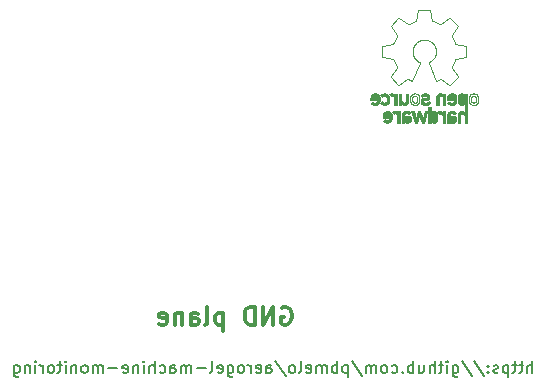
<source format=gbr>
%TF.GenerationSoftware,KiCad,Pcbnew,6.0.1*%
%TF.CreationDate,2022-02-15T15:15:00-07:00*%
%TF.ProjectId,aerogel_shield,6165726f-6765-46c5-9f73-6869656c642e,rev?*%
%TF.SameCoordinates,Original*%
%TF.FileFunction,Legend,Bot*%
%TF.FilePolarity,Positive*%
%FSLAX46Y46*%
G04 Gerber Fmt 4.6, Leading zero omitted, Abs format (unit mm)*
G04 Created by KiCad (PCBNEW 6.0.1) date 2022-02-15 15:15:00*
%MOMM*%
%LPD*%
G01*
G04 APERTURE LIST*
%ADD10C,0.150000*%
%ADD11C,0.300000*%
%ADD12C,0.052916*%
G04 APERTURE END LIST*
D10*
X162160380Y-114879380D02*
X162160380Y-113879380D01*
X161731809Y-114879380D02*
X161731809Y-114355571D01*
X161779428Y-114260333D01*
X161874666Y-114212714D01*
X162017523Y-114212714D01*
X162112761Y-114260333D01*
X162160380Y-114307952D01*
X161398476Y-114212714D02*
X161017523Y-114212714D01*
X161255619Y-113879380D02*
X161255619Y-114736523D01*
X161208000Y-114831761D01*
X161112761Y-114879380D01*
X161017523Y-114879380D01*
X160827047Y-114212714D02*
X160446095Y-114212714D01*
X160684190Y-113879380D02*
X160684190Y-114736523D01*
X160636571Y-114831761D01*
X160541333Y-114879380D01*
X160446095Y-114879380D01*
X160112761Y-114212714D02*
X160112761Y-115212714D01*
X160112761Y-114260333D02*
X160017523Y-114212714D01*
X159827047Y-114212714D01*
X159731809Y-114260333D01*
X159684190Y-114307952D01*
X159636571Y-114403190D01*
X159636571Y-114688904D01*
X159684190Y-114784142D01*
X159731809Y-114831761D01*
X159827047Y-114879380D01*
X160017523Y-114879380D01*
X160112761Y-114831761D01*
X159255619Y-114831761D02*
X159160380Y-114879380D01*
X158969904Y-114879380D01*
X158874666Y-114831761D01*
X158827047Y-114736523D01*
X158827047Y-114688904D01*
X158874666Y-114593666D01*
X158969904Y-114546047D01*
X159112761Y-114546047D01*
X159208000Y-114498428D01*
X159255619Y-114403190D01*
X159255619Y-114355571D01*
X159208000Y-114260333D01*
X159112761Y-114212714D01*
X158969904Y-114212714D01*
X158874666Y-114260333D01*
X158398476Y-114784142D02*
X158350857Y-114831761D01*
X158398476Y-114879380D01*
X158446095Y-114831761D01*
X158398476Y-114784142D01*
X158398476Y-114879380D01*
X158398476Y-114260333D02*
X158350857Y-114307952D01*
X158398476Y-114355571D01*
X158446095Y-114307952D01*
X158398476Y-114260333D01*
X158398476Y-114355571D01*
X157208000Y-113831761D02*
X158065142Y-115117476D01*
X156160380Y-113831761D02*
X157017523Y-115117476D01*
X155398476Y-114212714D02*
X155398476Y-115022238D01*
X155446095Y-115117476D01*
X155493714Y-115165095D01*
X155588952Y-115212714D01*
X155731809Y-115212714D01*
X155827047Y-115165095D01*
X155398476Y-114831761D02*
X155493714Y-114879380D01*
X155684190Y-114879380D01*
X155779428Y-114831761D01*
X155827047Y-114784142D01*
X155874666Y-114688904D01*
X155874666Y-114403190D01*
X155827047Y-114307952D01*
X155779428Y-114260333D01*
X155684190Y-114212714D01*
X155493714Y-114212714D01*
X155398476Y-114260333D01*
X154922285Y-114879380D02*
X154922285Y-114212714D01*
X154922285Y-113879380D02*
X154969904Y-113927000D01*
X154922285Y-113974619D01*
X154874666Y-113927000D01*
X154922285Y-113879380D01*
X154922285Y-113974619D01*
X154588952Y-114212714D02*
X154208000Y-114212714D01*
X154446095Y-113879380D02*
X154446095Y-114736523D01*
X154398476Y-114831761D01*
X154303238Y-114879380D01*
X154208000Y-114879380D01*
X153874666Y-114879380D02*
X153874666Y-113879380D01*
X153446095Y-114879380D02*
X153446095Y-114355571D01*
X153493714Y-114260333D01*
X153588952Y-114212714D01*
X153731809Y-114212714D01*
X153827047Y-114260333D01*
X153874666Y-114307952D01*
X152541333Y-114212714D02*
X152541333Y-114879380D01*
X152969904Y-114212714D02*
X152969904Y-114736523D01*
X152922285Y-114831761D01*
X152827047Y-114879380D01*
X152684190Y-114879380D01*
X152588952Y-114831761D01*
X152541333Y-114784142D01*
X152065142Y-114879380D02*
X152065142Y-113879380D01*
X152065142Y-114260333D02*
X151969904Y-114212714D01*
X151779428Y-114212714D01*
X151684190Y-114260333D01*
X151636571Y-114307952D01*
X151588952Y-114403190D01*
X151588952Y-114688904D01*
X151636571Y-114784142D01*
X151684190Y-114831761D01*
X151779428Y-114879380D01*
X151969904Y-114879380D01*
X152065142Y-114831761D01*
X151160380Y-114784142D02*
X151112761Y-114831761D01*
X151160380Y-114879380D01*
X151208000Y-114831761D01*
X151160380Y-114784142D01*
X151160380Y-114879380D01*
X150255619Y-114831761D02*
X150350857Y-114879380D01*
X150541333Y-114879380D01*
X150636571Y-114831761D01*
X150684190Y-114784142D01*
X150731809Y-114688904D01*
X150731809Y-114403190D01*
X150684190Y-114307952D01*
X150636571Y-114260333D01*
X150541333Y-114212714D01*
X150350857Y-114212714D01*
X150255619Y-114260333D01*
X149684190Y-114879380D02*
X149779428Y-114831761D01*
X149827047Y-114784142D01*
X149874666Y-114688904D01*
X149874666Y-114403190D01*
X149827047Y-114307952D01*
X149779428Y-114260333D01*
X149684190Y-114212714D01*
X149541333Y-114212714D01*
X149446095Y-114260333D01*
X149398476Y-114307952D01*
X149350857Y-114403190D01*
X149350857Y-114688904D01*
X149398476Y-114784142D01*
X149446095Y-114831761D01*
X149541333Y-114879380D01*
X149684190Y-114879380D01*
X148922285Y-114879380D02*
X148922285Y-114212714D01*
X148922285Y-114307952D02*
X148874666Y-114260333D01*
X148779428Y-114212714D01*
X148636571Y-114212714D01*
X148541333Y-114260333D01*
X148493714Y-114355571D01*
X148493714Y-114879380D01*
X148493714Y-114355571D02*
X148446095Y-114260333D01*
X148350857Y-114212714D01*
X148208000Y-114212714D01*
X148112761Y-114260333D01*
X148065142Y-114355571D01*
X148065142Y-114879380D01*
X146874666Y-113831761D02*
X147731809Y-115117476D01*
X146541333Y-114212714D02*
X146541333Y-115212714D01*
X146541333Y-114260333D02*
X146446095Y-114212714D01*
X146255619Y-114212714D01*
X146160380Y-114260333D01*
X146112761Y-114307952D01*
X146065142Y-114403190D01*
X146065142Y-114688904D01*
X146112761Y-114784142D01*
X146160380Y-114831761D01*
X146255619Y-114879380D01*
X146446095Y-114879380D01*
X146541333Y-114831761D01*
X145636571Y-114879380D02*
X145636571Y-113879380D01*
X145636571Y-114260333D02*
X145541333Y-114212714D01*
X145350857Y-114212714D01*
X145255619Y-114260333D01*
X145208000Y-114307952D01*
X145160380Y-114403190D01*
X145160380Y-114688904D01*
X145208000Y-114784142D01*
X145255619Y-114831761D01*
X145350857Y-114879380D01*
X145541333Y-114879380D01*
X145636571Y-114831761D01*
X144731809Y-114879380D02*
X144731809Y-114212714D01*
X144731809Y-114307952D02*
X144684190Y-114260333D01*
X144588952Y-114212714D01*
X144446095Y-114212714D01*
X144350857Y-114260333D01*
X144303238Y-114355571D01*
X144303238Y-114879380D01*
X144303238Y-114355571D02*
X144255619Y-114260333D01*
X144160380Y-114212714D01*
X144017523Y-114212714D01*
X143922285Y-114260333D01*
X143874666Y-114355571D01*
X143874666Y-114879380D01*
X143017523Y-114831761D02*
X143112761Y-114879380D01*
X143303238Y-114879380D01*
X143398476Y-114831761D01*
X143446095Y-114736523D01*
X143446095Y-114355571D01*
X143398476Y-114260333D01*
X143303238Y-114212714D01*
X143112761Y-114212714D01*
X143017523Y-114260333D01*
X142969904Y-114355571D01*
X142969904Y-114450809D01*
X143446095Y-114546047D01*
X142398476Y-114879380D02*
X142493714Y-114831761D01*
X142541333Y-114736523D01*
X142541333Y-113879380D01*
X141874666Y-114879380D02*
X141969904Y-114831761D01*
X142017523Y-114784142D01*
X142065142Y-114688904D01*
X142065142Y-114403190D01*
X142017523Y-114307952D01*
X141969904Y-114260333D01*
X141874666Y-114212714D01*
X141731809Y-114212714D01*
X141636571Y-114260333D01*
X141588952Y-114307952D01*
X141541333Y-114403190D01*
X141541333Y-114688904D01*
X141588952Y-114784142D01*
X141636571Y-114831761D01*
X141731809Y-114879380D01*
X141874666Y-114879380D01*
X140398476Y-113831761D02*
X141255619Y-115117476D01*
X139636571Y-114879380D02*
X139636571Y-114355571D01*
X139684190Y-114260333D01*
X139779428Y-114212714D01*
X139969904Y-114212714D01*
X140065142Y-114260333D01*
X139636571Y-114831761D02*
X139731809Y-114879380D01*
X139969904Y-114879380D01*
X140065142Y-114831761D01*
X140112761Y-114736523D01*
X140112761Y-114641285D01*
X140065142Y-114546047D01*
X139969904Y-114498428D01*
X139731809Y-114498428D01*
X139636571Y-114450809D01*
X138779428Y-114831761D02*
X138874666Y-114879380D01*
X139065142Y-114879380D01*
X139160380Y-114831761D01*
X139208000Y-114736523D01*
X139208000Y-114355571D01*
X139160380Y-114260333D01*
X139065142Y-114212714D01*
X138874666Y-114212714D01*
X138779428Y-114260333D01*
X138731809Y-114355571D01*
X138731809Y-114450809D01*
X139208000Y-114546047D01*
X138303238Y-114879380D02*
X138303238Y-114212714D01*
X138303238Y-114403190D02*
X138255619Y-114307952D01*
X138208000Y-114260333D01*
X138112761Y-114212714D01*
X138017523Y-114212714D01*
X137541333Y-114879380D02*
X137636571Y-114831761D01*
X137684190Y-114784142D01*
X137731809Y-114688904D01*
X137731809Y-114403190D01*
X137684190Y-114307952D01*
X137636571Y-114260333D01*
X137541333Y-114212714D01*
X137398476Y-114212714D01*
X137303238Y-114260333D01*
X137255619Y-114307952D01*
X137208000Y-114403190D01*
X137208000Y-114688904D01*
X137255619Y-114784142D01*
X137303238Y-114831761D01*
X137398476Y-114879380D01*
X137541333Y-114879380D01*
X136350857Y-114212714D02*
X136350857Y-115022238D01*
X136398476Y-115117476D01*
X136446095Y-115165095D01*
X136541333Y-115212714D01*
X136684190Y-115212714D01*
X136779428Y-115165095D01*
X136350857Y-114831761D02*
X136446095Y-114879380D01*
X136636571Y-114879380D01*
X136731809Y-114831761D01*
X136779428Y-114784142D01*
X136827047Y-114688904D01*
X136827047Y-114403190D01*
X136779428Y-114307952D01*
X136731809Y-114260333D01*
X136636571Y-114212714D01*
X136446095Y-114212714D01*
X136350857Y-114260333D01*
X135493714Y-114831761D02*
X135588952Y-114879380D01*
X135779428Y-114879380D01*
X135874666Y-114831761D01*
X135922285Y-114736523D01*
X135922285Y-114355571D01*
X135874666Y-114260333D01*
X135779428Y-114212714D01*
X135588952Y-114212714D01*
X135493714Y-114260333D01*
X135446095Y-114355571D01*
X135446095Y-114450809D01*
X135922285Y-114546047D01*
X134874666Y-114879380D02*
X134969904Y-114831761D01*
X135017523Y-114736523D01*
X135017523Y-113879380D01*
X134493714Y-114498428D02*
X133731809Y-114498428D01*
X133255619Y-114879380D02*
X133255619Y-114212714D01*
X133255619Y-114307952D02*
X133208000Y-114260333D01*
X133112761Y-114212714D01*
X132969904Y-114212714D01*
X132874666Y-114260333D01*
X132827047Y-114355571D01*
X132827047Y-114879380D01*
X132827047Y-114355571D02*
X132779428Y-114260333D01*
X132684190Y-114212714D01*
X132541333Y-114212714D01*
X132446095Y-114260333D01*
X132398476Y-114355571D01*
X132398476Y-114879380D01*
X131493714Y-114879380D02*
X131493714Y-114355571D01*
X131541333Y-114260333D01*
X131636571Y-114212714D01*
X131827047Y-114212714D01*
X131922285Y-114260333D01*
X131493714Y-114831761D02*
X131588952Y-114879380D01*
X131827047Y-114879380D01*
X131922285Y-114831761D01*
X131969904Y-114736523D01*
X131969904Y-114641285D01*
X131922285Y-114546047D01*
X131827047Y-114498428D01*
X131588952Y-114498428D01*
X131493714Y-114450809D01*
X130588952Y-114831761D02*
X130684190Y-114879380D01*
X130874666Y-114879380D01*
X130969904Y-114831761D01*
X131017523Y-114784142D01*
X131065142Y-114688904D01*
X131065142Y-114403190D01*
X131017523Y-114307952D01*
X130969904Y-114260333D01*
X130874666Y-114212714D01*
X130684190Y-114212714D01*
X130588952Y-114260333D01*
X130160380Y-114879380D02*
X130160380Y-113879380D01*
X129731809Y-114879380D02*
X129731809Y-114355571D01*
X129779428Y-114260333D01*
X129874666Y-114212714D01*
X130017523Y-114212714D01*
X130112761Y-114260333D01*
X130160380Y-114307952D01*
X129255619Y-114879380D02*
X129255619Y-114212714D01*
X129255619Y-113879380D02*
X129303238Y-113927000D01*
X129255619Y-113974619D01*
X129208000Y-113927000D01*
X129255619Y-113879380D01*
X129255619Y-113974619D01*
X128779428Y-114212714D02*
X128779428Y-114879380D01*
X128779428Y-114307952D02*
X128731809Y-114260333D01*
X128636571Y-114212714D01*
X128493714Y-114212714D01*
X128398476Y-114260333D01*
X128350857Y-114355571D01*
X128350857Y-114879380D01*
X127493714Y-114831761D02*
X127588952Y-114879380D01*
X127779428Y-114879380D01*
X127874666Y-114831761D01*
X127922285Y-114736523D01*
X127922285Y-114355571D01*
X127874666Y-114260333D01*
X127779428Y-114212714D01*
X127588952Y-114212714D01*
X127493714Y-114260333D01*
X127446095Y-114355571D01*
X127446095Y-114450809D01*
X127922285Y-114546047D01*
X127017523Y-114498428D02*
X126255619Y-114498428D01*
X125779428Y-114879380D02*
X125779428Y-114212714D01*
X125779428Y-114307952D02*
X125731809Y-114260333D01*
X125636571Y-114212714D01*
X125493714Y-114212714D01*
X125398476Y-114260333D01*
X125350857Y-114355571D01*
X125350857Y-114879380D01*
X125350857Y-114355571D02*
X125303238Y-114260333D01*
X125208000Y-114212714D01*
X125065142Y-114212714D01*
X124969904Y-114260333D01*
X124922285Y-114355571D01*
X124922285Y-114879380D01*
X124303238Y-114879380D02*
X124398476Y-114831761D01*
X124446095Y-114784142D01*
X124493714Y-114688904D01*
X124493714Y-114403190D01*
X124446095Y-114307952D01*
X124398476Y-114260333D01*
X124303238Y-114212714D01*
X124160380Y-114212714D01*
X124065142Y-114260333D01*
X124017523Y-114307952D01*
X123969904Y-114403190D01*
X123969904Y-114688904D01*
X124017523Y-114784142D01*
X124065142Y-114831761D01*
X124160380Y-114879380D01*
X124303238Y-114879380D01*
X123541333Y-114212714D02*
X123541333Y-114879380D01*
X123541333Y-114307952D02*
X123493714Y-114260333D01*
X123398476Y-114212714D01*
X123255619Y-114212714D01*
X123160380Y-114260333D01*
X123112761Y-114355571D01*
X123112761Y-114879380D01*
X122636571Y-114879380D02*
X122636571Y-114212714D01*
X122636571Y-113879380D02*
X122684190Y-113927000D01*
X122636571Y-113974619D01*
X122588952Y-113927000D01*
X122636571Y-113879380D01*
X122636571Y-113974619D01*
X122303238Y-114212714D02*
X121922285Y-114212714D01*
X122160380Y-113879380D02*
X122160380Y-114736523D01*
X122112761Y-114831761D01*
X122017523Y-114879380D01*
X121922285Y-114879380D01*
X121446095Y-114879380D02*
X121541333Y-114831761D01*
X121588952Y-114784142D01*
X121636571Y-114688904D01*
X121636571Y-114403190D01*
X121588952Y-114307952D01*
X121541333Y-114260333D01*
X121446095Y-114212714D01*
X121303238Y-114212714D01*
X121208000Y-114260333D01*
X121160380Y-114307952D01*
X121112761Y-114403190D01*
X121112761Y-114688904D01*
X121160380Y-114784142D01*
X121208000Y-114831761D01*
X121303238Y-114879380D01*
X121446095Y-114879380D01*
X120684190Y-114879380D02*
X120684190Y-114212714D01*
X120684190Y-114403190D02*
X120636571Y-114307952D01*
X120588952Y-114260333D01*
X120493714Y-114212714D01*
X120398476Y-114212714D01*
X120065142Y-114879380D02*
X120065142Y-114212714D01*
X120065142Y-113879380D02*
X120112761Y-113927000D01*
X120065142Y-113974619D01*
X120017523Y-113927000D01*
X120065142Y-113879380D01*
X120065142Y-113974619D01*
X119588952Y-114212714D02*
X119588952Y-114879380D01*
X119588952Y-114307952D02*
X119541333Y-114260333D01*
X119446095Y-114212714D01*
X119303238Y-114212714D01*
X119208000Y-114260333D01*
X119160380Y-114355571D01*
X119160380Y-114879380D01*
X118255619Y-114212714D02*
X118255619Y-115022238D01*
X118303238Y-115117476D01*
X118350857Y-115165095D01*
X118446095Y-115212714D01*
X118588952Y-115212714D01*
X118684190Y-115165095D01*
X118255619Y-114831761D02*
X118350857Y-114879380D01*
X118541333Y-114879380D01*
X118636571Y-114831761D01*
X118684190Y-114784142D01*
X118731809Y-114688904D01*
X118731809Y-114403190D01*
X118684190Y-114307952D01*
X118636571Y-114260333D01*
X118541333Y-114212714D01*
X118350857Y-114212714D01*
X118255619Y-114260333D01*
D11*
X140929714Y-109359000D02*
X141072571Y-109287571D01*
X141286857Y-109287571D01*
X141501142Y-109359000D01*
X141644000Y-109501857D01*
X141715428Y-109644714D01*
X141786857Y-109930428D01*
X141786857Y-110144714D01*
X141715428Y-110430428D01*
X141644000Y-110573285D01*
X141501142Y-110716142D01*
X141286857Y-110787571D01*
X141144000Y-110787571D01*
X140929714Y-110716142D01*
X140858285Y-110644714D01*
X140858285Y-110144714D01*
X141144000Y-110144714D01*
X140215428Y-110787571D02*
X140215428Y-109287571D01*
X139358285Y-110787571D01*
X139358285Y-109287571D01*
X138644000Y-110787571D02*
X138644000Y-109287571D01*
X138286857Y-109287571D01*
X138072571Y-109359000D01*
X137929714Y-109501857D01*
X137858285Y-109644714D01*
X137786857Y-109930428D01*
X137786857Y-110144714D01*
X137858285Y-110430428D01*
X137929714Y-110573285D01*
X138072571Y-110716142D01*
X138286857Y-110787571D01*
X138644000Y-110787571D01*
X136001142Y-109787571D02*
X136001142Y-111287571D01*
X136001142Y-109859000D02*
X135858285Y-109787571D01*
X135572571Y-109787571D01*
X135429714Y-109859000D01*
X135358285Y-109930428D01*
X135286857Y-110073285D01*
X135286857Y-110501857D01*
X135358285Y-110644714D01*
X135429714Y-110716142D01*
X135572571Y-110787571D01*
X135858285Y-110787571D01*
X136001142Y-110716142D01*
X134429714Y-110787571D02*
X134572571Y-110716142D01*
X134644000Y-110573285D01*
X134644000Y-109287571D01*
X133215428Y-110787571D02*
X133215428Y-110001857D01*
X133286857Y-109859000D01*
X133429714Y-109787571D01*
X133715428Y-109787571D01*
X133858285Y-109859000D01*
X133215428Y-110716142D02*
X133358285Y-110787571D01*
X133715428Y-110787571D01*
X133858285Y-110716142D01*
X133929714Y-110573285D01*
X133929714Y-110430428D01*
X133858285Y-110287571D01*
X133715428Y-110216142D01*
X133358285Y-110216142D01*
X133215428Y-110144714D01*
X132501142Y-109787571D02*
X132501142Y-110787571D01*
X132501142Y-109930428D02*
X132429714Y-109859000D01*
X132286857Y-109787571D01*
X132072571Y-109787571D01*
X131929714Y-109859000D01*
X131858285Y-110001857D01*
X131858285Y-110787571D01*
X130572571Y-110716142D02*
X130715428Y-110787571D01*
X131001142Y-110787571D01*
X131144000Y-110716142D01*
X131215428Y-110573285D01*
X131215428Y-110001857D01*
X131144000Y-109859000D01*
X131001142Y-109787571D01*
X130715428Y-109787571D01*
X130572571Y-109859000D01*
X130501142Y-110001857D01*
X130501142Y-110144714D01*
X131215428Y-110287571D01*
D12*
%TO.C,REF\u002A\u002A*%
X151865356Y-92017577D02*
X151855073Y-92001447D01*
X151855073Y-91396616D02*
X151865356Y-91380510D01*
X156076944Y-91486188D02*
X156082425Y-91476461D01*
X156814189Y-91431125D02*
X156822629Y-91413426D01*
X156983389Y-91530614D02*
X156980019Y-91541647D01*
X152150568Y-91214294D02*
X152163588Y-91213401D01*
X150657084Y-89076847D02*
X150659250Y-89073372D01*
X157232632Y-92180933D02*
X157220287Y-92182482D01*
X152517000Y-88526938D02*
X152593147Y-88573557D01*
X156776193Y-91735304D02*
X156775838Y-91698128D01*
X156954279Y-91270444D02*
X156970300Y-91260840D01*
X157434785Y-92085484D02*
X157422743Y-92096383D01*
X152370917Y-91877781D02*
X152374751Y-91867447D01*
X157007462Y-91482582D02*
X157001620Y-91491795D01*
X153909236Y-93198950D02*
X153908482Y-93144308D01*
X156991515Y-91510477D02*
X156987215Y-91520280D01*
X154378607Y-85339767D02*
X155130235Y-84823935D01*
X155835122Y-85483586D02*
X155835981Y-85487592D01*
X155137313Y-84820037D02*
X155139188Y-84819276D01*
X152109127Y-88083970D02*
X152137455Y-88138490D01*
X152580916Y-91769701D02*
X152579095Y-91801483D01*
X150860954Y-84818005D02*
X150862890Y-84818598D01*
X151962379Y-91280526D02*
X151977350Y-91270444D01*
X153766100Y-87026220D02*
X153734979Y-86990294D01*
X153053034Y-86667200D02*
X153002086Y-86665912D01*
X157355056Y-91541492D02*
X157351682Y-91530517D01*
X150825160Y-84821314D02*
X150827000Y-84820453D01*
X150168628Y-89793962D02*
X150169137Y-89791994D01*
X152036992Y-91924876D02*
X152036992Y-91924876D01*
X151865356Y-91380510D02*
X151876593Y-91364919D01*
X156789185Y-91883059D02*
X156785027Y-91857961D01*
X156044847Y-91699979D02*
X156045601Y-91644730D01*
X155342114Y-89009220D02*
X155342114Y-89009220D01*
X154358980Y-85348231D02*
X154363293Y-85347024D01*
X156409207Y-91853224D02*
X156402840Y-91876499D01*
X153534560Y-93277771D02*
X153536768Y-93303715D01*
X153991679Y-87688759D02*
X153992210Y-87656035D01*
X156305850Y-91983398D02*
X156293307Y-91987217D01*
X154374215Y-90002096D02*
X154069944Y-90164550D01*
X153894566Y-87226771D02*
X153872699Y-87184079D01*
X151799327Y-91735304D02*
X151798972Y-91698128D01*
X156969335Y-91613146D02*
X156968296Y-91631883D01*
X155584631Y-86950709D02*
X155585342Y-86952622D01*
X152611562Y-88630231D02*
X152611562Y-88630231D01*
X155831216Y-89782596D02*
X155832144Y-89784387D01*
X157347695Y-91251815D02*
X157364802Y-91260840D01*
X150821609Y-84823268D02*
X150823362Y-84822253D01*
X154046041Y-90167995D02*
X154044272Y-90167591D01*
X151596567Y-89994634D02*
X151592083Y-89994918D01*
X152432798Y-92107108D02*
X152418842Y-92117557D01*
X152558188Y-91469957D02*
X152564006Y-91491442D01*
X150873831Y-90477975D02*
X150872137Y-90479068D01*
X150180623Y-89839377D02*
X150180623Y-89839377D01*
X155165382Y-90484847D02*
X155161317Y-90485384D01*
X150689142Y-86276717D02*
X150687704Y-86272566D01*
X154412072Y-89994888D02*
X154407585Y-89994602D01*
X157540914Y-91906330D02*
X157535106Y-91927918D01*
X156394619Y-91898430D02*
X156389741Y-91908811D01*
X155317931Y-86328621D02*
X155317931Y-86328621D01*
X157445921Y-91323593D02*
X157456187Y-91334537D01*
X157481596Y-91364934D02*
X157492832Y-91380529D01*
X154021648Y-90149738D02*
X154020753Y-90147971D01*
X157097515Y-91415413D02*
X157086889Y-91419341D01*
X157368081Y-91698128D02*
X157367527Y-91651248D01*
X157155306Y-91404204D02*
X157143255Y-91405222D01*
X149483357Y-88139185D02*
X149481651Y-88138078D01*
X152048971Y-91458932D02*
X152042627Y-91465956D01*
X153479493Y-84119886D02*
X153482539Y-84122629D01*
X150405638Y-86972653D02*
X150408644Y-86969233D01*
X153504593Y-88515072D02*
X153510860Y-88510361D01*
X153871658Y-92977066D02*
X153865591Y-92967853D01*
X152614636Y-88610517D02*
X152614732Y-88612530D01*
X153707941Y-85097779D02*
X154311032Y-85344635D01*
X152109985Y-91978749D02*
X152120613Y-91982680D01*
X153249520Y-86697083D02*
X153201619Y-86686027D01*
X152190662Y-92185331D02*
X152190662Y-92185331D01*
X157090430Y-91218938D02*
X157102443Y-91217076D01*
X151628883Y-85341941D02*
X151632622Y-85343876D01*
X153463579Y-84110905D02*
X153465486Y-84111599D01*
X153390650Y-88602535D02*
X153391744Y-88598640D01*
X151966705Y-90165124D02*
X151965060Y-90165879D01*
X156842270Y-91380510D02*
X156853509Y-91364919D01*
X155607015Y-88347497D02*
X155342114Y-89009220D01*
X157492832Y-92017581D02*
X157481596Y-92033183D01*
X153901573Y-93065864D02*
X153896785Y-93041533D01*
X157321197Y-91473232D02*
X157321197Y-91473232D01*
X157220287Y-91215524D02*
X157244648Y-91218938D01*
X151968312Y-90164285D02*
X151966705Y-90165124D01*
X150659250Y-89073372D02*
X150661181Y-89069635D01*
X152071868Y-91439672D02*
X152063630Y-91445760D01*
X150375996Y-86992795D02*
X150379999Y-86991189D01*
X152445778Y-92096383D02*
X152432798Y-92107108D01*
X150872137Y-90479068D02*
X150870393Y-90480076D01*
X150692353Y-86294496D02*
X150691936Y-86289943D01*
X149476807Y-88134332D02*
X149475293Y-88132952D01*
X154060745Y-90167859D02*
X154058884Y-90168215D01*
X157191817Y-91992886D02*
X157203666Y-91991226D01*
X152524526Y-84119886D02*
X152526129Y-84118606D01*
X153792413Y-93484690D02*
X153804231Y-93480331D01*
X152614240Y-88620552D02*
X152613891Y-88622530D01*
X155133735Y-90480024D02*
X155131986Y-90479016D01*
X156234130Y-91403858D02*
X156234130Y-91403858D01*
X152378129Y-91541492D02*
X152374751Y-91530517D01*
X152661672Y-86725991D02*
X152616712Y-86743719D01*
X153498477Y-88519463D02*
X153504593Y-88515072D01*
X152238104Y-87026220D02*
X152208712Y-87063624D01*
X155829752Y-89831372D02*
X155828663Y-89833077D01*
X153487120Y-88526938D02*
X153487120Y-88526938D01*
X150350833Y-88303852D02*
X150348831Y-88303350D01*
X150686136Y-86328621D02*
X150686136Y-86328621D01*
X152101827Y-91221097D02*
X152113521Y-91218938D01*
X153582398Y-92961636D02*
X153575780Y-92970623D01*
X156420810Y-91751912D02*
X156419523Y-91777951D01*
X152564006Y-91491442D02*
X152568987Y-91514564D01*
X153496063Y-84147131D02*
X153663491Y-85046873D01*
X154037484Y-90165089D02*
X154035875Y-90164248D01*
X152468951Y-91323593D02*
X152479216Y-91334537D01*
X153692899Y-85089952D02*
X153696559Y-85092384D01*
X154035875Y-90164248D02*
X154034309Y-90163324D01*
X152593147Y-88573557D02*
X152593147Y-88573557D01*
X153966988Y-87878932D02*
X153973581Y-87848052D01*
X155826257Y-89836323D02*
X155824941Y-89837856D01*
X150177906Y-89836376D02*
X150176661Y-89834782D01*
X157321197Y-91924876D02*
X157327592Y-91915508D01*
X153489092Y-84130444D02*
X153490196Y-84132152D01*
X157244648Y-92179073D02*
X157232632Y-92180933D01*
X150168921Y-89818307D02*
X150168064Y-89814297D01*
X156533228Y-87173409D02*
X156534506Y-87175012D01*
X150175067Y-89779210D02*
X150657084Y-89076847D01*
X154053315Y-90168692D02*
X154051473Y-90168659D01*
X156987405Y-92146239D02*
X156970300Y-92137224D01*
X153792413Y-92914851D02*
X153779742Y-92911225D01*
X152558188Y-91927918D02*
X152551513Y-91948036D01*
X153569771Y-92980109D02*
X153564342Y-92990061D01*
X156138856Y-91974558D02*
X156128652Y-91968823D01*
X151823083Y-91927899D02*
X151817274Y-91906309D01*
X152387461Y-91801976D02*
X152388845Y-91784948D01*
X156045601Y-91754586D02*
X156044996Y-91727369D01*
X155313755Y-86281019D02*
X155312831Y-86285439D01*
X155130288Y-90477923D02*
X155130288Y-90477923D01*
X153559464Y-93000447D02*
X153555107Y-93011233D01*
X150172015Y-89784439D02*
X150172947Y-89782648D01*
X149492262Y-87158328D02*
X149494182Y-87157714D01*
X152403873Y-91270445D02*
X152418841Y-91280526D01*
X152607194Y-88587678D02*
X152608231Y-88589408D01*
X155137366Y-90481786D02*
X155135529Y-90480947D01*
X157048767Y-91958411D02*
X157057563Y-91964127D01*
X153589655Y-92953180D02*
X153582398Y-92961636D01*
X152603664Y-88582784D02*
X152604909Y-88584362D01*
X153493045Y-84137519D02*
X153493830Y-84139381D01*
X157015172Y-91239586D02*
X157025008Y-91235910D01*
X157347695Y-92146239D02*
X157338724Y-92150498D01*
X152554358Y-84108555D02*
X152554358Y-84108555D01*
X151663217Y-85350559D02*
X151667800Y-85350504D01*
X153663491Y-85046873D02*
X153663491Y-85046873D01*
X156534506Y-87175012D02*
X156535720Y-87176663D01*
X152754657Y-86697083D02*
X152707675Y-86710425D01*
X155314932Y-86276717D02*
X155313755Y-86281019D01*
X156413944Y-91569841D02*
X156417307Y-91595199D01*
X156067622Y-91506997D02*
X156072020Y-91496376D01*
X156347884Y-91960851D02*
X156338537Y-91967513D01*
X152297936Y-85097097D02*
X152299848Y-85096324D01*
X155157222Y-90485600D02*
X155153127Y-90485494D01*
X157226584Y-91412018D02*
X157215268Y-91409161D01*
X153815227Y-93475268D02*
X153825431Y-93469527D01*
X155830103Y-85520954D02*
X155829000Y-85522647D01*
X153597579Y-93454245D02*
X153606200Y-93461547D01*
X155147052Y-90484723D02*
X155145061Y-90484302D01*
X156402823Y-91521938D02*
X156406225Y-91533482D01*
X156543266Y-88108539D02*
X156542744Y-88110498D01*
X153389439Y-88610517D02*
X153389878Y-88606504D01*
X152332502Y-85066719D02*
X152334706Y-85062827D01*
X156217757Y-91404287D02*
X156234130Y-91403858D01*
X156082425Y-91921766D02*
X156076944Y-91912072D01*
X149490580Y-88142818D02*
X149488720Y-88142034D01*
X156509840Y-88144064D02*
X156507888Y-88144573D01*
X156878919Y-92063571D02*
X156865719Y-92048449D01*
X153585674Y-88455552D02*
X153633775Y-88418089D01*
X150175495Y-85468778D02*
X150176662Y-85467127D01*
X152056528Y-87361599D02*
X152043186Y-87408584D01*
X155184174Y-90477462D02*
X155182474Y-90478548D01*
X152390609Y-91745614D02*
X152391028Y-91722974D01*
X152616712Y-86743719D02*
X152572856Y-86763547D01*
X150846852Y-84816179D02*
X150850940Y-84816289D01*
X155588007Y-86958314D02*
X155590193Y-86962041D01*
X152499555Y-88515073D02*
X152505667Y-88519463D01*
X150681902Y-86261364D02*
X150681902Y-86261364D01*
X151658618Y-85350357D02*
X151663217Y-85350559D01*
X156776193Y-91661260D02*
X156777270Y-91627150D01*
X152169002Y-88190964D02*
X152203637Y-88241263D01*
X152014628Y-91510477D02*
X152010326Y-91520280D01*
X152190662Y-91212670D02*
X152217716Y-91213401D01*
X156775838Y-91698128D02*
X156776193Y-91661260D01*
X155190402Y-90472366D02*
X155188939Y-90473753D01*
X152614190Y-88606504D02*
X152614455Y-88608507D01*
X150172947Y-89782648D02*
X150173964Y-89780904D01*
X153707941Y-85097779D02*
X153707941Y-85097779D01*
X150842829Y-90485436D02*
X150838764Y-90484900D01*
X151963379Y-90166547D02*
X151961665Y-90167129D01*
X150419488Y-86950709D02*
X150686136Y-86328621D01*
X157268219Y-91428665D02*
X157258431Y-91423781D01*
X153907998Y-88055985D02*
X153920061Y-88027536D01*
X153941558Y-87969318D02*
X153950960Y-87939581D01*
X153676609Y-85074203D02*
X153679525Y-85077744D01*
X156987215Y-91877837D02*
X156991515Y-91887615D01*
X152486991Y-88505418D02*
X152493293Y-88510362D01*
X157422743Y-92096383D02*
X157409759Y-92107108D01*
X155832559Y-89825972D02*
X155830764Y-89829616D01*
X154027216Y-90157488D02*
X154025967Y-90156086D01*
X157167527Y-91212670D02*
X157194592Y-91213401D01*
X152340468Y-85046873D02*
X152340468Y-85046873D01*
X154340835Y-85350559D02*
X154345435Y-85350357D01*
X156543699Y-88106561D02*
X156543266Y-88108539D01*
X156970714Y-91802578D02*
X156972453Y-91817922D01*
X157380824Y-92127630D02*
X157364802Y-92137224D01*
X155634119Y-86994582D02*
X155636119Y-86995000D01*
X156102502Y-91450318D02*
X156110505Y-91442706D01*
X157167527Y-91403858D02*
X157155306Y-91404204D01*
X152055985Y-91945898D02*
X152063630Y-91952325D01*
X155830204Y-89780851D02*
X155831216Y-89782596D01*
X150691260Y-86285439D02*
X150690328Y-86281019D01*
X156519139Y-88140162D02*
X156517350Y-88141113D01*
X152479216Y-92063571D02*
X152479216Y-92063571D01*
X157362637Y-91580158D02*
X157360514Y-91566149D01*
X150396501Y-88345622D02*
X150395754Y-88343699D01*
X154044272Y-90167591D02*
X154042528Y-90167097D01*
X152418543Y-88455552D02*
X152468951Y-88490055D01*
X152296018Y-85097779D02*
X152297936Y-85097097D01*
X153485354Y-84125600D02*
X153487914Y-84128781D01*
X156865719Y-92048449D02*
X156853509Y-92033181D01*
X153536768Y-93303715D02*
X153540129Y-93329064D01*
X152508879Y-84143201D02*
X152509486Y-84141276D01*
X155314770Y-86320949D02*
X155316213Y-86324896D01*
X156974571Y-91831925D02*
X156977086Y-91844753D01*
X155836069Y-89814244D02*
X155835214Y-89818255D01*
X157456187Y-92063571D02*
X157445921Y-92074513D01*
X150167859Y-89797963D02*
X150168202Y-89795953D01*
X155311590Y-86299065D02*
X155311696Y-86303615D01*
X153679525Y-85077744D02*
X153682634Y-85081115D01*
X151567280Y-90002265D02*
X151563812Y-90004424D01*
X156524260Y-88136846D02*
X156522597Y-88138026D01*
X155185768Y-84825530D02*
X155187358Y-84826775D01*
X152063630Y-91952325D02*
X152071868Y-91958411D01*
X153779742Y-92911225D02*
X153766191Y-92908357D01*
X152513817Y-84132152D02*
X152514922Y-84130444D01*
X152598028Y-88577085D02*
X152599533Y-88578410D01*
X152323032Y-92165576D02*
X152312599Y-92168794D01*
X156234130Y-91994249D02*
X156217757Y-91993820D01*
X157013857Y-91473232D02*
X157007462Y-91482582D01*
X150858990Y-84817496D02*
X150860954Y-84818005D01*
X155632113Y-86994073D02*
X155634119Y-86994582D01*
X149471089Y-88128455D02*
X149469808Y-88126848D01*
X156356504Y-91953560D02*
X156347884Y-91960851D01*
X156279894Y-91990245D02*
X156265579Y-91992448D01*
X155836714Y-89801976D02*
X155836823Y-89806074D01*
X156417315Y-91803690D02*
X156413954Y-91828868D01*
X151804794Y-91830826D02*
X151802218Y-91801464D01*
X153467365Y-84112374D02*
X153469214Y-84113228D01*
X153961036Y-87408584D02*
X153947692Y-87361599D01*
X152457817Y-91312619D02*
X152468951Y-91323593D01*
X150868499Y-84820884D02*
X150870288Y-84821815D01*
X152606086Y-88585995D02*
X152607194Y-88587678D01*
X151685261Y-85347662D02*
X151689234Y-85346285D01*
X151992462Y-91785729D02*
X151993839Y-91802578D01*
X156531888Y-87171857D02*
X156533228Y-87173409D01*
X157086889Y-91419341D02*
X157076662Y-91423761D01*
X157127459Y-91214294D02*
X157140471Y-91213401D01*
X150171198Y-85515586D02*
X150170441Y-85513714D01*
X156544489Y-87201206D02*
X156544539Y-87203227D01*
X156967577Y-91746855D02*
X156968296Y-91767210D01*
X157395798Y-91280526D02*
X157409759Y-91290984D01*
X152493293Y-88510362D02*
X152499555Y-88515073D01*
X157456187Y-91334537D02*
X157456187Y-91334537D01*
X155344957Y-89073319D02*
X155347141Y-89076795D01*
X151948421Y-91290983D02*
X151962379Y-91280526D01*
X149467443Y-88123491D02*
X149466363Y-88121747D01*
X155182420Y-84823268D02*
X155184121Y-84824361D01*
X154068129Y-90165420D02*
X154066299Y-90166185D01*
X152048079Y-91235910D02*
X152058215Y-91232454D01*
X152526161Y-91396639D02*
X152535518Y-91413449D01*
X152125539Y-91217076D02*
X152137886Y-91215524D01*
X157364802Y-91260840D02*
X157380824Y-91270445D01*
X150172445Y-89827868D02*
X150171584Y-89826024D01*
X150846924Y-90485653D02*
X150842829Y-90485436D01*
X153544876Y-93045672D02*
X153542315Y-93057736D01*
X150417965Y-86954529D02*
X150419488Y-86950709D01*
X157347852Y-91877781D02*
X157351682Y-91867447D01*
X156044847Y-91699979D02*
X156044847Y-91699979D01*
X155835981Y-85487592D02*
X155836521Y-85491658D01*
X153457722Y-84109342D02*
X153459694Y-84109775D01*
X152370436Y-88418089D02*
X152418543Y-88455552D01*
X156072020Y-91901923D02*
X156067622Y-91891345D01*
X152214921Y-91992886D02*
X152226761Y-91991226D01*
X155836521Y-85491658D02*
X155836739Y-85495752D01*
X152030588Y-91482582D02*
X152024740Y-91491795D01*
X153472807Y-84115166D02*
X153476241Y-84117392D01*
X152249669Y-91986100D02*
X152260659Y-91982694D01*
X156974571Y-91566478D02*
X156972453Y-91580611D01*
X155188886Y-84828096D02*
X155190348Y-84829492D01*
X151692980Y-85344635D02*
X152296018Y-85097779D01*
X152267754Y-92179073D02*
X152255742Y-92180933D01*
X155608411Y-88343647D02*
X155607667Y-88345569D01*
X150167311Y-89806126D02*
X150167421Y-89802028D01*
X152521478Y-84122629D02*
X152522975Y-84121227D01*
X157445921Y-92074513D02*
X157434785Y-92085484D01*
X152517348Y-84127166D02*
X152518662Y-84125600D01*
X152109650Y-87226771D02*
X152089822Y-87270630D01*
X152341509Y-91469569D02*
X152338608Y-91465965D01*
X156527517Y-87167542D02*
X156529030Y-87168921D01*
X152042627Y-91932143D02*
X152048971Y-91939160D01*
X152317635Y-91445783D02*
X152309400Y-91439696D01*
X151945308Y-90168248D02*
X151943445Y-90167894D01*
X151935440Y-91301715D02*
X151948421Y-91290983D01*
X155835515Y-89793909D02*
X155836280Y-89797911D01*
X154055165Y-90168630D02*
X154053315Y-90168692D01*
X157114784Y-92182482D02*
X157090430Y-92179073D01*
X155182474Y-90478548D02*
X155180723Y-90479557D01*
X157057563Y-91964127D02*
X157066874Y-91969443D01*
X155131933Y-84822833D02*
X155133681Y-84821815D01*
X157351682Y-91530517D02*
X157347852Y-91520224D01*
X152613414Y-88602535D02*
X152613843Y-88604512D01*
X150690491Y-86316814D02*
X150691398Y-86312523D01*
X156398957Y-91510736D02*
X156402823Y-91521938D01*
X156977086Y-91844753D02*
X156980019Y-91856571D01*
X155347141Y-89076795D02*
X155829106Y-89779158D01*
X152334706Y-85062827D02*
X152336628Y-85058870D01*
X151939728Y-90166885D02*
X151937882Y-90166228D01*
X151605531Y-89994878D02*
X151601061Y-89994621D01*
X152526129Y-84118606D02*
X152527781Y-84117392D01*
X157067373Y-92174477D02*
X157045578Y-92168793D01*
X156996311Y-91501038D02*
X156991515Y-91510477D01*
X151812303Y-91883059D02*
X151808149Y-91857961D01*
X150169137Y-89791994D02*
X150169730Y-89790055D01*
X157131412Y-91991221D02*
X157143255Y-91992884D01*
X157066874Y-91428643D02*
X157057563Y-91433957D01*
X156533155Y-88128402D02*
X156530412Y-88131457D01*
X155339844Y-89061466D02*
X155341306Y-89065620D01*
X156980019Y-91541647D02*
X156977086Y-91553546D01*
X152271286Y-91978766D02*
X152281513Y-91974347D01*
X155313599Y-86316814D02*
X155314770Y-86320949D01*
X153529483Y-88495177D02*
X153535275Y-88490055D01*
X153201619Y-86686027D02*
X153152863Y-86677320D01*
X151950881Y-90168722D02*
X151949029Y-90168661D01*
X156781668Y-91566456D02*
X156785027Y-91539498D01*
X155337658Y-89052721D02*
X155338627Y-89057155D01*
X152580916Y-91627153D02*
X152581995Y-91661261D01*
X155829106Y-89779158D02*
X155830204Y-89780851D01*
X157019502Y-91465956D02*
X157013857Y-91473232D01*
X157395798Y-92117557D02*
X157380824Y-92127630D01*
X157364380Y-91595509D02*
X157362637Y-91580158D01*
X157167527Y-91994250D02*
X157179757Y-91993904D01*
X157469387Y-91349665D02*
X157481596Y-91364934D01*
X157153826Y-91212855D02*
X157167527Y-91212670D01*
X153908482Y-93144308D02*
X153907186Y-93117471D01*
X150691398Y-86312523D02*
X150692035Y-86308112D01*
X154377823Y-90000200D02*
X154374215Y-90002096D01*
X152260659Y-91415427D02*
X152249669Y-91412018D01*
X153533273Y-93251490D02*
X153534560Y-93277771D01*
X150851019Y-90485546D02*
X150846924Y-90485653D01*
X155149010Y-84816727D02*
X155153074Y-84816289D01*
X156511830Y-87158328D02*
X156513728Y-87159032D01*
X151952722Y-90168688D02*
X151950881Y-90168722D01*
X157078742Y-91221097D02*
X157090430Y-91218938D01*
X153983843Y-87785265D02*
X153987479Y-87753390D01*
X152181108Y-87102443D02*
X152155355Y-87142615D01*
X150380857Y-88322105D02*
X150377532Y-88318975D01*
X153465486Y-84111599D02*
X153467365Y-84112374D01*
X151993369Y-92137224D02*
X151977350Y-92127629D01*
X155827393Y-85467127D02*
X155828559Y-85468778D01*
X157512465Y-91984614D02*
X157503115Y-92001455D01*
X149461955Y-87189359D02*
X149462645Y-87187447D01*
X152370757Y-92146239D02*
X152361790Y-92150498D01*
X157131412Y-91406881D02*
X157119815Y-91409153D01*
X156544286Y-88102562D02*
X156544040Y-88104567D01*
X152090455Y-91223541D02*
X152101827Y-91221097D01*
X152226761Y-91406886D02*
X152214921Y-91405224D01*
X152448534Y-86835006D02*
X152409717Y-86862611D01*
X149488512Y-87159823D02*
X149490371Y-87159032D01*
X153722556Y-88334811D02*
X153762973Y-88289255D01*
X153804231Y-93480331D02*
X153815227Y-93475268D01*
X153795495Y-87063624D02*
X153766100Y-87026220D01*
X150857003Y-84817070D02*
X150858990Y-84817496D01*
X151941584Y-90167440D02*
X151939728Y-90166885D01*
X153979205Y-87816824D02*
X153983843Y-87785265D01*
X152385716Y-91580158D02*
X152383592Y-91566149D01*
X152255742Y-92180933D02*
X152243402Y-92182482D01*
X152387857Y-92137224D02*
X152370757Y-92146239D01*
X155145061Y-90484302D02*
X155143093Y-90483798D01*
X153615546Y-93468217D02*
X153625648Y-93474223D01*
X152062657Y-87969318D02*
X152084151Y-88027536D01*
X152366607Y-91887586D02*
X152370917Y-91877781D01*
X155835432Y-85507904D02*
X155834924Y-85509869D01*
X152374751Y-91530517D02*
X152370917Y-91520224D01*
X150821681Y-90478600D02*
X150819983Y-90477515D01*
X153766191Y-92908357D02*
X153751728Y-92906274D01*
X151977350Y-91270444D02*
X151993369Y-91260840D01*
X152030588Y-91915508D02*
X152036992Y-91924876D01*
X152036992Y-91473232D02*
X152030588Y-91482582D01*
X153569771Y-93419363D02*
X153575780Y-93428870D01*
X156779088Y-91595611D02*
X156781668Y-91566456D01*
X156912363Y-91301715D02*
X156925346Y-91290983D01*
X156509902Y-87157714D02*
X156511830Y-87158328D01*
X154034309Y-90163324D02*
X154032787Y-90162317D01*
X151876593Y-92033181D02*
X151865356Y-92017577D01*
X157040524Y-91445760D02*
X157032874Y-91452190D01*
X154049646Y-90168530D02*
X154047834Y-90168309D01*
X157167527Y-91403858D02*
X157167527Y-91403858D01*
X153391744Y-88598640D02*
X153393152Y-88594846D01*
X152080661Y-91433957D02*
X152071868Y-91439672D01*
X156063723Y-91518026D02*
X156067622Y-91506997D01*
X153487914Y-84128781D02*
X153489092Y-84130444D01*
X150827000Y-84820453D02*
X150828878Y-84819669D01*
X155833656Y-85513714D02*
X155832896Y-85515586D01*
X151645067Y-85348231D02*
X151649508Y-85349191D01*
X153536768Y-93095224D02*
X153534560Y-93120969D01*
X150657084Y-89076847D02*
X150657084Y-89076847D01*
X152479216Y-91334537D02*
X152492417Y-91349665D01*
X151912266Y-92074513D02*
X151902001Y-92063571D01*
X153401723Y-88581263D02*
X153403106Y-88579804D01*
X150842762Y-84816395D02*
X150846852Y-84816179D01*
X156529030Y-87168921D02*
X156530487Y-87170360D01*
X153406066Y-88577085D02*
X153407640Y-88575832D01*
X149459789Y-88100599D02*
X149459739Y-88098577D01*
X149476615Y-87167544D02*
X149479791Y-87164977D01*
X153606200Y-92937993D02*
X153597579Y-92945288D01*
X151808149Y-91857961D02*
X151804794Y-91830826D01*
X155836739Y-85495752D02*
X155836632Y-85499846D01*
X157550039Y-91857984D02*
X157545886Y-91883082D01*
X152573149Y-91539508D02*
X152576512Y-91566463D01*
X157310086Y-91235910D02*
X157329468Y-91243471D01*
X154416516Y-89995443D02*
X154412072Y-89994888D01*
X152048080Y-92162125D02*
X152028698Y-92154573D01*
X151574922Y-89998745D02*
X151570995Y-90000371D01*
X150813664Y-84829492D02*
X150815131Y-84828095D01*
X151583280Y-89996294D02*
X151579028Y-89997386D01*
X153002086Y-86665912D02*
X153002086Y-86665912D01*
X157520901Y-91431148D02*
X157528441Y-91449921D01*
X150348831Y-88303350D02*
X150346833Y-88302941D01*
X152608231Y-88589408D02*
X152609196Y-88591182D01*
X155653400Y-88303800D02*
X155649399Y-88305070D01*
X157203666Y-91406886D02*
X157191817Y-91405224D01*
X152089822Y-87270630D02*
X152072094Y-87315593D01*
X153834871Y-93463135D02*
X153843578Y-93456121D01*
X156983389Y-91867544D02*
X156987215Y-91877837D01*
X152299848Y-85096324D02*
X152301751Y-85095463D01*
X155180723Y-90479557D02*
X155178926Y-90480490D01*
X155605057Y-86979026D02*
X155608633Y-86981935D01*
X150855081Y-90485115D02*
X150851019Y-90485546D01*
X156317549Y-91978819D02*
X156305850Y-91983398D01*
X156954279Y-92127629D02*
X156939307Y-92117557D01*
X150383970Y-86989278D02*
X150387882Y-86987083D01*
X153825431Y-92930003D02*
X153815227Y-92924267D01*
X151876593Y-91364919D02*
X151888801Y-91349657D01*
X153555107Y-93011233D02*
X153551243Y-93022388D01*
X154031314Y-90161229D02*
X154029892Y-90160060D01*
X156794161Y-91491425D02*
X156799974Y-91469937D01*
X156293307Y-91987217D02*
X156279894Y-91990245D01*
X151802218Y-91801464D02*
X151800402Y-91769686D01*
X156530412Y-88131457D02*
X156527441Y-88134280D01*
X153547843Y-93033879D02*
X153544876Y-93045672D01*
X153908482Y-93254164D02*
X153909087Y-93226666D01*
X157032874Y-91945898D02*
X157040524Y-91952325D01*
X156088492Y-91467222D02*
X156095175Y-91458499D01*
X152032131Y-87456488D02*
X152023424Y-87505247D01*
X152019426Y-91501038D02*
X152014628Y-91510477D01*
X157256340Y-92176917D02*
X157244648Y-92179073D01*
X151954550Y-90168559D02*
X151952722Y-90168688D01*
X152604909Y-88584362D02*
X152606086Y-88585995D01*
X150667687Y-89043675D02*
X150667900Y-89039080D01*
X151808149Y-91539498D02*
X151812303Y-91514550D01*
X155831600Y-85474036D02*
X155832460Y-85475878D01*
X155657391Y-88302889D02*
X155655398Y-88303298D01*
X153665714Y-85054875D02*
X153667327Y-85058870D01*
X153823101Y-87102443D02*
X153795495Y-87063624D01*
X152190662Y-91212670D02*
X152190662Y-91212670D01*
X157315561Y-91465965D02*
X157309218Y-91458947D01*
X151817274Y-91491425D02*
X151823083Y-91469937D01*
X156234130Y-91403858D02*
X156250329Y-91404313D01*
X156925346Y-91290983D02*
X156939307Y-91280526D01*
X153625648Y-93474223D02*
X153636534Y-93479533D01*
X153392558Y-88630231D02*
X153392558Y-88630231D01*
X151689234Y-85346285D02*
X151692980Y-85344635D01*
X149468592Y-88125193D02*
X149467443Y-88123491D01*
X150371988Y-86994073D02*
X150375996Y-86992795D01*
X153674189Y-92908582D02*
X153660776Y-92911611D01*
X150823362Y-84822253D02*
X150825160Y-84821314D01*
X156202355Y-91992550D02*
X156187892Y-91990467D01*
X157315561Y-91932152D02*
X157321197Y-91924876D01*
X157535106Y-91927918D02*
X157528441Y-91948036D01*
X152352538Y-92154573D02*
X152342997Y-92158453D01*
X152113521Y-92179073D02*
X152090455Y-92174477D01*
X157013857Y-91924876D02*
X157016588Y-91928539D01*
X149492472Y-88143513D02*
X149490580Y-88142818D01*
X157066874Y-91969443D02*
X157076662Y-91974327D01*
X152202875Y-91993904D02*
X152214921Y-91992886D01*
X156505963Y-87156766D02*
X156507945Y-87157192D01*
X153296503Y-86710425D02*
X153249520Y-86697083D01*
X151640749Y-85347024D02*
X151645067Y-85348231D01*
X150828878Y-84819669D02*
X150830789Y-84818964D01*
X152593147Y-88573557D02*
X152594834Y-88574655D01*
X157244648Y-91218938D02*
X157267711Y-91223541D01*
X152468951Y-88490055D02*
X152468951Y-88490055D01*
X153564342Y-93409385D02*
X153569771Y-93419363D01*
X153835202Y-88190964D02*
X153866751Y-88138490D01*
X150862987Y-90483263D02*
X150859081Y-90484355D01*
X150368000Y-86995000D02*
X150371988Y-86994073D01*
X150859081Y-90484355D02*
X150855081Y-90485115D01*
X152080661Y-91964127D02*
X152089970Y-91969443D01*
X152389888Y-91630889D02*
X152388845Y-91612364D01*
X157278767Y-92171765D02*
X157267711Y-92174477D01*
X155836197Y-85503906D02*
X155835856Y-85505915D01*
X156409193Y-91545335D02*
X156411756Y-91557466D01*
X153409276Y-88574655D02*
X153410973Y-88573557D01*
X150379999Y-86991189D02*
X150383970Y-86989278D01*
X156541443Y-88114349D02*
X156539813Y-88118089D01*
X151563812Y-90004424D02*
X150873831Y-90477975D01*
X154374215Y-90002096D02*
X154374215Y-90002096D01*
X150170096Y-89822227D02*
X150168921Y-89818307D01*
X157555970Y-91801483D02*
X157553394Y-91830848D01*
X154345435Y-85350357D02*
X154350015Y-85349900D01*
X155616179Y-86987083D02*
X155620096Y-86989278D01*
X152613451Y-88624491D02*
X152612916Y-88626431D01*
X155322111Y-86261364D02*
X155319950Y-86264855D01*
X157558862Y-91735313D02*
X157557786Y-91769701D01*
X155610162Y-88339829D02*
X155608411Y-88343647D01*
X155830764Y-89829616D02*
X155829752Y-89831372D01*
X156968296Y-91631883D02*
X156967577Y-91652489D01*
X150397158Y-88347550D02*
X150397158Y-88347550D01*
X152374751Y-91867447D02*
X152378129Y-91856416D01*
X152020381Y-87785265D02*
X152030640Y-87848052D01*
X155831119Y-85519210D02*
X155830103Y-85520954D01*
X154407585Y-89994602D02*
X154403089Y-89994585D01*
X150850940Y-84816289D02*
X150854996Y-84816727D01*
X152572856Y-86763547D02*
X152530166Y-86785412D01*
X156217757Y-91993820D02*
X156202355Y-91992550D01*
X157258431Y-91423781D02*
X157248204Y-91419358D01*
X150872032Y-84822832D02*
X150873725Y-84823935D01*
X150177906Y-85465534D02*
X150179226Y-85464001D01*
X156149852Y-91979617D02*
X156138856Y-91974558D01*
X153886461Y-93007495D02*
X153882064Y-92996914D01*
X156775838Y-91698128D02*
X156775838Y-91698128D01*
X155823444Y-85462534D02*
X155823444Y-85462534D01*
X153766191Y-93491185D02*
X153779742Y-93488317D01*
X156250334Y-91993793D02*
X156234130Y-91994249D01*
X152581995Y-91661261D02*
X152582351Y-91698128D01*
X155834043Y-89822174D02*
X155832559Y-89825972D01*
X157294559Y-91952347D02*
X157302204Y-91945917D01*
X157056320Y-91226257D02*
X157067373Y-91223541D01*
X151935440Y-92096383D02*
X151923401Y-92085484D01*
X156364429Y-91945673D02*
X156356504Y-91953560D01*
X157114784Y-91215524D02*
X157127459Y-91214294D01*
X156865719Y-91349657D02*
X156878919Y-91334537D01*
X157351682Y-91867447D02*
X157355056Y-91856416D01*
X150180623Y-89839377D02*
X150179226Y-89837909D01*
X156806644Y-91948019D02*
X156799974Y-91927899D01*
X153392558Y-88630231D02*
X153391828Y-88628345D01*
X151632622Y-85343876D02*
X151636589Y-85345572D01*
X152190662Y-91403858D02*
X152178432Y-91404204D01*
X152342997Y-92158453D02*
X152333164Y-92162125D01*
X154066299Y-90166185D02*
X154064456Y-90166845D01*
X151978209Y-90156134D02*
X151976962Y-90157534D01*
X151622497Y-89998630D02*
X151618460Y-89997283D01*
X152403873Y-92127630D02*
X152387857Y-92137224D01*
X150402416Y-86975925D02*
X150405638Y-86972653D01*
X151972869Y-90161270D02*
X151971397Y-90162357D01*
X151990160Y-91699980D02*
X151990710Y-91746855D01*
X153459694Y-84109775D02*
X153461648Y-84110297D01*
X154024783Y-90154609D02*
X154023666Y-90153058D01*
X156119212Y-91962440D02*
X156110505Y-91955436D01*
X155312160Y-86289943D02*
X155311746Y-86294496D01*
X150168202Y-89795953D02*
X150168628Y-89793962D01*
X152137886Y-92182482D02*
X152113521Y-92179073D01*
X153987098Y-87554799D02*
X153980801Y-87505247D01*
X157434785Y-91312619D02*
X157445921Y-91323593D01*
X152079398Y-91226257D02*
X152090455Y-91223541D01*
X151912266Y-91323593D02*
X151923401Y-91312619D01*
X157167527Y-91994250D02*
X157167527Y-91994250D01*
X157362637Y-91817469D02*
X157364380Y-91801976D01*
X152383592Y-91566149D02*
X152381069Y-91553315D01*
X151579028Y-89997386D02*
X151574922Y-89998745D01*
X152300609Y-91964151D02*
X152309400Y-91958435D01*
X151965060Y-90165879D02*
X151963379Y-90166547D01*
X156972453Y-91817922D02*
X156974571Y-91831925D01*
X152048971Y-91939160D02*
X152055985Y-91945898D01*
X152548317Y-84109002D02*
X152550322Y-84108755D01*
X152068653Y-91229232D02*
X152079398Y-91226257D01*
X149483155Y-87162687D02*
X149484902Y-87161654D01*
X150174405Y-85470482D02*
X150175495Y-85468778D01*
X153896785Y-93357654D02*
X153899369Y-93345571D01*
X156364405Y-91452509D02*
X156371662Y-91460983D01*
X154314788Y-85346285D02*
X154318769Y-85347662D01*
X152579095Y-91801483D02*
X152576512Y-91830848D01*
X153871658Y-93422371D02*
X153877139Y-93412646D01*
X156987215Y-91520280D02*
X156983389Y-91530614D01*
X154039131Y-90165845D02*
X154037484Y-90165089D01*
X157267711Y-91223541D02*
X157289512Y-91229233D01*
X155311696Y-86303615D02*
X155312064Y-86308112D01*
X157545886Y-91883082D02*
X157540914Y-91906330D01*
X149473649Y-87170365D02*
X149476615Y-87167544D01*
X152338608Y-91932152D02*
X152344226Y-91924876D01*
X152024740Y-91491795D02*
X152019426Y-91501038D01*
X153534560Y-93120969D02*
X153533273Y-93147013D01*
X157268219Y-91969465D02*
X157277528Y-91964151D01*
X150818256Y-84825530D02*
X150819906Y-84824361D01*
X150386887Y-88328861D02*
X150383984Y-88325408D01*
X157179757Y-91993904D02*
X157191817Y-91992886D01*
X155598429Y-86972653D02*
X155601647Y-86975925D01*
X152291301Y-91969465D02*
X152300609Y-91964151D01*
X155832050Y-85517419D02*
X155831119Y-85519210D01*
X156972453Y-91580611D02*
X156970714Y-91596111D01*
X152612287Y-88628345D02*
X152611562Y-88630231D01*
X149475293Y-88132952D02*
X149473834Y-88131510D01*
X152344226Y-91924876D02*
X152344226Y-91924876D01*
X151959922Y-90167622D02*
X151958153Y-90168025D01*
X157367946Y-91722974D02*
X157368081Y-91698128D01*
X150171584Y-89826024D02*
X150170801Y-89824143D01*
X151837288Y-91966858D02*
X151829747Y-91948019D01*
X156265570Y-91405659D02*
X156279881Y-91407863D01*
X153920061Y-88027536D02*
X153931253Y-87998642D01*
X152599533Y-88578410D02*
X152600975Y-88579804D01*
X151625406Y-85339767D02*
X151625406Y-85339767D01*
X150173384Y-89829669D02*
X150172445Y-89827868D01*
X153825431Y-93469527D02*
X153834871Y-93463135D01*
X150397158Y-88347550D02*
X150396501Y-88345622D01*
X157258431Y-91974347D02*
X157268219Y-91969465D01*
X149466201Y-87180112D02*
X149468421Y-87176672D01*
X150870393Y-90480076D02*
X150868602Y-90480999D01*
X151563812Y-90004424D02*
X151563812Y-90004424D01*
X155175210Y-90482124D02*
X155173298Y-90482825D01*
X152610907Y-88594846D02*
X152611650Y-88596728D01*
X155184121Y-84824361D02*
X155185768Y-84825530D01*
X152600975Y-88579804D02*
X152602352Y-88581263D01*
X155161317Y-90485384D02*
X155157222Y-90485600D01*
X150377532Y-88318975D02*
X150374034Y-88316041D01*
X155829649Y-85470482D02*
X155830663Y-85472236D01*
X150175066Y-85522647D02*
X150175066Y-85522647D01*
X152409717Y-86862611D02*
X152372315Y-86892004D01*
X151845723Y-91413426D02*
X151855073Y-91396616D01*
X157143255Y-91405222D02*
X157131412Y-91406881D01*
X157366806Y-91630889D02*
X157365763Y-91612364D01*
X153719953Y-93494966D02*
X153719953Y-93494966D01*
X153899369Y-93345571D02*
X153901573Y-93333190D01*
X150687862Y-86324896D02*
X150689314Y-86320949D01*
X153719953Y-92904575D02*
X153703749Y-92905031D01*
X150873725Y-84823935D02*
X151625406Y-85339767D01*
X156102502Y-91947840D02*
X156095175Y-91939677D01*
X152468951Y-92074513D02*
X152457817Y-92085484D01*
X155590193Y-86962041D02*
X155592676Y-86965689D01*
X157237576Y-91415427D02*
X157226584Y-91412018D01*
X156544539Y-87203227D02*
X156544539Y-87203227D01*
X149459633Y-87203280D02*
X149459633Y-87203280D01*
X155833243Y-85477757D02*
X155833947Y-85479671D01*
X152014628Y-91887615D02*
X152019426Y-91897043D01*
X152344226Y-91473232D02*
X152341509Y-91469569D01*
X153474019Y-86785412D02*
X153431328Y-86763547D01*
X152614497Y-88618559D02*
X152614240Y-88620552D01*
X152012016Y-87656035D02*
X152014129Y-87721216D01*
X150176661Y-89834782D02*
X150175492Y-89833130D01*
X155178926Y-90480490D02*
X155177087Y-90481345D01*
X155143093Y-90483798D02*
X155141152Y-90483211D01*
X150823429Y-90479609D02*
X150821681Y-90478600D01*
X152532999Y-84114160D02*
X152534816Y-84113228D01*
X152576512Y-91566463D02*
X152579095Y-91595616D01*
X153972093Y-87456488D02*
X153961036Y-87408584D01*
X155630174Y-88315988D02*
X155626666Y-88318922D01*
X152090455Y-92174477D02*
X152068653Y-92168793D01*
X151902001Y-91334537D02*
X151902001Y-91334537D01*
X151601061Y-89994621D02*
X151596567Y-89994634D01*
X151943445Y-90167894D02*
X151941584Y-90167440D01*
X152388845Y-91784948D02*
X152389888Y-91766216D01*
X156138856Y-91423557D02*
X156149852Y-91418493D01*
X152344226Y-91473232D02*
X152344226Y-91473232D01*
X153858909Y-93440330D02*
X153865591Y-93431608D01*
X152550322Y-84108755D02*
X152552336Y-84108605D01*
X152010474Y-92146239D02*
X151993369Y-92137224D01*
X150870288Y-84821815D02*
X150872032Y-84822832D01*
X155633829Y-88313273D02*
X155630174Y-88315988D01*
X153625648Y-92925324D02*
X153615546Y-92931327D01*
X153890360Y-93018476D02*
X153886461Y-93007495D01*
X156799974Y-91469937D02*
X156806644Y-91449900D01*
X150391709Y-86984628D02*
X150395424Y-86981935D01*
X153594475Y-86862611D02*
X153555655Y-86835006D01*
X156878919Y-91334537D02*
X156878919Y-91334537D01*
X157321197Y-91924876D02*
X157321197Y-91924876D01*
X152217716Y-91213401D02*
X152243402Y-91215524D01*
X151837288Y-91431125D02*
X151845723Y-91413426D01*
X157456187Y-92063571D02*
X157456187Y-92063571D01*
X152530166Y-86785412D02*
X152488705Y-86809253D01*
X157005629Y-92154573D02*
X156987405Y-92146239D01*
X152072094Y-87315593D02*
X152056528Y-87361599D01*
X156513728Y-87159032D02*
X156515593Y-87159823D01*
X153564342Y-92990061D02*
X153559464Y-93000447D01*
X157367527Y-91745614D02*
X157367946Y-91722974D01*
X156063723Y-91880366D02*
X156060291Y-91869014D01*
X153779742Y-93488317D02*
X153792413Y-93484690D01*
X156544486Y-88098524D02*
X156544436Y-88100546D01*
X156515522Y-88141982D02*
X156513660Y-88142765D01*
X150684082Y-86264855D02*
X150681902Y-86261364D01*
X152332278Y-91458947D02*
X152325273Y-91452210D01*
X153669246Y-85062827D02*
X153671447Y-85066719D01*
X152900860Y-86671023D02*
X152851311Y-86677320D01*
X152214921Y-91405224D02*
X152202875Y-91404204D01*
X153582398Y-93437874D02*
X153589655Y-93446343D01*
X151923401Y-92085484D02*
X151912266Y-92074513D01*
X153890360Y-93380816D02*
X153893792Y-93369411D01*
X152230728Y-92183710D02*
X152217717Y-92184602D01*
X153542315Y-93057736D02*
X153540129Y-93070038D01*
X155141152Y-90483211D02*
X155139242Y-90482540D01*
X151974289Y-90160104D02*
X151972869Y-90161270D01*
X149460831Y-87193254D02*
X149461349Y-87191295D01*
X156060291Y-91869014D02*
X156057298Y-91857317D01*
X152178432Y-91404204D02*
X152166372Y-91405222D01*
X154420882Y-89996266D02*
X154416516Y-89995443D01*
X151991426Y-91767210D02*
X151992462Y-91785729D01*
X156967160Y-91675133D02*
X156967026Y-91699980D01*
X155135529Y-90480947D02*
X155133735Y-90480024D01*
X152512788Y-84133902D02*
X152513817Y-84132152D01*
X156110505Y-91955436D02*
X156102502Y-91947840D01*
X151798972Y-91698128D02*
X151798972Y-91698128D01*
X152155355Y-87142615D02*
X152131514Y-87184079D01*
X151982525Y-90149790D02*
X151981553Y-90151485D01*
X152372315Y-86892004D02*
X152336390Y-86923124D01*
X157338748Y-91897030D02*
X157343547Y-91887586D01*
X153615546Y-92931327D02*
X153606200Y-92937993D01*
X151902001Y-92063571D02*
X151888801Y-92048449D01*
X151629957Y-90002149D02*
X151626340Y-90000252D01*
X151961665Y-90167129D02*
X151959922Y-90167622D01*
X152542394Y-84110297D02*
X152544350Y-84109775D01*
X156538947Y-87181879D02*
X156539877Y-87183695D01*
X153688504Y-93493165D02*
X153703749Y-93494510D01*
X155139242Y-90482540D02*
X155137366Y-90481786D01*
X152504629Y-91364934D02*
X152515871Y-91380529D01*
X154069944Y-90164550D02*
X154069944Y-90164550D01*
X153551243Y-93376949D02*
X153555107Y-93388146D01*
X151798972Y-91698128D02*
X151799327Y-91661260D01*
X155312831Y-86285439D02*
X155312160Y-86289943D01*
X150354837Y-88305123D02*
X150352836Y-88304444D01*
X152312599Y-91229233D02*
X152333164Y-91235910D01*
X157422743Y-91301715D02*
X157434785Y-91312619D01*
X153950960Y-87939581D02*
X153959442Y-87909447D01*
X149473834Y-88131510D02*
X149472432Y-88130010D01*
X153403106Y-88579804D02*
X153404554Y-88578410D01*
X156511765Y-88143460D02*
X156509840Y-88144064D01*
X156338537Y-91967513D02*
X156328435Y-91973513D01*
X154028525Y-90158813D02*
X154027216Y-90157488D01*
X156505910Y-88144985D02*
X155657391Y-88302889D01*
X154019938Y-90146135D02*
X153392558Y-88630231D01*
X155636119Y-86995000D02*
X156505963Y-87156766D01*
X150666504Y-89052773D02*
X150667221Y-89048251D01*
X155834332Y-85511808D02*
X155833656Y-85513714D01*
X152301751Y-85095463D02*
X152303643Y-85094517D01*
X154429246Y-89998712D02*
X154425136Y-89997356D01*
X156417307Y-91595199D02*
X156419518Y-91621149D01*
X150662058Y-89009273D02*
X150662058Y-89009273D01*
X153389878Y-88606504D02*
X153390650Y-88602535D01*
X151949029Y-90168661D02*
X151947170Y-90168503D01*
X153886461Y-93391842D02*
X153890360Y-93380816D01*
X152324415Y-85077744D02*
X152327333Y-85074203D01*
X153909087Y-93226666D02*
X153909236Y-93198950D01*
X153843578Y-92943391D02*
X153834871Y-92936386D01*
X150168948Y-85483586D02*
X150170116Y-85479671D01*
X152137455Y-88138490D02*
X152169002Y-88190964D01*
X152290807Y-92174477D02*
X152279441Y-92176917D01*
X155165329Y-84816933D02*
X155169333Y-84817790D01*
X155828559Y-85468778D02*
X155829649Y-85470482D01*
X152802556Y-86686027D02*
X152754657Y-86697083D01*
X157045578Y-91229232D02*
X157056320Y-91226257D01*
X152311038Y-85089952D02*
X152314592Y-85087245D01*
X156095175Y-91939677D02*
X156088492Y-91930977D01*
X157040524Y-91952325D02*
X157048767Y-91958411D01*
X152190662Y-92185331D02*
X152163588Y-92184602D01*
X151990710Y-91746855D02*
X151991426Y-91767210D01*
X152582351Y-91698128D02*
X152581995Y-91735313D01*
X156398976Y-91887649D02*
X156394619Y-91898430D01*
X155607015Y-88347497D02*
X155607015Y-88347497D01*
X153872699Y-87184079D02*
X153848857Y-87142615D01*
X150362756Y-88308646D02*
X150358819Y-88306728D01*
X153559464Y-93398968D02*
X153564342Y-93409385D01*
X152120613Y-91415413D02*
X152109985Y-91419341D01*
X156057298Y-91857317D02*
X156054714Y-91845301D01*
X152058215Y-91232454D02*
X152068653Y-91229232D01*
X157318470Y-91469569D02*
X157315561Y-91465965D01*
X156535720Y-87176663D02*
X156536866Y-87178360D01*
X155188939Y-90473753D02*
X155187411Y-90475064D01*
X153103314Y-86671023D02*
X153053034Y-86667200D01*
X150667221Y-89048251D02*
X150667687Y-89043675D01*
X150391920Y-88336121D02*
X150389540Y-88332439D01*
X156544486Y-88098524D02*
X156544486Y-88098524D01*
X152314592Y-85087245D02*
X152318022Y-85084291D01*
X156524336Y-87164976D02*
X156525951Y-87166226D01*
X152370757Y-91251815D02*
X152387857Y-91260840D01*
X152038242Y-91239586D02*
X152048079Y-91235910D01*
X155836632Y-85499846D02*
X155836197Y-85503906D01*
X149464422Y-88118142D02*
X149463566Y-88116287D01*
X151936048Y-90165468D02*
X151934228Y-90164602D01*
X153648234Y-93484114D02*
X153660776Y-93487935D01*
X157248204Y-91419358D02*
X157237576Y-91415427D01*
X154032787Y-90162317D02*
X154031314Y-90161229D01*
X153882064Y-92996914D02*
X153877139Y-92986762D01*
X150667900Y-89039080D02*
X150667856Y-89034500D01*
X152089970Y-91969443D02*
X152099758Y-91974327D01*
X153843578Y-93456121D02*
X153851581Y-93448510D01*
X155190348Y-84829492D02*
X155190348Y-84829492D01*
X153575780Y-92970623D02*
X153569771Y-92980109D01*
X152511519Y-88523447D02*
X152517000Y-88526938D01*
X150818339Y-90476353D02*
X150816753Y-90475117D01*
X155169333Y-84817790D02*
X155173245Y-84818964D01*
X157329468Y-92154573D02*
X157319923Y-92158453D01*
X153540129Y-93070038D02*
X153536768Y-93095224D01*
X151676774Y-85349612D02*
X151681096Y-85348771D01*
X150387882Y-86987083D02*
X150391709Y-86984628D01*
X156539877Y-87183695D02*
X156540729Y-87185544D01*
X157119815Y-91988947D02*
X157131412Y-91991221D01*
X152479216Y-91334537D02*
X152479216Y-91334537D01*
X157045578Y-92168793D02*
X157025008Y-92162125D01*
X152951139Y-86667200D02*
X152900860Y-86671023D01*
X153719953Y-93494966D02*
X153736326Y-93494536D01*
X151983419Y-90148024D02*
X151982525Y-90149790D01*
X155336938Y-89048199D02*
X155337658Y-89052721D01*
X153703749Y-93494510D02*
X153719953Y-93494966D01*
X152281513Y-91974347D02*
X152291301Y-91969465D01*
X157360514Y-91831595D02*
X157362637Y-91817469D01*
X155617285Y-88328808D02*
X155614625Y-88332386D01*
X149484902Y-87161654D02*
X149486688Y-87160698D01*
X149469808Y-88126848D02*
X149468592Y-88125193D01*
X150662874Y-89065673D02*
X150664328Y-89061519D01*
X155832986Y-89786221D02*
X155833744Y-89788094D01*
X152249669Y-91412018D02*
X152238357Y-91409161D01*
X155836607Y-89810174D02*
X155836069Y-89814244D01*
X152707675Y-86710425D02*
X152661672Y-86725991D01*
X154327269Y-85349612D02*
X154331717Y-85350189D01*
X153992210Y-87656035D02*
X153992210Y-87656035D01*
X153931253Y-87998642D02*
X153941558Y-87969318D01*
X150167466Y-85499846D02*
X150167354Y-85495752D01*
X157013857Y-91924876D02*
X157013857Y-91924876D01*
X150395424Y-86981935D02*
X150399002Y-86979026D01*
X154378607Y-85339767D02*
X154378607Y-85339767D01*
X151800402Y-91769686D02*
X151799327Y-91735304D01*
X152010326Y-91877837D02*
X152014628Y-91887615D01*
X149460962Y-88108591D02*
X149460528Y-88106614D01*
X156822629Y-91413426D02*
X156831983Y-91396616D01*
X154389886Y-89996163D02*
X154385693Y-89997235D01*
X156517350Y-88141113D02*
X156515522Y-88141982D01*
X156525951Y-87166226D02*
X156527517Y-87167542D01*
X152084151Y-88027536D02*
X152109127Y-88083970D01*
X150374034Y-88316041D02*
X150370389Y-88313326D01*
X157289512Y-91229233D02*
X157310086Y-91235910D01*
X157338724Y-92150498D02*
X157329468Y-92154573D01*
X154022620Y-90151434D02*
X154021648Y-90149738D01*
X152387857Y-91260840D02*
X152403873Y-91270445D01*
X153407640Y-88575832D02*
X153409276Y-88574655D01*
X156522673Y-87163795D02*
X156524336Y-87164976D01*
X157321197Y-91473232D02*
X157318470Y-91469569D01*
X156889185Y-91323593D02*
X156900321Y-91312619D01*
X152238357Y-91409161D02*
X152226761Y-91406886D01*
X149479791Y-87164977D02*
X149483155Y-87162687D01*
X151948421Y-92107107D02*
X151935440Y-92096383D01*
X153909236Y-93198950D02*
X153909236Y-93198950D01*
X157299950Y-92165576D02*
X157289512Y-92168794D01*
X156421561Y-91699979D02*
X156421561Y-91699979D01*
X156187892Y-91407638D02*
X156202355Y-91405556D01*
X157167527Y-92185331D02*
X157140471Y-92184602D01*
X157343547Y-91510448D02*
X157338748Y-91501026D01*
X153540129Y-93329064D02*
X153544876Y-93353561D01*
X152325273Y-91452210D02*
X152317635Y-91445783D01*
X152243402Y-91215524D02*
X152267753Y-91218938D01*
X150408644Y-86969233D02*
X150411406Y-86965689D01*
X156537942Y-87180099D02*
X156538947Y-87181879D01*
X151995574Y-91580611D02*
X151993839Y-91596111D01*
X156968296Y-91767210D02*
X156969335Y-91785729D01*
X152267753Y-91218938D02*
X152290807Y-91223541D01*
X156543754Y-87195197D02*
X156544094Y-87197188D01*
X155649399Y-88305070D02*
X155645416Y-88306676D01*
X155316358Y-86272566D02*
X155314932Y-86276717D01*
X152579095Y-91595616D02*
X152580916Y-91627153D01*
X153533273Y-93147013D02*
X153532671Y-93173093D01*
X149478373Y-88135649D02*
X149476807Y-88134332D01*
X157019502Y-91932143D02*
X157025853Y-91939160D01*
X155312698Y-86312523D02*
X155313599Y-86316814D01*
X155177087Y-90481345D02*
X155175210Y-90482124D01*
X152019444Y-91247552D02*
X152028698Y-91243471D01*
X157194592Y-91213401D02*
X157220287Y-91215524D01*
X152339531Y-85050867D02*
X152340045Y-85048867D01*
X152099758Y-91974327D02*
X152109985Y-91978749D01*
X154381660Y-89998580D02*
X154377823Y-90000200D01*
X150663697Y-89013036D02*
X150662058Y-89009273D01*
X156785027Y-91857961D02*
X156781668Y-91830826D01*
X153660776Y-93487935D02*
X153674189Y-93490962D01*
X156980019Y-91856571D02*
X156983389Y-91867544D01*
X157108504Y-91412007D02*
X157097515Y-91415413D01*
X152291301Y-91428665D02*
X152281513Y-91423781D01*
X157558862Y-91661261D02*
X157559216Y-91698128D01*
X150662058Y-89009273D02*
X150397158Y-88347550D01*
X154403089Y-89994585D02*
X154398618Y-89994840D01*
X150167565Y-85491658D02*
X150168097Y-85487592D01*
X153451725Y-84108605D02*
X153453735Y-84108755D01*
X151804794Y-91566456D02*
X151808149Y-91539498D01*
X152613843Y-88604512D02*
X152614190Y-88606504D01*
X152527781Y-84117392D02*
X152529478Y-84116244D01*
X150370389Y-88313326D02*
X150366621Y-88310853D01*
X156095175Y-91458499D02*
X156102502Y-91450318D01*
X152317635Y-91952347D02*
X152325273Y-91945917D01*
X157035142Y-91232454D02*
X157045578Y-91229232D01*
X152418842Y-92117557D02*
X152403873Y-92127630D01*
X152612316Y-88598640D02*
X152612904Y-88600577D01*
X155187411Y-90475064D02*
X155185821Y-90476301D01*
X150689314Y-86320949D02*
X150690491Y-86316814D01*
X156507888Y-88144573D02*
X156505910Y-88144985D01*
X157025853Y-91939160D02*
X157032874Y-91945898D01*
X149459939Y-88102614D02*
X149459789Y-88100599D01*
X155612349Y-86984628D02*
X155616179Y-86987083D01*
X149462645Y-87187447D02*
X149463417Y-87185564D01*
X154436892Y-90002221D02*
X154433175Y-90000334D01*
X153555655Y-86835006D02*
X153515483Y-86809253D01*
X152043186Y-87408584D02*
X152032131Y-87456488D01*
X152166372Y-91405222D02*
X152154523Y-91406881D01*
X156046897Y-91781409D02*
X156045601Y-91754586D01*
X151956362Y-90168338D02*
X151954550Y-90168559D01*
X154425136Y-89997356D02*
X154420882Y-89996266D01*
X153858909Y-92959152D02*
X153851581Y-92950988D01*
X155827498Y-89834729D02*
X155826257Y-89836323D01*
X156541503Y-87187425D02*
X156542195Y-87189334D01*
X149465356Y-88119962D02*
X149464422Y-88118142D01*
X152445778Y-91301715D02*
X152457817Y-91312619D01*
X154042528Y-90167097D02*
X154040813Y-90166515D01*
X153493830Y-84139381D02*
X153494527Y-84141276D01*
X152010474Y-91251815D02*
X152019444Y-91247552D01*
X153390654Y-88624491D02*
X153390209Y-88622530D01*
X156052510Y-91832994D02*
X156049122Y-91807618D01*
X150383984Y-88325408D02*
X150380857Y-88322105D01*
X157503115Y-91396639D02*
X157512465Y-91413449D01*
X155624075Y-86991189D02*
X155628090Y-86992795D01*
X157025008Y-92162125D02*
X157005629Y-92154573D01*
X155626666Y-88318922D02*
X155623332Y-88322053D01*
X154363293Y-85347024D02*
X154367447Y-85345572D01*
X155835856Y-85505915D02*
X155835432Y-85507904D01*
X152203637Y-88241263D02*
X152241229Y-88289255D01*
X155347141Y-89076795D02*
X155347141Y-89076795D01*
X150815131Y-84828095D02*
X150816663Y-84826775D01*
X157248204Y-91978766D02*
X157258431Y-91974347D01*
X157302204Y-91452210D02*
X157294559Y-91445783D01*
X156187892Y-91990467D02*
X156174341Y-91987599D01*
X149486688Y-87160698D02*
X149488512Y-87159823D01*
X152014129Y-87721216D02*
X152020381Y-87785265D01*
X157294559Y-91445783D02*
X157286321Y-91439696D01*
X152551513Y-91449921D02*
X152558188Y-91469957D01*
X151990295Y-91675133D02*
X151990160Y-91699980D01*
X157237576Y-91982694D02*
X157248204Y-91978766D01*
X155620096Y-86989278D02*
X155624075Y-86991189D01*
X150172039Y-85517419D02*
X150171198Y-85515586D01*
X155601647Y-86975925D02*
X155605057Y-86979026D01*
X156544539Y-87203227D02*
X156544486Y-88098524D01*
X149463417Y-87185564D02*
X149464269Y-87183712D01*
X149486895Y-88141166D02*
X149485106Y-88140215D01*
X156049122Y-91807618D02*
X156046897Y-91781409D01*
X154040813Y-90166515D02*
X154039131Y-90165845D01*
X152333164Y-91235910D02*
X152352538Y-91243471D01*
X156535650Y-88125140D02*
X156533155Y-88128402D01*
X152302006Y-86955908D02*
X152269223Y-86990294D01*
X156054714Y-91845301D02*
X156052510Y-91832994D01*
X153394863Y-88591182D02*
X153396869Y-88587678D01*
X152012016Y-87656035D02*
X152012016Y-87656035D01*
X153895081Y-88083970D02*
X153907998Y-88055985D01*
X156794161Y-91906309D02*
X156789185Y-91883059D01*
X153671447Y-85066719D02*
X153673909Y-85070519D01*
X153882064Y-93402461D02*
X153886461Y-93391842D01*
X155180670Y-84822253D02*
X155182420Y-84823268D01*
X152381069Y-91844522D02*
X152383592Y-91831595D01*
X152554358Y-84108555D02*
X153449708Y-84108555D01*
X153990922Y-87605083D02*
X153987098Y-87554799D01*
X150665063Y-89017023D02*
X150663697Y-89013036D01*
X156328435Y-91973513D02*
X156317549Y-91978819D01*
X152602352Y-88581263D02*
X152603664Y-88582784D01*
X153532522Y-93198950D02*
X153533273Y-93251490D01*
X151993839Y-91802578D02*
X151995574Y-91817922D01*
X149498103Y-87156766D02*
X150368000Y-86995000D01*
X152492417Y-91349665D02*
X152504629Y-91364934D01*
X153535275Y-88490055D02*
X153585674Y-88455552D01*
X157528441Y-91948036D02*
X157520901Y-91966871D01*
X150167354Y-85495752D02*
X150167565Y-85491658D01*
X153396869Y-88587678D02*
X153399159Y-88584362D01*
X150346833Y-88302941D02*
X149498314Y-88145038D01*
X150854996Y-84816727D02*
X150857003Y-84817070D01*
X156338515Y-91430623D02*
X156347861Y-91437297D01*
X156067622Y-91891345D02*
X156063723Y-91880366D01*
X152068653Y-92168793D02*
X152048080Y-92162125D01*
X151570995Y-90000371D02*
X151567280Y-90002265D01*
X153455735Y-84109002D02*
X153457722Y-84109342D01*
X152137886Y-91215524D02*
X152150568Y-91214294D01*
X157545886Y-91514564D02*
X157550039Y-91539508D01*
X153492176Y-84135692D02*
X153493045Y-84137519D01*
X152241229Y-88289255D02*
X152281648Y-88334810D01*
X155322111Y-86261364D02*
X155322111Y-86261364D01*
X155834418Y-89790002D02*
X155835515Y-89793909D01*
X151971397Y-90162357D02*
X151969877Y-90163362D01*
X156088492Y-91930977D02*
X156082425Y-91921766D01*
X155161264Y-84816395D02*
X155165329Y-84816933D01*
X155135476Y-84820884D02*
X155137313Y-84820037D01*
X155341306Y-89065620D02*
X155343012Y-89069583D01*
X157512465Y-91413449D02*
X157520901Y-91431148D01*
X152480760Y-88500327D02*
X152486991Y-88505418D01*
X151614264Y-89996209D02*
X151609943Y-89995407D01*
X155173245Y-84818964D02*
X155177034Y-84820453D01*
X153631879Y-86892004D02*
X153594475Y-86862611D01*
X157528441Y-91449921D02*
X157535106Y-91469957D01*
X150687704Y-86272566D02*
X150686017Y-86268601D01*
X153589655Y-93446343D02*
X153597579Y-93454245D01*
X149462790Y-88114401D02*
X149462095Y-88112488D01*
X152190662Y-91403858D02*
X152190662Y-91403858D01*
X156900321Y-92085484D02*
X156889185Y-92074513D01*
X156161670Y-91983973D02*
X156149852Y-91979617D01*
X152109985Y-91419341D02*
X152099758Y-91423761D01*
X149460528Y-88106614D02*
X149460186Y-88104620D01*
X157557786Y-91769701D02*
X157555970Y-91801483D01*
X157540914Y-91491442D02*
X157545886Y-91514564D01*
X156161670Y-91414134D02*
X156174341Y-91410507D01*
X156939307Y-91280526D02*
X156954279Y-91270444D01*
X153667327Y-85058870D02*
X153669246Y-85062827D01*
X152042627Y-91465956D02*
X152036992Y-91473232D01*
X156317529Y-91419300D02*
X156328414Y-91424613D01*
X157155306Y-91993903D02*
X157167527Y-91994250D01*
X155823550Y-89839324D02*
X155823550Y-89839324D01*
X151984234Y-90146188D02*
X151984234Y-90146188D01*
X157032874Y-91452190D02*
X157025853Y-91458932D01*
X152531219Y-84115166D02*
X152532999Y-84114160D01*
X157007462Y-91915508D02*
X157013857Y-91924876D01*
X155336259Y-89039027D02*
X155336471Y-89043623D01*
X156853509Y-91364919D02*
X156865719Y-91349657D01*
X152226761Y-91991226D02*
X152238357Y-91988954D01*
X152269223Y-86990294D02*
X152238104Y-87026220D01*
X156970714Y-91596111D02*
X156969335Y-91613146D01*
X155130235Y-84823935D02*
X155130235Y-84823935D01*
X156384290Y-91479504D02*
X156389720Y-91489487D01*
X151812303Y-91514550D02*
X151817274Y-91491425D01*
X153907186Y-93117471D02*
X153904962Y-93091250D01*
X157309218Y-91939176D02*
X157315561Y-91932152D01*
X153893792Y-93369411D02*
X153896785Y-93357654D01*
X156939307Y-92117557D02*
X156925346Y-92107107D01*
X153002086Y-86665912D02*
X152951139Y-86667200D01*
X151667800Y-85350504D02*
X151672330Y-85350189D01*
X152609196Y-88591182D02*
X152610088Y-88592996D01*
X152113521Y-91218938D02*
X152125539Y-91217076D01*
X155157169Y-84816180D02*
X155161264Y-84816395D01*
X157520901Y-91966871D02*
X157512465Y-91984614D01*
X152568987Y-91514564D02*
X152573149Y-91539508D01*
X156544436Y-88100546D02*
X156544286Y-88102562D01*
X150175067Y-89779210D02*
X150175067Y-89779210D01*
X151626340Y-90000252D02*
X151622497Y-89998630D01*
X149459633Y-87203280D02*
X149459678Y-87201254D01*
X150179226Y-85464001D02*
X150180622Y-85462534D01*
X152505667Y-88519463D02*
X152511519Y-88523447D01*
X157309218Y-91458947D02*
X157302204Y-91452210D01*
X154020753Y-90147971D02*
X154019938Y-90146135D01*
X150173972Y-85520954D02*
X150172963Y-85519210D01*
X155824941Y-89837856D02*
X155823550Y-89839324D01*
X156900321Y-91312619D02*
X156912363Y-91301715D01*
X150167526Y-89810226D02*
X150167311Y-89806126D01*
X151979392Y-90154658D02*
X151978209Y-90156134D01*
X155318031Y-86268601D02*
X155316358Y-86272566D01*
X150866666Y-84820037D02*
X150868499Y-84820884D01*
X149485106Y-88140215D02*
X149483357Y-88139185D01*
X153492616Y-88523447D02*
X153498477Y-88519463D01*
X155620196Y-88325355D02*
X155617285Y-88328808D01*
X155592676Y-86965689D02*
X155595430Y-86969233D01*
X149461349Y-87191295D02*
X149461955Y-87189359D01*
X155836823Y-89806074D02*
X155836607Y-89810174D01*
X152361802Y-91897030D02*
X152366607Y-91887586D01*
X151991426Y-91631883D02*
X151990710Y-91652489D01*
X156970300Y-91260840D02*
X156987405Y-91251815D01*
X152217717Y-92184602D02*
X152204363Y-92185147D01*
X156842270Y-92017577D02*
X156831983Y-92001447D01*
X157067373Y-91223541D02*
X157078742Y-91221097D01*
X155832144Y-89784387D02*
X155832986Y-89786221D01*
X153515483Y-86809253D02*
X153474019Y-86785412D01*
X157181233Y-92185147D02*
X157167527Y-92185331D01*
X157076662Y-91974327D02*
X157086889Y-91978749D01*
X152176951Y-91212855D02*
X152190662Y-91212670D01*
X150667553Y-89029970D02*
X150666989Y-89025524D01*
X156822629Y-91984604D02*
X156814189Y-91966858D01*
X150838764Y-90484900D02*
X150834760Y-90484046D01*
X155645416Y-88306676D02*
X155641476Y-88308594D01*
X152028698Y-91243471D02*
X152038242Y-91239586D01*
X150175066Y-85522647D02*
X150173972Y-85520954D01*
X157048767Y-91439672D02*
X157040524Y-91445760D01*
X153532671Y-93173093D02*
X153532522Y-93198950D01*
X156371662Y-91460983D02*
X156378281Y-91469992D01*
X155828663Y-89833077D02*
X155827498Y-89834729D01*
X152614742Y-88614544D02*
X152614664Y-88616555D01*
X156536866Y-87178360D02*
X156537942Y-87180099D01*
X157360514Y-91566149D02*
X157357994Y-91553315D01*
X149494182Y-87157714D02*
X149496130Y-87157192D01*
X149463566Y-88116287D02*
X149462790Y-88114401D01*
X152178432Y-91993903D02*
X152190662Y-91994250D01*
X156527441Y-88134280D02*
X156524260Y-88136846D01*
X155149063Y-90485062D02*
X155147052Y-90484723D01*
X155836280Y-89797911D02*
X155836714Y-89801976D01*
X153914395Y-87270630D02*
X153894566Y-87226771D01*
X152142920Y-91409153D02*
X152131605Y-91412007D01*
X157550039Y-91539508D02*
X157553394Y-91566463D01*
X151977350Y-92127629D02*
X151962379Y-92117557D01*
X156389741Y-91908811D02*
X156384312Y-91918758D01*
X153410973Y-88573557D02*
X153487120Y-88526938D01*
X151649508Y-85349191D02*
X151654036Y-85349900D01*
X157207608Y-92183710D02*
X157194592Y-92184602D01*
X155834924Y-85509869D02*
X155834332Y-85511808D01*
X157057563Y-91433957D02*
X157048767Y-91439672D01*
X157215268Y-91988954D02*
X157226584Y-91986100D01*
X156969335Y-91785729D02*
X156970714Y-91802578D01*
X152006501Y-91530614D02*
X152003132Y-91541647D01*
X157277528Y-91433980D02*
X157268219Y-91428665D01*
X155823444Y-85462534D02*
X155824835Y-85464001D01*
X153555107Y-93388146D02*
X153559464Y-93398968D01*
X155824835Y-85464001D02*
X155826152Y-85465534D01*
X152300609Y-91433980D02*
X152291301Y-91428665D01*
X150830789Y-84818964D02*
X150834700Y-84817790D01*
X152142920Y-91988947D02*
X152154523Y-91991221D01*
X156530487Y-87170360D02*
X156531888Y-87171857D01*
X156785027Y-91539498D02*
X156789185Y-91514550D01*
X150416093Y-86958314D02*
X150417965Y-86954529D01*
X153689344Y-85087245D02*
X153692899Y-85089952D01*
X156831983Y-92001447D02*
X156822629Y-91984604D01*
X156128652Y-91429298D02*
X156138856Y-91423557D01*
X150411406Y-86965689D02*
X150413897Y-86962041D01*
X157203666Y-91991226D02*
X157215268Y-91988954D01*
X153660776Y-92911611D02*
X153648234Y-92915433D01*
X152387461Y-91595509D02*
X152385716Y-91580158D01*
X153904962Y-93307643D02*
X153907186Y-93281229D01*
X150180622Y-85462534D02*
X150813664Y-84829492D01*
X152611562Y-88630231D02*
X151984234Y-90146188D01*
X156806644Y-91449900D02*
X156814189Y-91431125D01*
X150664328Y-89061519D02*
X150665539Y-89057207D01*
X152457817Y-92085484D02*
X152445778Y-92096383D01*
X152154523Y-91406881D02*
X152142920Y-91409153D01*
X155584631Y-86950709D02*
X155584631Y-86950709D01*
X152507950Y-84147131D02*
X152508366Y-84145154D01*
X156540729Y-87185544D02*
X156541503Y-87187425D01*
X150368000Y-86995000D02*
X150368000Y-86995000D01*
X154433175Y-90000334D02*
X154429246Y-89998712D01*
X154367447Y-85345572D02*
X154371408Y-85343877D01*
X152281513Y-91423781D02*
X152271286Y-91419358D01*
X155832460Y-85475878D02*
X155833243Y-85477757D01*
X157409759Y-91290984D02*
X157422743Y-91301715D01*
X153495133Y-84143201D02*
X153495646Y-84145154D01*
X151618460Y-89997283D02*
X151614264Y-89996209D01*
X150413897Y-86962041D02*
X150416093Y-86958314D01*
X157286321Y-91439696D02*
X157277528Y-91433980D01*
X154350015Y-85349900D02*
X154354542Y-85349191D01*
X152504629Y-92033183D02*
X152492417Y-92048450D01*
X151692980Y-85344635D02*
X151692980Y-85344635D01*
X157357994Y-91844522D02*
X157360514Y-91831595D01*
X153815227Y-92924267D02*
X153804231Y-92919208D01*
X152610088Y-88592996D02*
X152610907Y-88594846D01*
X153389856Y-88620552D02*
X153389594Y-88618559D01*
X153410973Y-88573557D02*
X153410973Y-88573557D01*
X150661181Y-89069635D02*
X150662874Y-89065673D01*
X153391828Y-88628345D02*
X153391193Y-88626431D01*
X150389540Y-88332439D02*
X150386887Y-88328861D01*
X149466363Y-88121747D02*
X149465356Y-88119962D01*
X153762973Y-88289255D02*
X153800565Y-88241263D01*
X152120613Y-91982680D02*
X152131605Y-91986089D01*
X155131986Y-90479016D02*
X155130288Y-90477923D01*
X153834871Y-92936386D02*
X153825431Y-92930003D01*
X152492417Y-92048450D02*
X152479216Y-92063571D01*
X157327592Y-91915508D02*
X157333436Y-91906282D01*
X154318769Y-85347662D02*
X154322941Y-85348771D01*
X155173298Y-90482825D02*
X155169386Y-90483993D01*
X151629957Y-90002149D02*
X151629957Y-90002149D01*
X150168064Y-89814297D02*
X150167526Y-89810226D01*
X152327333Y-85074203D02*
X152330036Y-85070519D01*
X152344226Y-91924876D02*
X152350631Y-91915508D01*
X152594834Y-88574655D02*
X152596461Y-88575832D01*
X153877139Y-92986762D02*
X153871658Y-92977066D01*
X157557786Y-91627153D02*
X157558862Y-91661261D01*
X155637605Y-88310801D02*
X155633829Y-88313273D01*
X152307380Y-85092384D02*
X152311038Y-85089952D01*
X157194592Y-92184602D02*
X157181233Y-92185147D01*
X150167904Y-85503906D02*
X150167466Y-85499846D01*
X153461648Y-84110297D02*
X153463579Y-84110905D01*
X156542136Y-88112436D02*
X156541443Y-88114349D01*
X151934228Y-90164602D02*
X151629957Y-90002149D01*
X152538549Y-84111599D02*
X152540459Y-84110905D01*
X156305832Y-91414716D02*
X156317529Y-91419300D01*
X157555970Y-91595616D02*
X157557786Y-91627153D01*
X153494527Y-84141276D02*
X153495133Y-84143201D01*
X157319923Y-92158453D02*
X157310086Y-92162125D01*
X157167527Y-92185331D02*
X157167527Y-92185331D01*
X156072020Y-91496376D02*
X156076944Y-91486188D01*
X152330036Y-85070519D02*
X152332502Y-85066719D01*
X149496130Y-87157192D02*
X149498103Y-87156766D01*
X153901573Y-93333190D02*
X153904962Y-93307643D01*
X150665539Y-89057207D02*
X150666504Y-89052773D01*
X152515871Y-92017581D02*
X152504629Y-92033183D01*
X155623332Y-88322053D02*
X155620196Y-88325355D01*
X151888801Y-91349657D02*
X151902001Y-91334537D01*
X152596461Y-88575832D02*
X152598028Y-88577085D01*
X151681096Y-85348771D02*
X151685261Y-85347662D01*
X152336390Y-86923124D02*
X152302006Y-86955908D01*
X152338608Y-91465965D02*
X152332278Y-91458947D01*
X152516100Y-84128781D02*
X152517348Y-84127166D01*
X151923401Y-91312619D02*
X151935440Y-91301715D01*
X152166372Y-91992884D02*
X152178432Y-91993903D01*
X152564006Y-91906330D02*
X152558188Y-91927918D01*
X152535518Y-91984614D02*
X152526161Y-92001455D01*
X155339107Y-89016970D02*
X155338008Y-89021144D01*
X153391193Y-88626431D02*
X153390654Y-88624491D01*
X154025967Y-90156086D02*
X154024783Y-90154609D01*
X152350631Y-91482582D02*
X152344226Y-91473232D01*
X152336628Y-85058870D02*
X152338244Y-85054875D01*
X152526161Y-92001455D02*
X152515871Y-92017581D01*
X149472432Y-88130010D02*
X149471089Y-88128455D01*
X150813771Y-90472418D02*
X150180623Y-89839377D01*
X153517168Y-88505418D02*
X153523412Y-88500327D01*
X153491226Y-84133902D02*
X153492176Y-84135692D01*
X152509486Y-84141276D02*
X152510183Y-84139381D01*
X153551243Y-93022388D02*
X153547843Y-93033879D01*
X153865591Y-93431608D02*
X153871658Y-93422371D01*
X155585342Y-86952622D02*
X155586144Y-86954529D01*
X154311032Y-85344635D02*
X154311032Y-85344635D01*
X152013304Y-87605083D02*
X152012016Y-87656035D01*
X154398618Y-89994840D02*
X154394205Y-89995365D01*
X156044996Y-91727369D02*
X156044847Y-91699979D01*
X153682634Y-85081115D02*
X153685915Y-85084291D01*
X157365763Y-91784948D02*
X157366806Y-91766216D01*
X157013857Y-91473232D02*
X157013857Y-91473232D01*
X152309400Y-91958435D02*
X152317635Y-91952347D01*
X150176662Y-85467127D02*
X150177906Y-85465534D01*
X149459739Y-88098577D02*
X149459633Y-87203280D01*
X152378129Y-91856416D02*
X152381069Y-91844522D01*
X150813771Y-90472418D02*
X150813771Y-90472418D01*
X153389594Y-88618559D02*
X153389341Y-88614544D01*
X152036992Y-91473232D02*
X152036992Y-91473232D01*
X152279441Y-92176917D02*
X152267754Y-92179073D01*
X157553394Y-91566463D02*
X157555970Y-91595616D01*
X152260659Y-91982694D02*
X152271286Y-91978766D01*
X157553394Y-91830848D02*
X157550039Y-91857984D01*
X156912363Y-92096383D02*
X156900321Y-92085484D01*
X156128652Y-91968823D02*
X156119212Y-91962440D01*
X152468951Y-88490055D02*
X152474710Y-88495177D01*
X155338008Y-89021144D02*
X155337177Y-89025471D01*
X156250329Y-91404313D02*
X156265570Y-91405659D01*
X154331717Y-85350189D02*
X154336250Y-85350504D01*
X157025853Y-91458932D02*
X157019502Y-91465956D01*
X151993369Y-91260840D02*
X152010474Y-91251815D01*
X156542195Y-87189334D02*
X156542802Y-87191267D01*
X153636534Y-92920015D02*
X153625648Y-92925324D01*
X152063630Y-91445760D02*
X152055985Y-91452190D01*
X151817274Y-91906309D02*
X151812303Y-91883059D01*
X151587643Y-89995472D02*
X151583280Y-89996294D01*
X155833947Y-85479671D02*
X155835122Y-85483586D01*
X151962379Y-92117557D02*
X151948421Y-92107107D01*
X156996311Y-91897043D02*
X157001620Y-91906285D01*
X156406225Y-91533482D02*
X156409193Y-91545335D01*
X152281648Y-88334810D02*
X152324760Y-88377799D01*
X151888801Y-92048449D02*
X151876593Y-92033181D01*
X154023666Y-90153058D02*
X154022620Y-90151434D01*
X152208712Y-87063624D02*
X152181108Y-87102443D01*
X156421561Y-91699979D02*
X156420810Y-91751912D01*
X151672330Y-85350189D02*
X151676774Y-85349612D01*
X152163588Y-91213401D02*
X152176951Y-91212855D01*
X149479988Y-88136899D02*
X149478373Y-88135649D01*
X156777270Y-91627150D02*
X156779088Y-91595611D01*
X156076944Y-91912072D02*
X156072020Y-91901923D01*
X157456187Y-91334537D02*
X157469387Y-91349665D01*
X150815229Y-90473805D02*
X150813771Y-90472418D01*
X150346833Y-88302941D02*
X150346833Y-88302941D01*
X149460402Y-87195232D02*
X149460831Y-87193254D01*
X155595430Y-86969233D02*
X155598429Y-86972653D01*
X152381069Y-91553315D02*
X152378129Y-91541492D01*
X157220287Y-92182482D02*
X157207608Y-92183710D01*
X157289512Y-92168794D02*
X157278767Y-92171765D01*
X157535106Y-91469957D02*
X157540914Y-91491442D01*
X156420808Y-91647435D02*
X156421411Y-91673797D01*
X157302204Y-91945917D02*
X157309218Y-91939176D01*
X152000201Y-91553546D02*
X151997689Y-91566478D01*
X151976962Y-90157534D02*
X151975654Y-90158858D01*
X152204363Y-92185147D02*
X152190662Y-92185331D01*
X150691936Y-86289943D02*
X150691260Y-86285439D01*
X153523412Y-88500327D02*
X153529483Y-88495177D01*
X150169768Y-85511808D02*
X150168671Y-85507904D01*
X156389720Y-91489487D02*
X156394600Y-91499908D01*
X151969877Y-90163362D02*
X151968312Y-90164285D01*
X152613891Y-88622530D02*
X152613451Y-88624491D01*
X153896785Y-93041533D02*
X153890360Y-93018476D01*
X156520889Y-88139132D02*
X156519139Y-88140162D01*
X151592083Y-89994918D02*
X151587643Y-89995472D01*
X152000201Y-91844753D02*
X152003132Y-91856571D01*
X152581995Y-91735313D02*
X152580916Y-91769701D01*
X155607667Y-88345569D02*
X155607015Y-88347497D01*
X152350631Y-91915508D02*
X152356483Y-91906282D01*
X153947692Y-87361599D02*
X153932125Y-87315593D01*
X152036992Y-91924876D02*
X152039719Y-91928539D01*
X155130235Y-84823935D02*
X155131933Y-84822833D01*
X157327592Y-91482582D02*
X157321197Y-91473232D01*
X149462095Y-88112488D02*
X149461485Y-88110551D01*
X152338244Y-85054875D02*
X152339531Y-85050867D01*
X152332278Y-91939176D02*
X152338608Y-91932152D01*
X156889185Y-92074513D02*
X156878919Y-92063571D01*
X149468421Y-87176672D02*
X149470911Y-87173415D01*
X155139188Y-84819276D02*
X155141099Y-84818599D01*
X157076662Y-91423761D02*
X157066874Y-91428643D01*
X156777270Y-91769686D02*
X156776193Y-91735304D01*
X155317931Y-86328621D02*
X155584631Y-86950709D01*
X153877139Y-93412646D02*
X153882064Y-93402461D01*
X149470911Y-87173415D02*
X149473649Y-87170365D01*
X151997689Y-91566478D02*
X151995574Y-91580611D01*
X154029892Y-90160060D02*
X154028525Y-90158813D01*
X153664427Y-85050867D02*
X153665714Y-85054875D01*
X152238357Y-91988954D02*
X152249669Y-91986100D01*
X151855073Y-92001447D02*
X151845723Y-91984604D01*
X152507950Y-84147131D02*
X152507950Y-84147131D01*
X153667806Y-86923124D02*
X153631879Y-86892004D01*
X151609943Y-89995407D02*
X151605531Y-89994878D01*
X152432798Y-91290984D02*
X152445778Y-91301715D01*
X153389341Y-88614544D02*
X153389439Y-88610517D01*
X156781668Y-91830826D02*
X156779088Y-91801464D01*
X153476241Y-84117392D02*
X153479493Y-84119886D01*
X156347861Y-91437297D02*
X156356481Y-91444603D01*
X157140471Y-92184602D02*
X157114784Y-92182482D01*
X157108504Y-91986089D02*
X157119815Y-91988947D01*
X153342507Y-86725991D02*
X153296503Y-86710425D01*
X152089970Y-91428643D02*
X152080661Y-91433957D01*
X150690328Y-86281019D02*
X150689142Y-86276717D01*
X150180622Y-85462534D02*
X150180622Y-85462534D01*
X150170801Y-89824143D02*
X150170096Y-89822227D01*
X156542802Y-87191267D02*
X156543323Y-87193223D01*
X153495646Y-84145154D02*
X153496063Y-84147131D01*
X153980801Y-87505247D02*
X153972093Y-87456488D01*
X156513660Y-88142765D02*
X156511765Y-88143460D01*
X157481596Y-92033183D02*
X157469387Y-92048450D01*
X157492832Y-91380529D02*
X157503115Y-91396639D01*
X151829747Y-91449900D02*
X151837288Y-91431125D01*
X157179757Y-91404204D02*
X157167527Y-91403858D01*
X150174399Y-89831424D02*
X150173384Y-89829669D01*
X152071868Y-91958411D02*
X152080661Y-91964127D01*
X157277528Y-91964151D02*
X157286321Y-91958435D01*
X155614625Y-88332386D02*
X155612242Y-88336068D01*
X156542744Y-88110498D02*
X156542136Y-88112436D01*
X152190662Y-91994250D02*
X152190662Y-91994250D01*
X155612242Y-88336068D02*
X155610162Y-88339829D01*
X151823083Y-91469937D02*
X151829747Y-91449900D01*
X155829000Y-85522647D02*
X155322111Y-86261364D01*
X157143255Y-91992884D02*
X157155306Y-91993903D01*
X153633775Y-88418089D02*
X153679446Y-88377799D01*
X152510183Y-84139381D02*
X152510967Y-84137519D01*
X156522597Y-88138026D02*
X156520889Y-88139132D01*
X150358819Y-88306728D02*
X150354837Y-88305123D01*
X152418841Y-91280526D02*
X152432798Y-91290984D01*
X149481651Y-88138078D02*
X149479988Y-88136899D01*
X152614664Y-88616555D02*
X152614497Y-88618559D01*
X150816663Y-84826775D02*
X150818256Y-84825530D01*
X152352538Y-91243471D02*
X152370757Y-91251815D01*
X152366607Y-91510448D02*
X152361802Y-91501026D01*
X150399002Y-86979026D02*
X150402416Y-86975925D01*
X153535275Y-88490055D02*
X153535275Y-88490055D01*
X155319950Y-86264855D02*
X155318031Y-86268601D01*
X155641476Y-88308594D02*
X155637605Y-88310801D01*
X150171169Y-89786273D02*
X150172015Y-89784439D01*
X155336471Y-89043623D02*
X155336938Y-89048199D01*
X155337177Y-89025471D02*
X155336610Y-89029917D01*
X153959442Y-87909447D02*
X153966988Y-87878932D01*
X155830663Y-85472236D02*
X155831600Y-85474036D01*
X155169386Y-90483993D02*
X155165382Y-90484847D01*
X150393999Y-88339882D02*
X150391920Y-88336121D01*
X153685915Y-85084291D02*
X153689344Y-85087245D01*
X157086889Y-91978749D02*
X157097515Y-91982680D01*
X154069944Y-90164550D02*
X154068129Y-90165420D01*
X150692405Y-86303615D02*
X150692510Y-86299065D01*
X152023424Y-87505247D02*
X152017127Y-87554799D01*
X154311032Y-85344635D02*
X154314788Y-85346285D01*
X156378303Y-91928240D02*
X156371685Y-91937222D01*
X156991515Y-91887615D02*
X156996311Y-91897043D01*
X152356483Y-91906282D02*
X152361802Y-91897030D01*
X152190662Y-91994250D02*
X152202875Y-91993904D01*
X151902001Y-91334537D02*
X151912266Y-91323593D01*
X150862890Y-84818598D02*
X150864796Y-84819276D01*
X157310086Y-92162125D02*
X157299950Y-92165576D01*
X150692510Y-86299065D02*
X150692353Y-86294496D01*
X150173964Y-89780904D02*
X150175067Y-89779210D01*
X149460066Y-87197227D02*
X149460402Y-87195232D01*
X157001620Y-91491795D02*
X156996311Y-91501038D01*
X152522975Y-84121227D02*
X152524526Y-84119886D01*
X152383592Y-91831595D02*
X152385716Y-91817469D01*
X152612916Y-88626431D02*
X152612287Y-88628345D01*
X151937882Y-90166228D02*
X151936048Y-90165468D01*
X155141099Y-84818599D02*
X155145008Y-84817496D01*
X150419488Y-86950709D02*
X150419488Y-86950709D01*
X152039719Y-91928539D02*
X152042627Y-91932143D01*
X154440361Y-90004371D02*
X154440361Y-90004371D01*
X151992462Y-91613146D02*
X151991426Y-91631883D01*
X150864895Y-90482593D02*
X150862987Y-90483263D01*
X157025008Y-91235910D02*
X157035142Y-91232454D01*
X152518662Y-84125600D02*
X152520040Y-84124087D01*
X156049122Y-91591225D02*
X156052510Y-91565667D01*
X152019426Y-91897043D02*
X152024740Y-91906285D01*
X156174341Y-91410507D02*
X156187892Y-91407638D01*
X151625406Y-85339767D02*
X151628883Y-85341941D01*
X153751728Y-93493267D02*
X153766191Y-93491185D01*
X150681902Y-86261364D02*
X150175066Y-85522647D01*
X151975654Y-90158858D02*
X151974289Y-90160104D01*
X156371685Y-91937222D02*
X156364429Y-91945673D01*
X155835214Y-89818255D02*
X155834043Y-89822174D01*
X155823550Y-89839324D02*
X155190402Y-90472366D01*
X151981553Y-90151485D02*
X151980508Y-90153108D01*
X152385716Y-91817469D02*
X152387461Y-91801976D01*
X152508366Y-84145154D02*
X152508879Y-84143201D01*
X156977086Y-91553546D02*
X156974571Y-91566478D01*
X152391163Y-91698128D02*
X152391163Y-91698128D01*
X152356483Y-91491792D02*
X152350631Y-91482582D01*
X152243402Y-92182482D02*
X152230728Y-92183710D01*
X151799327Y-91661260D02*
X151800402Y-91627150D01*
X154385693Y-89997235D02*
X154381660Y-89998580D01*
X151958153Y-90168025D02*
X151956362Y-90168338D01*
X153387469Y-86743719D02*
X153342507Y-86725991D01*
X152312599Y-92168794D02*
X152301859Y-92171765D01*
X151845723Y-91984604D02*
X151837288Y-91966858D01*
X150686017Y-86268601D02*
X150684082Y-86264855D01*
X156202355Y-91405556D02*
X156217757Y-91404287D01*
X154057023Y-90168472D02*
X154055165Y-90168630D01*
X152529478Y-84116244D02*
X152531219Y-84115166D01*
X150171598Y-85475878D02*
X150173392Y-85472236D01*
X152044776Y-87909447D02*
X152062657Y-87969318D01*
X153800565Y-88241263D02*
X153835202Y-88190964D01*
X153703749Y-92905031D02*
X153688504Y-92906377D01*
X156413954Y-91828868D02*
X156409207Y-91853224D01*
X152309400Y-91439696D02*
X152300609Y-91433980D01*
X152543963Y-91966871D02*
X152535518Y-91984614D01*
X156517422Y-87160697D02*
X156519214Y-87161653D01*
X151984234Y-90146188D02*
X151983419Y-90148024D01*
X151636589Y-85345572D02*
X151640749Y-85347024D01*
X153597579Y-92945288D02*
X153589655Y-92953180D01*
X153449708Y-84108555D02*
X153451725Y-84108605D01*
X150352836Y-88304444D02*
X150350833Y-88303852D01*
X157409759Y-92107108D02*
X157395798Y-92117557D01*
X149498314Y-88145038D02*
X149496341Y-88144626D01*
X153734979Y-86990294D02*
X153702194Y-86955908D01*
X153736326Y-92905004D02*
X153719953Y-92904575D01*
X155153127Y-90485494D02*
X155149063Y-90485062D01*
X150175492Y-89833130D02*
X150174399Y-89831424D01*
X157090430Y-92179073D02*
X157067373Y-92174477D01*
X156119212Y-91435690D02*
X156128652Y-91429298D01*
X150838701Y-84816933D02*
X150842762Y-84816395D01*
X152202875Y-91404204D02*
X152190662Y-91403858D01*
X150868602Y-90480999D02*
X150866768Y-90481838D01*
X154062604Y-90167403D02*
X154060745Y-90167859D01*
X153932125Y-87315593D02*
X153914395Y-87270630D01*
X156402840Y-91876499D02*
X156398976Y-91887649D01*
X152515871Y-91380529D02*
X152526161Y-91396639D01*
X150834760Y-90484046D02*
X150830849Y-90482878D01*
X156925346Y-92107107D02*
X156912363Y-92096383D01*
X152517000Y-88526938D02*
X152517000Y-88526938D01*
X156394600Y-91499908D02*
X156398957Y-91510736D01*
X152388845Y-91612364D02*
X152387461Y-91595509D01*
X152535518Y-91413449D02*
X152543963Y-91431148D01*
X150830849Y-90482878D02*
X150827062Y-90481398D01*
X157347852Y-91520224D02*
X157343547Y-91510448D01*
X151654036Y-85349900D02*
X151658618Y-85350357D01*
X151829747Y-91948019D02*
X151823083Y-91927899D01*
X150864796Y-84819276D02*
X150866666Y-84820037D01*
X150813664Y-84829492D02*
X150813664Y-84829492D01*
X152325273Y-91945917D02*
X152332278Y-91939176D01*
X154336250Y-85350504D02*
X154340835Y-85350559D01*
X157469387Y-92048450D02*
X157456187Y-92063571D01*
X153636534Y-93479533D02*
X153648234Y-93484114D01*
X157559216Y-91698128D02*
X157558862Y-91735313D01*
X150819906Y-84824361D02*
X150821609Y-84823268D01*
X152296018Y-85097779D02*
X152296018Y-85097779D01*
X150169730Y-89790055D02*
X150170407Y-89788146D01*
X155311746Y-86294496D02*
X155311590Y-86299065D01*
X151802218Y-91595611D02*
X151804794Y-91566456D01*
X155343012Y-89069583D02*
X155344957Y-89073319D01*
X157355056Y-91856416D02*
X157357994Y-91844522D01*
X150866768Y-90481838D02*
X150864895Y-90482593D01*
X152390609Y-91651248D02*
X152389888Y-91630889D01*
X150666989Y-89025524D02*
X150666159Y-89021197D01*
X149498314Y-88145038D02*
X149498314Y-88145038D01*
X150179226Y-89837909D02*
X150177906Y-89836376D01*
X152131514Y-87184079D02*
X152109650Y-87226771D01*
X156110505Y-91442706D02*
X156119212Y-91435690D01*
X155833744Y-89788094D02*
X155834418Y-89790002D01*
X157368081Y-91698128D02*
X157368081Y-91698128D01*
X152534816Y-84113228D02*
X152536667Y-84112374D01*
X157140471Y-91213401D02*
X157153826Y-91212855D01*
X157097515Y-91982680D02*
X157108504Y-91986089D01*
X153496063Y-84147131D02*
X153496063Y-84147131D01*
X151902001Y-92063571D02*
X151902001Y-92063571D01*
X156419523Y-91777951D02*
X156417315Y-91803690D01*
X157267711Y-92174477D02*
X157256340Y-92176917D01*
X150827062Y-90481398D02*
X150823429Y-90479609D01*
X151995574Y-91817922D02*
X151997689Y-91831925D01*
X152551513Y-91948036D02*
X152543963Y-91966871D01*
X157215268Y-91409161D02*
X157203666Y-91406886D01*
X154058884Y-90168215D02*
X154057023Y-90168472D01*
X153469214Y-84113228D02*
X153472807Y-84115166D01*
X155829106Y-89779158D02*
X155829106Y-89779158D01*
X156279881Y-91407863D02*
X156293292Y-91410893D01*
X153848857Y-87142615D02*
X153823101Y-87102443D01*
X156543323Y-87193223D02*
X156543754Y-87195197D01*
X153152863Y-86677320D02*
X153103314Y-86671023D01*
X152568987Y-91883082D02*
X152564006Y-91906330D01*
X155316213Y-86324896D02*
X155317931Y-86328621D01*
X157191817Y-91405224D02*
X157179757Y-91404204D01*
X150692035Y-86308112D02*
X150692405Y-86303615D01*
X156356481Y-91444603D02*
X156364405Y-91452509D01*
X154371408Y-85343877D02*
X154375139Y-85341941D01*
X156419518Y-91621149D02*
X156420808Y-91647435D01*
X152474710Y-88495177D02*
X152480760Y-88500327D01*
X152010326Y-91520280D02*
X152006501Y-91530614D01*
X152006501Y-91867544D02*
X152010326Y-91877837D01*
X157365763Y-91612364D02*
X157364380Y-91595509D01*
X151947170Y-90168503D02*
X151945308Y-90168248D01*
X152301859Y-92171765D02*
X152290807Y-92174477D01*
X152321303Y-85081115D02*
X152324415Y-85077744D01*
X154354542Y-85349191D02*
X154358980Y-85348231D01*
X153544876Y-93353561D02*
X153551243Y-93376949D01*
X156411756Y-91557466D02*
X156413944Y-91569841D01*
X152510967Y-84137519D02*
X152511837Y-84135692D01*
X152536667Y-84112374D02*
X152538549Y-84111599D01*
X149459823Y-87199235D02*
X149460066Y-87197227D01*
X150172963Y-85519210D02*
X150172039Y-85517419D01*
X153987479Y-87753390D02*
X153990096Y-87721216D01*
X152391028Y-91722974D02*
X152391163Y-91698128D01*
X149460186Y-88104620D02*
X149459939Y-88102614D01*
X152389888Y-91766216D02*
X152390609Y-91745614D01*
X155130288Y-90477923D02*
X154440361Y-90004371D01*
X156814189Y-91966858D02*
X156806644Y-91948019D01*
X152017127Y-87554799D02*
X152013304Y-87605083D01*
X150873725Y-84823935D02*
X150873725Y-84823935D01*
X149459739Y-88098577D02*
X149459739Y-88098577D01*
X151997689Y-91831925D02*
X152000201Y-91844753D01*
X152055985Y-91452190D02*
X152048971Y-91458932D01*
X156515593Y-87159823D02*
X156517422Y-87160697D01*
X157016588Y-91928539D02*
X157019502Y-91932143D01*
X152543963Y-91431148D02*
X152551513Y-91449921D01*
X150366621Y-88310853D02*
X150362756Y-88308646D01*
X156967026Y-91699980D02*
X156967577Y-91746855D01*
X150873831Y-90477975D02*
X150873831Y-90477975D01*
X153688504Y-92906377D02*
X153674189Y-92908582D01*
X156831983Y-91396616D02*
X156842270Y-91380510D01*
X153851581Y-92950988D02*
X153843578Y-92943391D01*
X153751728Y-92906274D02*
X153736326Y-92905004D01*
X152611650Y-88596728D02*
X152612316Y-88598640D01*
X153865591Y-92967853D02*
X153858909Y-92959152D01*
X155608633Y-86981935D02*
X155612349Y-86984628D01*
X156853509Y-92033181D02*
X156842270Y-92017577D01*
X152552336Y-84108605D02*
X152554358Y-84108555D01*
X152099758Y-91423761D02*
X152089970Y-91428643D01*
X150167421Y-89802028D02*
X150167859Y-89797963D01*
X152131605Y-91412007D02*
X152120613Y-91415413D01*
X152324760Y-88377799D02*
X152370436Y-88418089D01*
X156293292Y-91410893D02*
X156305832Y-91414716D01*
X156265579Y-91992448D02*
X156250334Y-91993793D01*
X153696559Y-85092384D02*
X153700301Y-85094517D01*
X153648234Y-92915433D02*
X153636534Y-92920015D01*
X156378281Y-91469992D02*
X156384290Y-91479504D01*
X152303643Y-85094517D02*
X152307380Y-85092384D01*
X152003132Y-91541647D02*
X152000201Y-91553546D01*
X152479216Y-92063571D02*
X152468951Y-92074513D01*
X153674189Y-93490962D02*
X153688504Y-93493165D01*
X157364380Y-91801976D02*
X157365763Y-91784948D01*
X153973581Y-87848052D02*
X153979205Y-87816824D01*
X152511837Y-84135692D02*
X152512788Y-84133902D01*
X153907186Y-93281229D02*
X153908482Y-93254164D01*
X152370917Y-91520224D02*
X152366607Y-91510448D01*
X156421411Y-91673797D02*
X156421561Y-91699979D01*
X153399159Y-88584362D02*
X153401723Y-88581263D01*
X155586144Y-86954529D02*
X155588007Y-86958314D01*
X156384312Y-91918758D02*
X156378303Y-91928240D01*
X156987405Y-91251815D02*
X156996375Y-91247552D01*
X151990710Y-91652489D02*
X151990295Y-91675133D01*
X156544094Y-87197188D02*
X156544340Y-87199192D01*
X154394205Y-89995365D02*
X154389886Y-89996163D01*
X157005629Y-91243471D02*
X157015172Y-91239586D01*
X155342114Y-89009220D02*
X155340474Y-89012984D01*
X155657391Y-88302889D02*
X155657391Y-88302889D01*
X157286321Y-91958435D02*
X157294559Y-91952347D01*
X155190402Y-90472366D02*
X155190402Y-90472366D01*
X155338627Y-89057155D02*
X155339844Y-89061466D01*
X153487120Y-88526938D02*
X153492616Y-88523447D01*
X153904962Y-93091250D02*
X153901573Y-93065864D01*
X157119815Y-91409153D02*
X157108504Y-91412007D01*
X153575780Y-93428870D02*
X153582398Y-93437874D01*
X149494393Y-88144116D02*
X149492472Y-88143513D01*
X157357994Y-91553315D02*
X157355056Y-91541492D01*
X150395754Y-88343699D02*
X150393999Y-88339882D01*
X152573149Y-91857984D02*
X152568987Y-91883082D01*
X155145008Y-84817496D02*
X155149010Y-84816727D01*
X155185821Y-90476301D02*
X155184174Y-90477462D01*
X152361790Y-92150498D02*
X152352538Y-92154573D01*
X156046897Y-91617651D02*
X156049122Y-91591225D01*
X153851581Y-93448510D02*
X153858909Y-93440330D01*
X152614732Y-88612530D02*
X152614742Y-88614544D01*
X155636119Y-86995000D02*
X155636119Y-86995000D01*
X157343547Y-91887586D02*
X157347852Y-91877781D01*
X156967577Y-91652489D02*
X156967160Y-91675133D01*
X150168671Y-85507904D02*
X150167904Y-85503906D01*
X153700301Y-85094517D02*
X153704102Y-85096324D01*
X157226584Y-91986100D02*
X157237576Y-91982694D01*
X150170116Y-85479671D02*
X150171598Y-85475878D01*
X149459678Y-87201254D02*
X149459823Y-87199235D01*
X153390209Y-88622530D02*
X153389856Y-88620552D01*
X152271286Y-91419358D02*
X152260659Y-91415427D01*
X152546326Y-84109342D02*
X152548317Y-84109002D01*
X153679446Y-88377799D02*
X153722556Y-88334811D01*
X156970300Y-92137224D02*
X156954279Y-92127629D01*
X150819983Y-90477515D02*
X150818339Y-90476353D01*
X153992210Y-87656035D02*
X153990922Y-87605083D01*
X155628090Y-86992795D02*
X155632113Y-86994073D01*
X156520965Y-87162687D02*
X156522673Y-87163795D01*
X156537875Y-88121694D02*
X156535650Y-88125140D01*
X152340045Y-85048867D02*
X152340468Y-85046873D01*
X152340468Y-85046873D02*
X152507950Y-84147131D01*
X151980508Y-90153108D02*
X151979392Y-90154658D01*
X152024740Y-91906285D02*
X152030588Y-91915508D01*
X153606200Y-93461547D02*
X153615546Y-93468217D01*
X149464269Y-87183712D02*
X149466201Y-87180112D01*
X153482539Y-84122629D02*
X153485354Y-84125600D01*
X150170441Y-85513714D02*
X150169768Y-85511808D01*
X156878919Y-91334537D02*
X156889185Y-91323593D01*
X155133681Y-84821815D02*
X155135476Y-84820884D01*
X156505963Y-87156766D02*
X156505963Y-87156766D01*
X154064456Y-90166845D02*
X154062604Y-90167403D01*
X152488705Y-86809253D02*
X152448534Y-86835006D01*
X150666159Y-89021197D02*
X150665063Y-89017023D01*
X156174341Y-91987599D02*
X156161670Y-91983973D01*
X152361802Y-91501026D02*
X152356483Y-91491792D01*
X153532522Y-93198950D02*
X153532522Y-93198950D01*
X155336305Y-89034447D02*
X155336259Y-89039027D01*
X153990096Y-87721216D02*
X153991679Y-87688759D01*
X155187358Y-84826775D02*
X155188886Y-84828096D01*
X156996375Y-91247552D02*
X157005629Y-91243471D01*
X155829000Y-85522647D02*
X155829000Y-85522647D01*
X154440361Y-90004371D02*
X154436892Y-90002221D01*
X153702194Y-86955908D02*
X153667806Y-86923124D01*
X155177034Y-84820453D02*
X155180670Y-84822253D01*
X152030640Y-87848052D02*
X152044776Y-87909447D01*
X156507945Y-87157192D02*
X156509902Y-87157714D01*
X155340474Y-89012984D02*
X155339107Y-89016970D01*
X152614455Y-88608507D02*
X152614636Y-88610517D01*
X156082425Y-91476461D02*
X156088492Y-91467222D01*
X152290807Y-91223541D02*
X152312599Y-91229233D01*
X157380824Y-91270445D02*
X157395798Y-91280526D01*
X157333436Y-91906282D02*
X157338748Y-91897030D01*
X156539813Y-88118089D02*
X156537875Y-88121694D01*
X152333164Y-92162125D02*
X152323032Y-92165576D01*
X156505910Y-88144985D02*
X156505910Y-88144985D01*
X153804231Y-92919208D02*
X153792413Y-92914851D01*
X152851311Y-86677320D02*
X152802556Y-86686027D01*
X156544340Y-87199192D02*
X156544489Y-87201206D01*
X156052510Y-91565667D02*
X156057298Y-91541195D01*
X152028698Y-92154573D02*
X152010474Y-92146239D01*
X149490371Y-87159032D02*
X149492262Y-87158328D01*
X150170407Y-89788146D02*
X150171169Y-89786273D01*
X156878919Y-92063571D02*
X156878919Y-92063571D01*
X157338748Y-91501026D02*
X157333436Y-91491792D01*
X157364802Y-92137224D02*
X157347695Y-92146239D01*
X154047834Y-90168309D02*
X154046041Y-90167995D01*
X157366806Y-91766216D02*
X157367527Y-91745614D01*
X152318022Y-85084291D02*
X152321303Y-85081115D01*
X156045601Y-91644730D02*
X156046897Y-91617651D01*
X156057298Y-91541195D02*
X156063723Y-91518026D01*
X149496341Y-88144626D02*
X149494393Y-88144116D01*
X153453735Y-84108755D02*
X153455735Y-84109002D01*
X151800402Y-91627150D02*
X151802218Y-91595611D01*
X151993839Y-91596111D02*
X151992462Y-91613146D01*
X156519214Y-87161653D02*
X156520965Y-87162687D01*
X156328414Y-91424613D02*
X156338515Y-91430623D01*
X153431328Y-86763547D02*
X153387469Y-86743719D01*
X157367527Y-91651248D02*
X157366806Y-91630889D01*
X150168097Y-85487592D02*
X150168948Y-85483586D01*
X156799974Y-91927899D02*
X156794161Y-91906309D01*
X154375139Y-85341941D02*
X154378607Y-85339767D01*
X157333436Y-91491792D02*
X157327592Y-91482582D01*
X152154523Y-91991221D02*
X152166372Y-91992884D01*
X150173392Y-85472236D02*
X150174405Y-85470482D01*
X153673909Y-85070519D02*
X153676609Y-85074203D01*
X149488720Y-88142034D02*
X149486895Y-88141166D01*
X152612904Y-88600577D02*
X152613414Y-88602535D01*
X156789185Y-91514550D02*
X156794161Y-91491425D01*
X152544350Y-84109775D02*
X152546326Y-84109342D01*
X157503115Y-92001455D02*
X157492832Y-92017581D01*
X155153074Y-84816289D02*
X155157169Y-84816180D01*
X152520040Y-84124087D02*
X152521478Y-84122629D01*
X152003132Y-91856571D02*
X152006501Y-91867544D01*
X157001620Y-91906285D02*
X157007462Y-91915508D01*
X153393152Y-88594846D02*
X153394863Y-88591182D01*
X155336610Y-89029917D02*
X155336305Y-89034447D01*
X155312064Y-86308112D02*
X155312698Y-86312523D01*
X152540459Y-84110905D02*
X152542394Y-84110297D01*
X157167527Y-91212670D02*
X157167527Y-91212670D01*
X153490196Y-84132152D02*
X153491226Y-84133902D01*
X157102443Y-91217076D02*
X157114784Y-91215524D01*
X153663491Y-85046873D02*
X153664427Y-85050867D01*
X152391163Y-91698128D02*
X152390609Y-91651248D01*
X150667856Y-89034500D02*
X150667553Y-89029970D01*
X151934228Y-90164602D02*
X151934228Y-90164602D01*
X155832896Y-85515586D02*
X155832050Y-85517419D01*
X153866751Y-88138490D02*
X153895081Y-88083970D01*
X155190348Y-84829492D02*
X155823444Y-85462534D01*
X156779088Y-91801464D02*
X156777270Y-91769686D01*
X150816753Y-90475117D02*
X150815229Y-90473805D01*
X156149852Y-91418493D02*
X156161670Y-91414134D01*
X156544040Y-88104567D02*
X156543699Y-88106561D01*
X152163588Y-92184602D02*
X152137886Y-92182482D01*
X154322941Y-85348771D02*
X154327269Y-85349612D01*
X153404554Y-88578410D02*
X153406066Y-88577085D01*
X153704102Y-85096324D02*
X153707941Y-85097779D01*
X150834700Y-84817790D02*
X150838701Y-84816933D01*
X153510860Y-88510361D02*
X153517168Y-88505418D01*
X150686136Y-86328621D02*
X150687862Y-86324896D01*
X154019938Y-90146135D02*
X154019938Y-90146135D01*
X152576512Y-91830848D02*
X152573149Y-91857984D01*
X157329468Y-91243471D02*
X157347695Y-91251815D01*
X149461485Y-88110551D02*
X149460962Y-88108591D01*
X155826152Y-85465534D02*
X155827393Y-85467127D01*
X155655398Y-88303298D02*
X155653400Y-88303800D01*
X152131605Y-91986089D02*
X152142920Y-91988947D01*
X153449708Y-84108555D02*
X153449708Y-84108555D01*
X154051473Y-90168659D02*
X154049646Y-90168530D01*
X152514922Y-84130444D02*
X152516100Y-84128781D01*
X153736326Y-93494536D02*
X153751728Y-93493267D01*
X152365816Y-93674883D02*
X152197065Y-93674883D01*
X152197065Y-93674883D02*
X151893535Y-92724764D01*
X151893535Y-92724764D02*
X152095994Y-92724764D01*
X152095994Y-92724764D02*
X152277657Y-93390032D01*
X152277657Y-93390032D02*
X152281520Y-93390032D01*
X152281520Y-93390032D02*
X152496996Y-92724764D01*
X152496996Y-92724764D02*
X152635691Y-92724764D01*
X152635691Y-92724764D02*
X152851167Y-93390032D01*
X152851167Y-93390032D02*
X152854924Y-93390032D01*
X152854924Y-93390032D02*
X153036746Y-92724764D01*
X153036746Y-92724764D02*
X153239100Y-92724764D01*
X153239100Y-92724764D02*
X152935517Y-93674883D01*
X152935517Y-93674883D02*
X152766871Y-93674883D01*
X152766871Y-93674883D02*
X152568222Y-93009561D01*
X152568222Y-93009561D02*
X152564465Y-93009561D01*
X152564465Y-93009561D02*
X152365816Y-93674883D01*
X152365816Y-93674883D02*
X152365816Y-93674883D01*
G36*
X152277657Y-93390032D02*
G01*
X152281520Y-93390032D01*
X152496996Y-92724764D01*
X152635691Y-92724764D01*
X152851167Y-93390032D01*
X152854924Y-93390032D01*
X153036746Y-92724764D01*
X153239100Y-92724764D01*
X152935517Y-93674883D01*
X152766871Y-93674883D01*
X152568222Y-93009561D01*
X152564465Y-93009561D01*
X152365816Y-93674883D01*
X152197065Y-93674883D01*
X151893535Y-92724764D01*
X152095994Y-92724764D01*
X152277657Y-93390032D01*
G37*
X152277657Y-93390032D02*
X152281520Y-93390032D01*
X152496996Y-92724764D01*
X152635691Y-92724764D01*
X152851167Y-93390032D01*
X152854924Y-93390032D01*
X153036746Y-92724764D01*
X153239100Y-92724764D01*
X152935517Y-93674883D01*
X152766871Y-93674883D01*
X152568222Y-93009561D01*
X152564465Y-93009561D01*
X152365816Y-93674883D01*
X152197065Y-93674883D01*
X151893535Y-92724764D01*
X152095994Y-92724764D01*
X152277657Y-93390032D01*
X150068386Y-93114494D02*
X150067804Y-93101164D01*
X150067804Y-93101164D02*
X150066759Y-93088230D01*
X150066759Y-93088230D02*
X150065261Y-93075694D01*
X150065261Y-93075694D02*
X150063319Y-93063559D01*
X150063319Y-93063559D02*
X150060943Y-93051826D01*
X150060943Y-93051826D02*
X150058143Y-93040496D01*
X150058143Y-93040496D02*
X150054928Y-93029572D01*
X150054928Y-93029572D02*
X150051307Y-93019055D01*
X150051307Y-93019055D02*
X150047292Y-93008947D01*
X150047292Y-93008947D02*
X150042890Y-92999250D01*
X150042890Y-92999250D02*
X150038112Y-92989964D01*
X150038112Y-92989964D02*
X150032967Y-92981093D01*
X150032967Y-92981093D02*
X150027465Y-92972638D01*
X150027465Y-92972638D02*
X150021616Y-92964600D01*
X150021616Y-92964600D02*
X150015429Y-92956982D01*
X150015429Y-92956982D02*
X150008914Y-92949785D01*
X150008914Y-92949785D02*
X150002080Y-92943010D01*
X150002080Y-92943010D02*
X149994937Y-92936660D01*
X149994937Y-92936660D02*
X149987495Y-92930736D01*
X149987495Y-92930736D02*
X149979763Y-92925241D01*
X149979763Y-92925241D02*
X149971751Y-92920174D01*
X149971751Y-92920174D02*
X149963469Y-92915540D01*
X149963469Y-92915540D02*
X149954925Y-92911338D01*
X149954925Y-92911338D02*
X149946131Y-92907571D01*
X149946131Y-92907571D02*
X149937095Y-92904242D01*
X149937095Y-92904242D02*
X149927827Y-92901350D01*
X149927827Y-92901350D02*
X149918336Y-92898898D01*
X149918336Y-92898898D02*
X149908633Y-92896889D01*
X149908633Y-92896889D02*
X149898726Y-92895323D01*
X149898726Y-92895323D02*
X149888626Y-92894202D01*
X149888626Y-92894202D02*
X149878343Y-92893528D01*
X149878343Y-92893528D02*
X149867885Y-92893303D01*
X149867885Y-92893303D02*
X149857432Y-92893528D01*
X149857432Y-92893528D02*
X149847163Y-92894202D01*
X149847163Y-92894202D02*
X149837087Y-92895323D01*
X149837087Y-92895323D02*
X149827212Y-92896889D01*
X149827212Y-92896889D02*
X149817547Y-92898898D01*
X149817547Y-92898898D02*
X149808101Y-92901350D01*
X149808101Y-92901350D02*
X149798882Y-92904242D01*
X149798882Y-92904242D02*
X149789898Y-92907572D01*
X149789898Y-92907572D02*
X149781159Y-92911338D01*
X149781159Y-92911338D02*
X149772673Y-92915540D01*
X149772673Y-92915540D02*
X149764448Y-92920175D01*
X149764448Y-92920175D02*
X149756494Y-92925241D01*
X149756494Y-92925241D02*
X149748818Y-92930737D01*
X149748818Y-92930737D02*
X149741430Y-92936660D01*
X149741430Y-92936660D02*
X149734337Y-92943011D01*
X149734337Y-92943011D02*
X149727549Y-92949785D01*
X149727549Y-92949785D02*
X149721074Y-92956982D01*
X149721074Y-92956982D02*
X149714921Y-92964601D01*
X149714921Y-92964601D02*
X149709099Y-92972638D01*
X149709099Y-92972638D02*
X149703615Y-92981094D01*
X149703615Y-92981094D02*
X149698479Y-92989965D01*
X149698479Y-92989965D02*
X149693699Y-92999250D01*
X149693699Y-92999250D02*
X149689284Y-93008947D01*
X149689284Y-93008947D02*
X149685242Y-93019055D01*
X149685242Y-93019055D02*
X149681583Y-93029572D01*
X149681583Y-93029572D02*
X149678314Y-93040497D01*
X149678314Y-93040497D02*
X149675444Y-93051826D01*
X149675444Y-93051826D02*
X149672982Y-93063559D01*
X149672982Y-93063559D02*
X149670936Y-93075695D01*
X149670936Y-93075695D02*
X149669315Y-93088230D01*
X149669315Y-93088230D02*
X149668128Y-93101164D01*
X149668128Y-93101164D02*
X149667383Y-93114494D01*
X149667383Y-93114494D02*
X150068386Y-93114494D01*
X150068386Y-93114494D02*
X150068386Y-93114494D01*
G36*
X149878343Y-92893528D02*
G01*
X149888626Y-92894202D01*
X149898726Y-92895323D01*
X149908633Y-92896889D01*
X149918336Y-92898898D01*
X149927827Y-92901350D01*
X149937095Y-92904242D01*
X149946131Y-92907571D01*
X149954925Y-92911338D01*
X149963469Y-92915540D01*
X149971751Y-92920174D01*
X149979763Y-92925241D01*
X149987495Y-92930736D01*
X149994937Y-92936660D01*
X150002080Y-92943010D01*
X150008914Y-92949785D01*
X150015429Y-92956982D01*
X150021616Y-92964600D01*
X150027465Y-92972638D01*
X150032967Y-92981093D01*
X150038112Y-92989964D01*
X150042890Y-92999250D01*
X150047292Y-93008947D01*
X150051307Y-93019055D01*
X150054928Y-93029572D01*
X150058143Y-93040496D01*
X150060943Y-93051826D01*
X150063319Y-93063559D01*
X150065261Y-93075694D01*
X150066759Y-93088230D01*
X150067804Y-93101164D01*
X150068386Y-93114494D01*
X149667383Y-93114494D01*
X149668128Y-93101164D01*
X149669315Y-93088230D01*
X149670936Y-93075695D01*
X149672982Y-93063559D01*
X149675444Y-93051826D01*
X149678314Y-93040497D01*
X149681583Y-93029572D01*
X149685242Y-93019055D01*
X149689284Y-93008947D01*
X149693699Y-92999250D01*
X149698479Y-92989965D01*
X149703615Y-92981094D01*
X149709099Y-92972638D01*
X149714921Y-92964601D01*
X149721074Y-92956982D01*
X149727549Y-92949785D01*
X149734337Y-92943011D01*
X149741430Y-92936660D01*
X149748818Y-92930737D01*
X149756494Y-92925241D01*
X149764448Y-92920175D01*
X149772673Y-92915540D01*
X149781159Y-92911338D01*
X149789898Y-92907572D01*
X149798882Y-92904242D01*
X149808101Y-92901350D01*
X149817547Y-92898898D01*
X149827212Y-92896889D01*
X149837087Y-92895323D01*
X149847163Y-92894202D01*
X149857432Y-92893528D01*
X149867885Y-92893303D01*
X149878343Y-92893528D01*
G37*
X149878343Y-92893528D02*
X149888626Y-92894202D01*
X149898726Y-92895323D01*
X149908633Y-92896889D01*
X149918336Y-92898898D01*
X149927827Y-92901350D01*
X149937095Y-92904242D01*
X149946131Y-92907571D01*
X149954925Y-92911338D01*
X149963469Y-92915540D01*
X149971751Y-92920174D01*
X149979763Y-92925241D01*
X149987495Y-92930736D01*
X149994937Y-92936660D01*
X150002080Y-92943010D01*
X150008914Y-92949785D01*
X150015429Y-92956982D01*
X150021616Y-92964600D01*
X150027465Y-92972638D01*
X150032967Y-92981093D01*
X150038112Y-92989964D01*
X150042890Y-92999250D01*
X150047292Y-93008947D01*
X150051307Y-93019055D01*
X150054928Y-93029572D01*
X150058143Y-93040496D01*
X150060943Y-93051826D01*
X150063319Y-93063559D01*
X150065261Y-93075694D01*
X150066759Y-93088230D01*
X150067804Y-93101164D01*
X150068386Y-93114494D01*
X149667383Y-93114494D01*
X149668128Y-93101164D01*
X149669315Y-93088230D01*
X149670936Y-93075695D01*
X149672982Y-93063559D01*
X149675444Y-93051826D01*
X149678314Y-93040497D01*
X149681583Y-93029572D01*
X149685242Y-93019055D01*
X149689284Y-93008947D01*
X149693699Y-92999250D01*
X149698479Y-92989965D01*
X149703615Y-92981094D01*
X149709099Y-92972638D01*
X149714921Y-92964601D01*
X149721074Y-92956982D01*
X149727549Y-92949785D01*
X149734337Y-92943011D01*
X149741430Y-92936660D01*
X149748818Y-92930737D01*
X149756494Y-92925241D01*
X149764448Y-92920175D01*
X149772673Y-92915540D01*
X149781159Y-92911338D01*
X149789898Y-92907572D01*
X149798882Y-92904242D01*
X149808101Y-92901350D01*
X149817547Y-92898898D01*
X149827212Y-92896889D01*
X149837087Y-92895323D01*
X149847163Y-92894202D01*
X149857432Y-92893528D01*
X149867885Y-92893303D01*
X149878343Y-92893528D01*
X149037146Y-91613831D02*
X149036564Y-91600491D01*
X149036564Y-91600491D02*
X149035520Y-91587549D01*
X149035520Y-91587549D02*
X149034021Y-91575007D01*
X149034021Y-91575007D02*
X149032080Y-91562866D01*
X149032080Y-91562866D02*
X149029704Y-91551128D01*
X149029704Y-91551128D02*
X149026903Y-91539794D01*
X149026903Y-91539794D02*
X149023688Y-91528867D01*
X149023688Y-91528867D02*
X149020068Y-91518347D01*
X149020068Y-91518347D02*
X149016052Y-91508238D01*
X149016052Y-91508238D02*
X149011651Y-91498540D01*
X149011651Y-91498540D02*
X149006872Y-91489254D01*
X149006872Y-91489254D02*
X149001728Y-91480384D01*
X149001728Y-91480384D02*
X148996226Y-91471930D01*
X148996226Y-91471930D02*
X148990377Y-91463893D01*
X148990377Y-91463893D02*
X148984190Y-91456277D01*
X148984190Y-91456277D02*
X148977674Y-91449082D01*
X148977674Y-91449082D02*
X148970840Y-91442310D01*
X148970840Y-91442310D02*
X148963698Y-91435963D01*
X148963698Y-91435963D02*
X148956255Y-91430042D01*
X148956255Y-91430042D02*
X148948524Y-91424550D01*
X148948524Y-91424550D02*
X148940512Y-91419487D01*
X148940512Y-91419487D02*
X148932229Y-91414855D01*
X148932229Y-91414855D02*
X148923686Y-91410657D01*
X148923686Y-91410657D02*
X148914891Y-91406894D01*
X148914891Y-91406894D02*
X148905855Y-91403567D01*
X148905855Y-91403567D02*
X148896587Y-91400678D01*
X148896587Y-91400678D02*
X148887096Y-91398229D01*
X148887096Y-91398229D02*
X148877393Y-91396221D01*
X148877393Y-91396221D02*
X148867487Y-91394657D01*
X148867487Y-91394657D02*
X148857387Y-91393538D01*
X148857387Y-91393538D02*
X148847103Y-91392865D01*
X148847103Y-91392865D02*
X148836645Y-91392640D01*
X148836645Y-91392640D02*
X148826193Y-91392865D01*
X148826193Y-91392865D02*
X148815925Y-91393538D01*
X148815925Y-91393538D02*
X148805850Y-91394657D01*
X148805850Y-91394657D02*
X148795977Y-91396221D01*
X148795977Y-91396221D02*
X148786315Y-91398229D01*
X148786315Y-91398229D02*
X148776871Y-91400678D01*
X148776871Y-91400678D02*
X148767654Y-91403567D01*
X148767654Y-91403567D02*
X148758674Y-91406894D01*
X148758674Y-91406894D02*
X148749938Y-91410657D01*
X148749938Y-91410657D02*
X148741455Y-91414855D01*
X148741455Y-91414855D02*
X148733234Y-91419487D01*
X148733234Y-91419487D02*
X148725282Y-91424550D01*
X148725282Y-91424550D02*
X148717610Y-91430042D01*
X148717610Y-91430042D02*
X148710225Y-91435963D01*
X148710225Y-91435963D02*
X148703135Y-91442310D01*
X148703135Y-91442310D02*
X148696350Y-91449082D01*
X148696350Y-91449082D02*
X148689877Y-91456277D01*
X148689877Y-91456277D02*
X148683726Y-91463894D01*
X148683726Y-91463894D02*
X148677905Y-91471930D01*
X148677905Y-91471930D02*
X148672422Y-91480384D01*
X148672422Y-91480384D02*
X148667287Y-91489255D01*
X148667287Y-91489255D02*
X148662507Y-91498540D01*
X148662507Y-91498540D02*
X148658091Y-91508238D01*
X148658091Y-91508238D02*
X148654047Y-91518348D01*
X148654047Y-91518348D02*
X148650385Y-91528867D01*
X148650385Y-91528867D02*
X148647113Y-91539794D01*
X148647113Y-91539794D02*
X148644239Y-91551128D01*
X148644239Y-91551128D02*
X148641772Y-91562866D01*
X148641772Y-91562866D02*
X148639720Y-91575007D01*
X148639720Y-91575007D02*
X148638093Y-91587550D01*
X148638093Y-91587550D02*
X148636897Y-91600492D01*
X148636897Y-91600492D02*
X148636143Y-91613831D01*
X148636143Y-91613831D02*
X149037146Y-91613831D01*
X149037146Y-91613831D02*
X149037146Y-91613831D01*
G36*
X148847103Y-91392865D02*
G01*
X148857387Y-91393538D01*
X148867487Y-91394657D01*
X148877393Y-91396221D01*
X148887096Y-91398229D01*
X148896587Y-91400678D01*
X148905855Y-91403567D01*
X148914891Y-91406894D01*
X148923686Y-91410657D01*
X148932229Y-91414855D01*
X148940512Y-91419487D01*
X148948524Y-91424550D01*
X148956255Y-91430042D01*
X148963698Y-91435963D01*
X148970840Y-91442310D01*
X148977674Y-91449082D01*
X148984190Y-91456277D01*
X148990377Y-91463893D01*
X148996226Y-91471930D01*
X149001728Y-91480384D01*
X149006872Y-91489254D01*
X149011651Y-91498540D01*
X149016052Y-91508238D01*
X149020068Y-91518347D01*
X149023688Y-91528867D01*
X149026903Y-91539794D01*
X149029704Y-91551128D01*
X149032080Y-91562866D01*
X149034021Y-91575007D01*
X149035520Y-91587549D01*
X149036564Y-91600491D01*
X149037146Y-91613831D01*
X148636143Y-91613831D01*
X148636897Y-91600492D01*
X148638093Y-91587550D01*
X148639720Y-91575007D01*
X148641772Y-91562866D01*
X148644239Y-91551128D01*
X148647113Y-91539794D01*
X148650385Y-91528867D01*
X148654047Y-91518348D01*
X148658091Y-91508238D01*
X148662507Y-91498540D01*
X148667287Y-91489255D01*
X148672422Y-91480384D01*
X148677905Y-91471930D01*
X148683726Y-91463894D01*
X148689877Y-91456277D01*
X148696350Y-91449082D01*
X148703135Y-91442310D01*
X148710225Y-91435963D01*
X148717610Y-91430042D01*
X148725282Y-91424550D01*
X148733234Y-91419487D01*
X148741455Y-91414855D01*
X148749938Y-91410657D01*
X148758674Y-91406894D01*
X148767654Y-91403567D01*
X148776871Y-91400678D01*
X148786315Y-91398229D01*
X148795977Y-91396221D01*
X148805850Y-91394657D01*
X148815925Y-91393538D01*
X148826193Y-91392865D01*
X148836645Y-91392640D01*
X148847103Y-91392865D01*
G37*
X148847103Y-91392865D02*
X148857387Y-91393538D01*
X148867487Y-91394657D01*
X148877393Y-91396221D01*
X148887096Y-91398229D01*
X148896587Y-91400678D01*
X148905855Y-91403567D01*
X148914891Y-91406894D01*
X148923686Y-91410657D01*
X148932229Y-91414855D01*
X148940512Y-91419487D01*
X148948524Y-91424550D01*
X148956255Y-91430042D01*
X148963698Y-91435963D01*
X148970840Y-91442310D01*
X148977674Y-91449082D01*
X148984190Y-91456277D01*
X148990377Y-91463893D01*
X148996226Y-91471930D01*
X149001728Y-91480384D01*
X149006872Y-91489254D01*
X149011651Y-91498540D01*
X149016052Y-91508238D01*
X149020068Y-91518347D01*
X149023688Y-91528867D01*
X149026903Y-91539794D01*
X149029704Y-91551128D01*
X149032080Y-91562866D01*
X149034021Y-91575007D01*
X149035520Y-91587549D01*
X149036564Y-91600491D01*
X149037146Y-91613831D01*
X148636143Y-91613831D01*
X148636897Y-91600492D01*
X148638093Y-91587550D01*
X148639720Y-91575007D01*
X148641772Y-91562866D01*
X148644239Y-91551128D01*
X148647113Y-91539794D01*
X148650385Y-91528867D01*
X148654047Y-91518348D01*
X148658091Y-91508238D01*
X148662507Y-91498540D01*
X148667287Y-91489255D01*
X148672422Y-91480384D01*
X148677905Y-91471930D01*
X148683726Y-91463894D01*
X148689877Y-91456277D01*
X148696350Y-91449082D01*
X148703135Y-91442310D01*
X148710225Y-91435963D01*
X148717610Y-91430042D01*
X148725282Y-91424550D01*
X148733234Y-91419487D01*
X148741455Y-91414855D01*
X148749938Y-91410657D01*
X148758674Y-91406894D01*
X148767654Y-91403567D01*
X148776871Y-91400678D01*
X148786315Y-91398229D01*
X148795977Y-91396221D01*
X148805850Y-91394657D01*
X148815925Y-91393538D01*
X148826193Y-91392865D01*
X148836645Y-91392640D01*
X148847103Y-91392865D01*
X155146375Y-93341242D02*
X155146536Y-93354747D01*
X155146536Y-93354747D02*
X155147024Y-93367503D01*
X155147024Y-93367503D02*
X155147849Y-93379532D01*
X155147849Y-93379532D02*
X155149021Y-93390855D01*
X155149021Y-93390855D02*
X155150548Y-93401492D01*
X155150548Y-93401492D02*
X155152440Y-93411464D01*
X155152440Y-93411464D02*
X155154706Y-93420794D01*
X155154706Y-93420794D02*
X155157355Y-93429500D01*
X155157355Y-93429500D02*
X155160397Y-93437605D01*
X155160397Y-93437605D02*
X155163840Y-93445130D01*
X155163840Y-93445130D02*
X155167695Y-93452094D01*
X155167695Y-93452094D02*
X155171970Y-93458520D01*
X155171970Y-93458520D02*
X155176674Y-93464429D01*
X155176674Y-93464429D02*
X155181817Y-93469840D01*
X155181817Y-93469840D02*
X155187409Y-93474776D01*
X155187409Y-93474776D02*
X155193457Y-93479256D01*
X155193457Y-93479256D02*
X155199973Y-93483303D01*
X155199973Y-93483303D02*
X155206964Y-93486937D01*
X155206964Y-93486937D02*
X155214441Y-93490179D01*
X155214441Y-93490179D02*
X155222412Y-93493049D01*
X155222412Y-93493049D02*
X155230886Y-93495570D01*
X155230886Y-93495570D02*
X155239874Y-93497761D01*
X155239874Y-93497761D02*
X155249383Y-93499645D01*
X155249383Y-93499645D02*
X155259425Y-93501241D01*
X155259425Y-93501241D02*
X155281139Y-93503655D01*
X155281139Y-93503655D02*
X155305090Y-93505172D01*
X155305090Y-93505172D02*
X155331352Y-93505959D01*
X155331352Y-93505959D02*
X155359999Y-93506185D01*
X155359999Y-93506185D02*
X155383333Y-93505537D01*
X155383333Y-93505537D02*
X155404864Y-93503643D01*
X155404864Y-93503643D02*
X155424632Y-93500574D01*
X155424632Y-93500574D02*
X155442680Y-93496401D01*
X155442680Y-93496401D02*
X155451071Y-93493923D01*
X155451071Y-93493923D02*
X155459048Y-93491195D01*
X155459048Y-93491195D02*
X155466614Y-93488228D01*
X155466614Y-93488228D02*
X155473777Y-93485029D01*
X155473777Y-93485029D02*
X155480539Y-93481609D01*
X155480539Y-93481609D02*
X155486908Y-93477974D01*
X155486908Y-93477974D02*
X155492887Y-93474136D01*
X155492887Y-93474136D02*
X155498482Y-93470102D01*
X155498482Y-93470102D02*
X155503699Y-93465881D01*
X155503699Y-93465881D02*
X155508541Y-93461483D01*
X155508541Y-93461483D02*
X155513015Y-93456917D01*
X155513015Y-93456917D02*
X155517126Y-93452190D01*
X155517126Y-93452190D02*
X155520878Y-93447313D01*
X155520878Y-93447313D02*
X155524277Y-93442294D01*
X155524277Y-93442294D02*
X155527328Y-93437142D01*
X155527328Y-93437142D02*
X155530035Y-93431867D01*
X155530035Y-93431867D02*
X155534443Y-93420980D01*
X155534443Y-93420980D02*
X155537540Y-93409704D01*
X155537540Y-93409704D02*
X155539369Y-93398112D01*
X155539369Y-93398112D02*
X155539969Y-93386275D01*
X155539969Y-93386275D02*
X155539815Y-93379843D01*
X155539815Y-93379843D02*
X155539352Y-93373558D01*
X155539352Y-93373558D02*
X155538579Y-93367422D01*
X155538579Y-93367422D02*
X155537494Y-93361441D01*
X155537494Y-93361441D02*
X155536096Y-93355618D01*
X155536096Y-93355618D02*
X155534383Y-93349956D01*
X155534383Y-93349956D02*
X155532355Y-93344459D01*
X155532355Y-93344459D02*
X155530009Y-93339132D01*
X155530009Y-93339132D02*
X155527345Y-93333977D01*
X155527345Y-93333977D02*
X155524361Y-93329000D01*
X155524361Y-93329000D02*
X155521055Y-93324202D01*
X155521055Y-93324202D02*
X155517427Y-93319590D01*
X155517427Y-93319590D02*
X155513475Y-93315165D01*
X155513475Y-93315165D02*
X155509197Y-93310932D01*
X155509197Y-93310932D02*
X155504592Y-93306894D01*
X155504592Y-93306894D02*
X155499660Y-93303057D01*
X155499660Y-93303057D02*
X155494397Y-93299422D01*
X155494397Y-93299422D02*
X155488804Y-93295995D01*
X155488804Y-93295995D02*
X155482878Y-93292778D01*
X155482878Y-93292778D02*
X155476619Y-93289776D01*
X155476619Y-93289776D02*
X155470024Y-93286992D01*
X155470024Y-93286992D02*
X155463093Y-93284431D01*
X155463093Y-93284431D02*
X155455825Y-93282095D01*
X155455825Y-93282095D02*
X155448216Y-93279989D01*
X155448216Y-93279989D02*
X155440268Y-93278117D01*
X155440268Y-93278117D02*
X155431977Y-93276482D01*
X155431977Y-93276482D02*
X155423343Y-93275088D01*
X155423343Y-93275088D02*
X155414365Y-93273940D01*
X155414365Y-93273940D02*
X155405040Y-93273039D01*
X155405040Y-93273039D02*
X155395367Y-93272392D01*
X155395367Y-93272392D02*
X155385346Y-93272000D01*
X155385346Y-93272000D02*
X155374975Y-93271869D01*
X155374975Y-93271869D02*
X155146375Y-93271869D01*
X155146375Y-93271869D02*
X155146375Y-93341242D01*
X155146375Y-93341242D02*
X155146375Y-93341242D01*
G36*
X155385346Y-93272000D02*
G01*
X155395367Y-93272392D01*
X155405040Y-93273039D01*
X155414365Y-93273940D01*
X155423343Y-93275088D01*
X155431977Y-93276482D01*
X155440268Y-93278117D01*
X155448216Y-93279989D01*
X155455825Y-93282095D01*
X155463093Y-93284431D01*
X155470024Y-93286992D01*
X155476619Y-93289776D01*
X155482878Y-93292778D01*
X155488804Y-93295995D01*
X155494397Y-93299422D01*
X155499660Y-93303057D01*
X155504592Y-93306894D01*
X155509197Y-93310932D01*
X155513475Y-93315165D01*
X155517427Y-93319590D01*
X155521055Y-93324202D01*
X155524361Y-93329000D01*
X155527345Y-93333977D01*
X155530009Y-93339132D01*
X155532355Y-93344459D01*
X155534383Y-93349956D01*
X155536096Y-93355618D01*
X155537494Y-93361441D01*
X155538579Y-93367422D01*
X155539352Y-93373558D01*
X155539815Y-93379843D01*
X155539969Y-93386275D01*
X155539369Y-93398112D01*
X155537540Y-93409704D01*
X155534443Y-93420980D01*
X155530035Y-93431867D01*
X155527328Y-93437142D01*
X155524277Y-93442294D01*
X155520878Y-93447313D01*
X155517126Y-93452190D01*
X155513015Y-93456917D01*
X155508541Y-93461483D01*
X155503699Y-93465881D01*
X155498482Y-93470102D01*
X155492887Y-93474136D01*
X155486908Y-93477974D01*
X155480539Y-93481609D01*
X155473777Y-93485029D01*
X155466614Y-93488228D01*
X155459048Y-93491195D01*
X155451071Y-93493923D01*
X155442680Y-93496401D01*
X155424632Y-93500574D01*
X155404864Y-93503643D01*
X155383333Y-93505537D01*
X155359999Y-93506185D01*
X155331352Y-93505959D01*
X155305090Y-93505172D01*
X155281139Y-93503655D01*
X155259425Y-93501241D01*
X155249383Y-93499645D01*
X155239874Y-93497761D01*
X155230886Y-93495570D01*
X155222412Y-93493049D01*
X155214441Y-93490179D01*
X155206964Y-93486937D01*
X155199973Y-93483303D01*
X155193457Y-93479256D01*
X155187409Y-93474776D01*
X155181817Y-93469840D01*
X155176674Y-93464429D01*
X155171970Y-93458520D01*
X155167695Y-93452094D01*
X155163840Y-93445130D01*
X155160397Y-93437605D01*
X155157355Y-93429500D01*
X155154706Y-93420794D01*
X155152440Y-93411464D01*
X155150548Y-93401492D01*
X155149021Y-93390855D01*
X155147849Y-93379532D01*
X155147024Y-93367503D01*
X155146536Y-93354747D01*
X155146375Y-93341242D01*
X155146375Y-93271869D01*
X155374975Y-93271869D01*
X155385346Y-93272000D01*
G37*
X155385346Y-93272000D02*
X155395367Y-93272392D01*
X155405040Y-93273039D01*
X155414365Y-93273940D01*
X155423343Y-93275088D01*
X155431977Y-93276482D01*
X155440268Y-93278117D01*
X155448216Y-93279989D01*
X155455825Y-93282095D01*
X155463093Y-93284431D01*
X155470024Y-93286992D01*
X155476619Y-93289776D01*
X155482878Y-93292778D01*
X155488804Y-93295995D01*
X155494397Y-93299422D01*
X155499660Y-93303057D01*
X155504592Y-93306894D01*
X155509197Y-93310932D01*
X155513475Y-93315165D01*
X155517427Y-93319590D01*
X155521055Y-93324202D01*
X155524361Y-93329000D01*
X155527345Y-93333977D01*
X155530009Y-93339132D01*
X155532355Y-93344459D01*
X155534383Y-93349956D01*
X155536096Y-93355618D01*
X155537494Y-93361441D01*
X155538579Y-93367422D01*
X155539352Y-93373558D01*
X155539815Y-93379843D01*
X155539969Y-93386275D01*
X155539369Y-93398112D01*
X155537540Y-93409704D01*
X155534443Y-93420980D01*
X155530035Y-93431867D01*
X155527328Y-93437142D01*
X155524277Y-93442294D01*
X155520878Y-93447313D01*
X155517126Y-93452190D01*
X155513015Y-93456917D01*
X155508541Y-93461483D01*
X155503699Y-93465881D01*
X155498482Y-93470102D01*
X155492887Y-93474136D01*
X155486908Y-93477974D01*
X155480539Y-93481609D01*
X155473777Y-93485029D01*
X155466614Y-93488228D01*
X155459048Y-93491195D01*
X155451071Y-93493923D01*
X155442680Y-93496401D01*
X155424632Y-93500574D01*
X155404864Y-93503643D01*
X155383333Y-93505537D01*
X155359999Y-93506185D01*
X155331352Y-93505959D01*
X155305090Y-93505172D01*
X155281139Y-93503655D01*
X155259425Y-93501241D01*
X155249383Y-93499645D01*
X155239874Y-93497761D01*
X155230886Y-93495570D01*
X155222412Y-93493049D01*
X155214441Y-93490179D01*
X155206964Y-93486937D01*
X155199973Y-93483303D01*
X155193457Y-93479256D01*
X155187409Y-93474776D01*
X155181817Y-93469840D01*
X155176674Y-93464429D01*
X155171970Y-93458520D01*
X155167695Y-93452094D01*
X155163840Y-93445130D01*
X155160397Y-93437605D01*
X155157355Y-93429500D01*
X155154706Y-93420794D01*
X155152440Y-93411464D01*
X155150548Y-93401492D01*
X155149021Y-93390855D01*
X155147849Y-93379532D01*
X155147024Y-93367503D01*
X155146536Y-93354747D01*
X155146375Y-93341242D01*
X155146375Y-93271869D01*
X155374975Y-93271869D01*
X155385346Y-93272000D01*
X154941481Y-91771205D02*
X154941481Y-91613778D01*
X154941481Y-91613778D02*
X154942009Y-91591020D01*
X154942009Y-91591020D02*
X154943574Y-91568802D01*
X154943574Y-91568802D02*
X154946148Y-91547136D01*
X154946148Y-91547136D02*
X154949702Y-91526033D01*
X154949702Y-91526033D02*
X154954208Y-91505506D01*
X154954208Y-91505506D02*
X154959639Y-91485566D01*
X154959639Y-91485566D02*
X154965967Y-91466226D01*
X154965967Y-91466226D02*
X154973162Y-91447498D01*
X154973162Y-91447498D02*
X154981197Y-91429393D01*
X154981197Y-91429393D02*
X154990044Y-91411924D01*
X154990044Y-91411924D02*
X154999675Y-91395103D01*
X154999675Y-91395103D02*
X155010061Y-91378941D01*
X155010061Y-91378941D02*
X155021175Y-91363451D01*
X155021175Y-91363451D02*
X155032988Y-91348644D01*
X155032988Y-91348644D02*
X155045472Y-91334533D01*
X155045472Y-91334533D02*
X155058599Y-91321129D01*
X155058599Y-91321129D02*
X155072341Y-91308445D01*
X155072341Y-91308445D02*
X155086670Y-91296492D01*
X155086670Y-91296492D02*
X155101557Y-91285282D01*
X155101557Y-91285282D02*
X155116975Y-91274829D01*
X155116975Y-91274829D02*
X155132895Y-91265142D01*
X155132895Y-91265142D02*
X155149289Y-91256235D01*
X155149289Y-91256235D02*
X155166129Y-91248119D01*
X155166129Y-91248119D02*
X155183387Y-91240807D01*
X155183387Y-91240807D02*
X155201034Y-91234310D01*
X155201034Y-91234310D02*
X155219044Y-91228641D01*
X155219044Y-91228641D02*
X155237387Y-91223811D01*
X155237387Y-91223811D02*
X155256035Y-91219832D01*
X155256035Y-91219832D02*
X155274960Y-91216716D01*
X155274960Y-91216716D02*
X155294134Y-91214476D01*
X155294134Y-91214476D02*
X155313530Y-91213123D01*
X155313530Y-91213123D02*
X155333118Y-91212670D01*
X155333118Y-91212670D02*
X155367794Y-91214107D01*
X155367794Y-91214107D02*
X155402698Y-91218547D01*
X155402698Y-91218547D02*
X155420129Y-91221952D01*
X155420129Y-91221952D02*
X155437490Y-91226179D01*
X155437490Y-91226179D02*
X155454737Y-91231250D01*
X155454737Y-91231250D02*
X155471829Y-91237190D01*
X155471829Y-91237190D02*
X155488723Y-91244022D01*
X155488723Y-91244022D02*
X155505376Y-91251771D01*
X155505376Y-91251771D02*
X155521746Y-91260459D01*
X155521746Y-91260459D02*
X155537790Y-91270110D01*
X155537790Y-91270110D02*
X155553466Y-91280748D01*
X155553466Y-91280748D02*
X155568731Y-91292397D01*
X155568731Y-91292397D02*
X155583543Y-91305080D01*
X155583543Y-91305080D02*
X155597860Y-91318821D01*
X155597860Y-91318821D02*
X155611638Y-91333643D01*
X155611638Y-91333643D02*
X155624835Y-91349570D01*
X155624835Y-91349570D02*
X155637409Y-91366626D01*
X155637409Y-91366626D02*
X155649318Y-91384835D01*
X155649318Y-91384835D02*
X155660517Y-91404220D01*
X155660517Y-91404220D02*
X155670966Y-91424804D01*
X155670966Y-91424804D02*
X155680622Y-91446612D01*
X155680622Y-91446612D02*
X155689442Y-91469666D01*
X155689442Y-91469666D02*
X155697383Y-91493991D01*
X155697383Y-91493991D02*
X155704404Y-91519611D01*
X155704404Y-91519611D02*
X155710461Y-91546548D01*
X155710461Y-91546548D02*
X155715512Y-91574827D01*
X155715512Y-91574827D02*
X155719515Y-91604471D01*
X155719515Y-91604471D02*
X155722426Y-91635504D01*
X155722426Y-91635504D02*
X155724205Y-91667950D01*
X155724205Y-91667950D02*
X155724807Y-91701831D01*
X155724807Y-91701831D02*
X155724150Y-91737508D01*
X155724150Y-91737508D02*
X155722213Y-91771487D01*
X155722213Y-91771487D02*
X155719041Y-91803806D01*
X155719041Y-91803806D02*
X155714683Y-91834502D01*
X155714683Y-91834502D02*
X155709186Y-91863612D01*
X155709186Y-91863612D02*
X155702597Y-91891173D01*
X155702597Y-91891173D02*
X155694963Y-91917222D01*
X155694963Y-91917222D02*
X155686332Y-91941796D01*
X155686332Y-91941796D02*
X155676752Y-91964932D01*
X155676752Y-91964932D02*
X155666269Y-91986667D01*
X155666269Y-91986667D02*
X155654931Y-92007038D01*
X155654931Y-92007038D02*
X155642785Y-92026082D01*
X155642785Y-92026082D02*
X155629879Y-92043836D01*
X155629879Y-92043836D02*
X155616260Y-92060338D01*
X155616260Y-92060338D02*
X155601975Y-92075623D01*
X155601975Y-92075623D02*
X155587071Y-92089730D01*
X155587071Y-92089730D02*
X155571597Y-92102695D01*
X155571597Y-92102695D02*
X155555599Y-92114555D01*
X155555599Y-92114555D02*
X155539125Y-92125348D01*
X155539125Y-92125348D02*
X155522222Y-92135109D01*
X155522222Y-92135109D02*
X155504938Y-92143877D01*
X155504938Y-92143877D02*
X155487319Y-92151689D01*
X155487319Y-92151689D02*
X155451268Y-92164590D01*
X155451268Y-92164590D02*
X155414449Y-92174108D01*
X155414449Y-92174108D02*
X155377240Y-92180540D01*
X155377240Y-92180540D02*
X155340019Y-92184182D01*
X155340019Y-92184182D02*
X155303167Y-92185330D01*
X155303167Y-92185330D02*
X155279338Y-92184799D01*
X155279338Y-92184799D02*
X155255675Y-92183185D01*
X155255675Y-92183185D02*
X155232212Y-92180463D01*
X155232212Y-92180463D02*
X155208980Y-92176604D01*
X155208980Y-92176604D02*
X155186014Y-92171581D01*
X155186014Y-92171581D02*
X155163345Y-92165367D01*
X155163345Y-92165367D02*
X155141006Y-92157934D01*
X155141006Y-92157934D02*
X155119030Y-92149254D01*
X155119030Y-92149254D02*
X155097450Y-92139301D01*
X155097450Y-92139301D02*
X155076298Y-92128047D01*
X155076298Y-92128047D02*
X155055607Y-92115464D01*
X155055607Y-92115464D02*
X155035410Y-92101525D01*
X155035410Y-92101525D02*
X155015740Y-92086203D01*
X155015740Y-92086203D02*
X154996628Y-92069470D01*
X154996628Y-92069470D02*
X154978109Y-92051298D01*
X154978109Y-92051298D02*
X154960214Y-92031661D01*
X154960214Y-92031661D02*
X155098909Y-91913656D01*
X155098909Y-91913656D02*
X155109702Y-91924263D01*
X155109702Y-91924263D02*
X155120982Y-91934285D01*
X155120982Y-91934285D02*
X155132707Y-91943710D01*
X155132707Y-91943710D02*
X155144835Y-91952522D01*
X155144835Y-91952522D02*
X155157325Y-91960709D01*
X155157325Y-91960709D02*
X155170137Y-91968256D01*
X155170137Y-91968256D02*
X155183229Y-91975150D01*
X155183229Y-91975150D02*
X155196560Y-91981376D01*
X155196560Y-91981376D02*
X155210088Y-91986922D01*
X155210088Y-91986922D02*
X155223774Y-91991773D01*
X155223774Y-91991773D02*
X155237575Y-91995916D01*
X155237575Y-91995916D02*
X155251450Y-91999336D01*
X155251450Y-91999336D02*
X155265358Y-92002021D01*
X155265358Y-92002021D02*
X155279259Y-92003955D01*
X155279259Y-92003955D02*
X155293110Y-92005126D01*
X155293110Y-92005126D02*
X155306871Y-92005519D01*
X155306871Y-92005519D02*
X155319068Y-92005289D01*
X155319068Y-92005289D02*
X155331045Y-92004597D01*
X155331045Y-92004597D02*
X155342791Y-92003445D01*
X155342791Y-92003445D02*
X155354295Y-92001832D01*
X155354295Y-92001832D02*
X155365546Y-91999759D01*
X155365546Y-91999759D02*
X155376533Y-91997227D01*
X155376533Y-91997227D02*
X155387246Y-91994236D01*
X155387246Y-91994236D02*
X155397673Y-91990785D01*
X155397673Y-91990785D02*
X155407803Y-91986876D01*
X155407803Y-91986876D02*
X155417625Y-91982509D01*
X155417625Y-91982509D02*
X155427129Y-91977684D01*
X155427129Y-91977684D02*
X155436303Y-91972401D01*
X155436303Y-91972401D02*
X155445137Y-91966661D01*
X155445137Y-91966661D02*
X155453619Y-91960465D01*
X155453619Y-91960465D02*
X155461738Y-91953811D01*
X155461738Y-91953811D02*
X155469484Y-91946702D01*
X155469484Y-91946702D02*
X155476846Y-91939137D01*
X155476846Y-91939137D02*
X155483812Y-91931117D01*
X155483812Y-91931117D02*
X155490371Y-91922641D01*
X155490371Y-91922641D02*
X155496513Y-91913711D01*
X155496513Y-91913711D02*
X155502227Y-91904326D01*
X155502227Y-91904326D02*
X155507502Y-91894487D01*
X155507502Y-91894487D02*
X155512326Y-91884195D01*
X155512326Y-91884195D02*
X155516689Y-91873449D01*
X155516689Y-91873449D02*
X155520580Y-91862250D01*
X155520580Y-91862250D02*
X155523987Y-91850599D01*
X155523987Y-91850599D02*
X155526901Y-91838495D01*
X155526901Y-91838495D02*
X155529309Y-91825940D01*
X155529309Y-91825940D02*
X155531202Y-91812932D01*
X155531202Y-91812932D02*
X155532567Y-91799474D01*
X155532567Y-91799474D02*
X155533394Y-91785564D01*
X155533394Y-91785564D02*
X155533672Y-91771205D01*
X155533672Y-91771205D02*
X154941481Y-91771205D01*
X154941481Y-91771205D02*
X154941481Y-91771205D01*
G36*
X155367794Y-91214107D02*
G01*
X155402698Y-91218547D01*
X155420129Y-91221952D01*
X155437490Y-91226179D01*
X155454737Y-91231250D01*
X155471829Y-91237190D01*
X155488723Y-91244022D01*
X155505376Y-91251771D01*
X155521746Y-91260459D01*
X155537790Y-91270110D01*
X155553466Y-91280748D01*
X155568731Y-91292397D01*
X155583543Y-91305080D01*
X155597860Y-91318821D01*
X155611638Y-91333643D01*
X155624835Y-91349570D01*
X155637409Y-91366626D01*
X155649318Y-91384835D01*
X155660517Y-91404220D01*
X155670966Y-91424804D01*
X155680622Y-91446612D01*
X155689442Y-91469666D01*
X155697383Y-91493991D01*
X155704404Y-91519611D01*
X155710461Y-91546548D01*
X155715512Y-91574827D01*
X155719515Y-91604471D01*
X155722426Y-91635504D01*
X155724205Y-91667950D01*
X155724807Y-91701831D01*
X155724150Y-91737508D01*
X155722213Y-91771487D01*
X155719041Y-91803806D01*
X155714683Y-91834502D01*
X155709186Y-91863612D01*
X155702597Y-91891173D01*
X155694963Y-91917222D01*
X155686332Y-91941796D01*
X155676752Y-91964932D01*
X155666269Y-91986667D01*
X155654931Y-92007038D01*
X155642785Y-92026082D01*
X155629879Y-92043836D01*
X155616260Y-92060338D01*
X155601975Y-92075623D01*
X155587071Y-92089730D01*
X155571597Y-92102695D01*
X155555599Y-92114555D01*
X155539125Y-92125348D01*
X155522222Y-92135109D01*
X155504938Y-92143877D01*
X155487319Y-92151689D01*
X155451268Y-92164590D01*
X155414449Y-92174108D01*
X155377240Y-92180540D01*
X155340019Y-92184182D01*
X155303167Y-92185330D01*
X155279338Y-92184799D01*
X155255675Y-92183185D01*
X155232212Y-92180463D01*
X155208980Y-92176604D01*
X155186014Y-92171581D01*
X155163345Y-92165367D01*
X155141006Y-92157934D01*
X155119030Y-92149254D01*
X155097450Y-92139301D01*
X155076298Y-92128047D01*
X155055607Y-92115464D01*
X155035410Y-92101525D01*
X155015740Y-92086203D01*
X154996628Y-92069470D01*
X154978109Y-92051298D01*
X154960214Y-92031661D01*
X155098909Y-91913656D01*
X155109702Y-91924263D01*
X155120982Y-91934285D01*
X155132707Y-91943710D01*
X155144835Y-91952522D01*
X155157325Y-91960709D01*
X155170137Y-91968256D01*
X155183229Y-91975150D01*
X155196560Y-91981376D01*
X155210088Y-91986922D01*
X155223774Y-91991773D01*
X155237575Y-91995916D01*
X155251450Y-91999336D01*
X155265358Y-92002021D01*
X155279259Y-92003955D01*
X155293110Y-92005126D01*
X155306871Y-92005519D01*
X155319068Y-92005289D01*
X155331045Y-92004597D01*
X155342791Y-92003445D01*
X155354295Y-92001832D01*
X155365546Y-91999759D01*
X155376533Y-91997227D01*
X155387246Y-91994236D01*
X155397673Y-91990785D01*
X155407803Y-91986876D01*
X155417625Y-91982509D01*
X155427129Y-91977684D01*
X155436303Y-91972401D01*
X155445137Y-91966661D01*
X155453619Y-91960465D01*
X155461738Y-91953811D01*
X155469484Y-91946702D01*
X155476846Y-91939137D01*
X155483812Y-91931117D01*
X155490371Y-91922641D01*
X155496513Y-91913711D01*
X155502227Y-91904326D01*
X155507502Y-91894487D01*
X155512326Y-91884195D01*
X155516689Y-91873449D01*
X155520580Y-91862250D01*
X155523987Y-91850599D01*
X155526901Y-91838495D01*
X155529309Y-91825940D01*
X155531202Y-91812932D01*
X155532567Y-91799474D01*
X155533394Y-91785564D01*
X155533672Y-91771205D01*
X154941481Y-91771205D01*
X154941481Y-91613778D01*
X154942009Y-91591020D01*
X154943574Y-91568802D01*
X154946148Y-91547136D01*
X154949702Y-91526033D01*
X154954208Y-91505506D01*
X154959639Y-91485566D01*
X154965967Y-91466226D01*
X154973162Y-91447498D01*
X154981197Y-91429393D01*
X154990044Y-91411924D01*
X154999675Y-91395103D01*
X155010061Y-91378941D01*
X155021175Y-91363451D01*
X155032988Y-91348644D01*
X155045472Y-91334533D01*
X155058599Y-91321129D01*
X155072341Y-91308445D01*
X155086670Y-91296492D01*
X155101557Y-91285282D01*
X155116975Y-91274829D01*
X155132895Y-91265142D01*
X155149289Y-91256235D01*
X155166129Y-91248119D01*
X155183387Y-91240807D01*
X155201034Y-91234310D01*
X155219044Y-91228641D01*
X155237387Y-91223811D01*
X155256035Y-91219832D01*
X155274960Y-91216716D01*
X155294134Y-91214476D01*
X155313530Y-91213123D01*
X155333118Y-91212670D01*
X155367794Y-91214107D01*
G37*
X155367794Y-91214107D02*
X155402698Y-91218547D01*
X155420129Y-91221952D01*
X155437490Y-91226179D01*
X155454737Y-91231250D01*
X155471829Y-91237190D01*
X155488723Y-91244022D01*
X155505376Y-91251771D01*
X155521746Y-91260459D01*
X155537790Y-91270110D01*
X155553466Y-91280748D01*
X155568731Y-91292397D01*
X155583543Y-91305080D01*
X155597860Y-91318821D01*
X155611638Y-91333643D01*
X155624835Y-91349570D01*
X155637409Y-91366626D01*
X155649318Y-91384835D01*
X155660517Y-91404220D01*
X155670966Y-91424804D01*
X155680622Y-91446612D01*
X155689442Y-91469666D01*
X155697383Y-91493991D01*
X155704404Y-91519611D01*
X155710461Y-91546548D01*
X155715512Y-91574827D01*
X155719515Y-91604471D01*
X155722426Y-91635504D01*
X155724205Y-91667950D01*
X155724807Y-91701831D01*
X155724150Y-91737508D01*
X155722213Y-91771487D01*
X155719041Y-91803806D01*
X155714683Y-91834502D01*
X155709186Y-91863612D01*
X155702597Y-91891173D01*
X155694963Y-91917222D01*
X155686332Y-91941796D01*
X155676752Y-91964932D01*
X155666269Y-91986667D01*
X155654931Y-92007038D01*
X155642785Y-92026082D01*
X155629879Y-92043836D01*
X155616260Y-92060338D01*
X155601975Y-92075623D01*
X155587071Y-92089730D01*
X155571597Y-92102695D01*
X155555599Y-92114555D01*
X155539125Y-92125348D01*
X155522222Y-92135109D01*
X155504938Y-92143877D01*
X155487319Y-92151689D01*
X155451268Y-92164590D01*
X155414449Y-92174108D01*
X155377240Y-92180540D01*
X155340019Y-92184182D01*
X155303167Y-92185330D01*
X155279338Y-92184799D01*
X155255675Y-92183185D01*
X155232212Y-92180463D01*
X155208980Y-92176604D01*
X155186014Y-92171581D01*
X155163345Y-92165367D01*
X155141006Y-92157934D01*
X155119030Y-92149254D01*
X155097450Y-92139301D01*
X155076298Y-92128047D01*
X155055607Y-92115464D01*
X155035410Y-92101525D01*
X155015740Y-92086203D01*
X154996628Y-92069470D01*
X154978109Y-92051298D01*
X154960214Y-92031661D01*
X155098909Y-91913656D01*
X155109702Y-91924263D01*
X155120982Y-91934285D01*
X155132707Y-91943710D01*
X155144835Y-91952522D01*
X155157325Y-91960709D01*
X155170137Y-91968256D01*
X155183229Y-91975150D01*
X155196560Y-91981376D01*
X155210088Y-91986922D01*
X155223774Y-91991773D01*
X155237575Y-91995916D01*
X155251450Y-91999336D01*
X155265358Y-92002021D01*
X155279259Y-92003955D01*
X155293110Y-92005126D01*
X155306871Y-92005519D01*
X155319068Y-92005289D01*
X155331045Y-92004597D01*
X155342791Y-92003445D01*
X155354295Y-92001832D01*
X155365546Y-91999759D01*
X155376533Y-91997227D01*
X155387246Y-91994236D01*
X155397673Y-91990785D01*
X155407803Y-91986876D01*
X155417625Y-91982509D01*
X155427129Y-91977684D01*
X155436303Y-91972401D01*
X155445137Y-91966661D01*
X155453619Y-91960465D01*
X155461738Y-91953811D01*
X155469484Y-91946702D01*
X155476846Y-91939137D01*
X155483812Y-91931117D01*
X155490371Y-91922641D01*
X155496513Y-91913711D01*
X155502227Y-91904326D01*
X155507502Y-91894487D01*
X155512326Y-91884195D01*
X155516689Y-91873449D01*
X155520580Y-91862250D01*
X155523987Y-91850599D01*
X155526901Y-91838495D01*
X155529309Y-91825940D01*
X155531202Y-91812932D01*
X155532567Y-91799474D01*
X155533394Y-91785564D01*
X155533672Y-91771205D01*
X154941481Y-91771205D01*
X154941481Y-91613778D01*
X154942009Y-91591020D01*
X154943574Y-91568802D01*
X154946148Y-91547136D01*
X154949702Y-91526033D01*
X154954208Y-91505506D01*
X154959639Y-91485566D01*
X154965967Y-91466226D01*
X154973162Y-91447498D01*
X154981197Y-91429393D01*
X154990044Y-91411924D01*
X154999675Y-91395103D01*
X155010061Y-91378941D01*
X155021175Y-91363451D01*
X155032988Y-91348644D01*
X155045472Y-91334533D01*
X155058599Y-91321129D01*
X155072341Y-91308445D01*
X155086670Y-91296492D01*
X155101557Y-91285282D01*
X155116975Y-91274829D01*
X155132895Y-91265142D01*
X155149289Y-91256235D01*
X155166129Y-91248119D01*
X155183387Y-91240807D01*
X155201034Y-91234310D01*
X155219044Y-91228641D01*
X155237387Y-91223811D01*
X155256035Y-91219832D01*
X155274960Y-91216716D01*
X155294134Y-91214476D01*
X155313530Y-91213123D01*
X155333118Y-91212670D01*
X155367794Y-91214107D01*
X149417511Y-91894924D02*
X149426532Y-91905615D01*
X149426532Y-91905615D02*
X149436022Y-91915874D01*
X149436022Y-91915874D02*
X149445968Y-91925666D01*
X149445968Y-91925666D02*
X149456356Y-91934956D01*
X149456356Y-91934956D02*
X149467173Y-91943707D01*
X149467173Y-91943707D02*
X149478403Y-91951885D01*
X149478403Y-91951885D02*
X149490034Y-91959453D01*
X149490034Y-91959453D02*
X149502052Y-91966375D01*
X149502052Y-91966375D02*
X149514443Y-91972617D01*
X149514443Y-91972617D02*
X149527192Y-91978142D01*
X149527192Y-91978142D02*
X149540286Y-91982915D01*
X149540286Y-91982915D02*
X149553711Y-91986900D01*
X149553711Y-91986900D02*
X149567454Y-91990062D01*
X149567454Y-91990062D02*
X149581499Y-91992364D01*
X149581499Y-91992364D02*
X149588632Y-91993182D01*
X149588632Y-91993182D02*
X149595834Y-91993772D01*
X149595834Y-91993772D02*
X149603106Y-91994129D01*
X149603106Y-91994129D02*
X149610445Y-91994249D01*
X149610445Y-91994249D02*
X149624838Y-91993990D01*
X149624838Y-91993990D02*
X149638853Y-91993209D01*
X149638853Y-91993209D02*
X149652485Y-91991900D01*
X149652485Y-91991900D02*
X149665729Y-91990058D01*
X149665729Y-91990058D02*
X149678579Y-91987678D01*
X149678579Y-91987678D02*
X149691031Y-91984754D01*
X149691031Y-91984754D02*
X149703079Y-91981280D01*
X149703079Y-91981280D02*
X149714718Y-91977252D01*
X149714718Y-91977252D02*
X149725943Y-91972663D01*
X149725943Y-91972663D02*
X149736749Y-91967509D01*
X149736749Y-91967509D02*
X149747129Y-91961783D01*
X149747129Y-91961783D02*
X149757081Y-91955480D01*
X149757081Y-91955480D02*
X149766597Y-91948595D01*
X149766597Y-91948595D02*
X149775673Y-91941123D01*
X149775673Y-91941123D02*
X149784304Y-91933057D01*
X149784304Y-91933057D02*
X149792485Y-91924392D01*
X149792485Y-91924392D02*
X149800210Y-91915124D01*
X149800210Y-91915124D02*
X149807474Y-91905246D01*
X149807474Y-91905246D02*
X149814272Y-91894752D01*
X149814272Y-91894752D02*
X149820599Y-91883638D01*
X149820599Y-91883638D02*
X149826450Y-91871898D01*
X149826450Y-91871898D02*
X149831819Y-91859527D01*
X149831819Y-91859527D02*
X149836701Y-91846518D01*
X149836701Y-91846518D02*
X149841091Y-91832867D01*
X149841091Y-91832867D02*
X149844985Y-91818568D01*
X149844985Y-91818568D02*
X149848376Y-91803616D01*
X149848376Y-91803616D02*
X149851259Y-91788005D01*
X149851259Y-91788005D02*
X149853630Y-91771729D01*
X149853630Y-91771729D02*
X149855483Y-91754784D01*
X149855483Y-91754784D02*
X149856813Y-91737163D01*
X149856813Y-91737163D02*
X149857615Y-91718861D01*
X149857615Y-91718861D02*
X149857883Y-91699874D01*
X149857883Y-91699874D02*
X149856814Y-91662278D01*
X149856814Y-91662278D02*
X149853632Y-91627446D01*
X149853632Y-91627446D02*
X149851262Y-91611052D01*
X149851262Y-91611052D02*
X149848380Y-91595331D01*
X149848380Y-91595331D02*
X149844991Y-91580278D01*
X149844991Y-91580278D02*
X149841099Y-91565887D01*
X149841099Y-91565887D02*
X149836710Y-91552152D01*
X149836710Y-91552152D02*
X149831829Y-91539066D01*
X149831829Y-91539066D02*
X149826462Y-91526625D01*
X149826462Y-91526625D02*
X149820613Y-91514823D01*
X149820613Y-91514823D02*
X149814288Y-91503653D01*
X149814288Y-91503653D02*
X149807491Y-91493109D01*
X149807491Y-91493109D02*
X149800229Y-91483187D01*
X149800229Y-91483187D02*
X149792505Y-91473880D01*
X149792505Y-91473880D02*
X149784326Y-91465182D01*
X149784326Y-91465182D02*
X149775696Y-91457087D01*
X149775696Y-91457087D02*
X149766620Y-91449590D01*
X149766620Y-91449590D02*
X149757104Y-91442685D01*
X149757104Y-91442685D02*
X149747153Y-91436366D01*
X149747153Y-91436366D02*
X149736772Y-91430627D01*
X149736772Y-91430627D02*
X149725966Y-91425462D01*
X149725966Y-91425462D02*
X149714741Y-91420865D01*
X149714741Y-91420865D02*
X149703101Y-91416832D01*
X149703101Y-91416832D02*
X149691051Y-91413354D01*
X149691051Y-91413354D02*
X149678597Y-91410428D01*
X149678597Y-91410428D02*
X149665744Y-91408047D01*
X149665744Y-91408047D02*
X149638862Y-91404897D01*
X149638862Y-91404897D02*
X149610445Y-91403858D01*
X149610445Y-91403858D02*
X149595834Y-91404335D01*
X149595834Y-91404335D02*
X149581497Y-91405742D01*
X149581497Y-91405742D02*
X149567449Y-91408045D01*
X149567449Y-91408045D02*
X149553704Y-91411206D01*
X149553704Y-91411206D02*
X149540275Y-91415192D01*
X149540275Y-91415192D02*
X149527178Y-91419965D01*
X149527178Y-91419965D02*
X149514425Y-91425490D01*
X149514425Y-91425490D02*
X149502032Y-91431732D01*
X149502032Y-91431732D02*
X149490013Y-91438654D01*
X149490013Y-91438654D02*
X149478380Y-91446222D01*
X149478380Y-91446222D02*
X149467149Y-91454400D01*
X149467149Y-91454400D02*
X149456334Y-91463151D01*
X149456334Y-91463151D02*
X149445948Y-91472441D01*
X149445948Y-91472441D02*
X149436007Y-91482233D01*
X149436007Y-91482233D02*
X149426523Y-91492492D01*
X149426523Y-91492492D02*
X149417511Y-91503182D01*
X149417511Y-91503182D02*
X149276964Y-91377611D01*
X149276964Y-91377611D02*
X149292787Y-91360001D01*
X149292787Y-91360001D02*
X149309357Y-91343070D01*
X149309357Y-91343070D02*
X149326672Y-91326882D01*
X149326672Y-91326882D02*
X149344727Y-91311499D01*
X149344727Y-91311499D02*
X149363519Y-91296984D01*
X149363519Y-91296984D02*
X149383046Y-91283402D01*
X149383046Y-91283402D02*
X149403305Y-91270813D01*
X149403305Y-91270813D02*
X149424291Y-91259282D01*
X149424291Y-91259282D02*
X149446002Y-91248872D01*
X149446002Y-91248872D02*
X149468435Y-91239646D01*
X149468435Y-91239646D02*
X149491587Y-91231665D01*
X149491587Y-91231665D02*
X149515454Y-91224995D01*
X149515454Y-91224995D02*
X149540033Y-91219697D01*
X149540033Y-91219697D02*
X149565322Y-91215835D01*
X149565322Y-91215835D02*
X149578231Y-91214462D01*
X149578231Y-91214462D02*
X149591316Y-91213471D01*
X149591316Y-91213471D02*
X149604577Y-91212871D01*
X149604577Y-91212871D02*
X149618013Y-91212670D01*
X149618013Y-91212670D02*
X149658982Y-91214312D01*
X149658982Y-91214312D02*
X149679307Y-91216385D01*
X149679307Y-91216385D02*
X149699477Y-91219310D01*
X149699477Y-91219310D02*
X149719453Y-91223099D01*
X149719453Y-91223099D02*
X149739198Y-91227766D01*
X149739198Y-91227766D02*
X149758675Y-91233324D01*
X149758675Y-91233324D02*
X149777847Y-91239786D01*
X149777847Y-91239786D02*
X149796675Y-91247165D01*
X149796675Y-91247165D02*
X149815123Y-91255473D01*
X149815123Y-91255473D02*
X149833154Y-91264725D01*
X149833154Y-91264725D02*
X149850729Y-91274932D01*
X149850729Y-91274932D02*
X149867811Y-91286108D01*
X149867811Y-91286108D02*
X149884364Y-91298266D01*
X149884364Y-91298266D02*
X149900349Y-91311419D01*
X149900349Y-91311419D02*
X149915729Y-91325581D01*
X149915729Y-91325581D02*
X149930466Y-91340763D01*
X149930466Y-91340763D02*
X149944524Y-91356979D01*
X149944524Y-91356979D02*
X149957865Y-91374242D01*
X149957865Y-91374242D02*
X149970452Y-91392566D01*
X149970452Y-91392566D02*
X149982246Y-91411962D01*
X149982246Y-91411962D02*
X149993212Y-91432445D01*
X149993212Y-91432445D02*
X150003310Y-91454027D01*
X150003310Y-91454027D02*
X150012504Y-91476721D01*
X150012504Y-91476721D02*
X150020757Y-91500540D01*
X150020757Y-91500540D02*
X150028031Y-91525497D01*
X150028031Y-91525497D02*
X150034288Y-91551606D01*
X150034288Y-91551606D02*
X150039492Y-91578879D01*
X150039492Y-91578879D02*
X150043604Y-91607329D01*
X150043604Y-91607329D02*
X150046587Y-91636969D01*
X150046587Y-91636969D02*
X150048405Y-91667813D01*
X150048405Y-91667813D02*
X150049019Y-91699874D01*
X150049019Y-91699874D02*
X150048405Y-91731784D01*
X150048405Y-91731784D02*
X150046587Y-91762488D01*
X150046587Y-91762488D02*
X150043604Y-91791996D01*
X150043604Y-91791996D02*
X150039492Y-91820322D01*
X150039492Y-91820322D02*
X150034288Y-91847479D01*
X150034288Y-91847479D02*
X150028031Y-91873479D01*
X150028031Y-91873479D02*
X150020757Y-91898336D01*
X150020757Y-91898336D02*
X150012504Y-91922061D01*
X150012504Y-91922061D02*
X150003310Y-91944668D01*
X150003310Y-91944668D02*
X149993212Y-91966170D01*
X149993212Y-91966170D02*
X149982246Y-91986579D01*
X149982246Y-91986579D02*
X149970452Y-92005907D01*
X149970452Y-92005907D02*
X149957865Y-92024169D01*
X149957865Y-92024169D02*
X149944524Y-92041376D01*
X149944524Y-92041376D02*
X149930466Y-92057541D01*
X149930466Y-92057541D02*
X149915729Y-92072677D01*
X149915729Y-92072677D02*
X149900349Y-92086798D01*
X149900349Y-92086798D02*
X149884364Y-92099914D01*
X149884364Y-92099914D02*
X149867811Y-92112040D01*
X149867811Y-92112040D02*
X149850729Y-92123188D01*
X149850729Y-92123188D02*
X149833154Y-92133371D01*
X149833154Y-92133371D02*
X149815123Y-92142601D01*
X149815123Y-92142601D02*
X149796675Y-92150892D01*
X149796675Y-92150892D02*
X149777847Y-92158256D01*
X149777847Y-92158256D02*
X149739198Y-92170254D01*
X149739198Y-92170254D02*
X149699477Y-92178698D01*
X149699477Y-92178698D02*
X149658982Y-92183689D01*
X149658982Y-92183689D02*
X149618013Y-92185330D01*
X149618013Y-92185330D02*
X149591307Y-92184528D01*
X149591307Y-92184528D02*
X149565304Y-92182163D01*
X149565304Y-92182163D02*
X149540009Y-92178299D01*
X149540009Y-92178299D02*
X149515425Y-92172999D01*
X149515425Y-92172999D02*
X149491553Y-92166327D01*
X149491553Y-92166327D02*
X149468399Y-92158346D01*
X149468399Y-92158346D02*
X149445964Y-92149119D01*
X149445964Y-92149119D02*
X149424252Y-92138711D01*
X149424252Y-92138711D02*
X149403266Y-92127183D01*
X149403266Y-92127183D02*
X149383010Y-92114601D01*
X149383010Y-92114601D02*
X149363486Y-92101026D01*
X149363486Y-92101026D02*
X149344697Y-92086523D01*
X149344697Y-92086523D02*
X149326648Y-92071155D01*
X149326648Y-92071155D02*
X149309340Y-92054986D01*
X149309340Y-92054986D02*
X149292778Y-92038078D01*
X149292778Y-92038078D02*
X149276964Y-92020495D01*
X149276964Y-92020495D02*
X149417511Y-91894924D01*
X149417511Y-91894924D02*
X149417511Y-91894924D01*
G36*
X149658982Y-91214312D02*
G01*
X149679307Y-91216385D01*
X149699477Y-91219310D01*
X149719453Y-91223099D01*
X149739198Y-91227766D01*
X149758675Y-91233324D01*
X149777847Y-91239786D01*
X149796675Y-91247165D01*
X149815123Y-91255473D01*
X149833154Y-91264725D01*
X149850729Y-91274932D01*
X149867811Y-91286108D01*
X149884364Y-91298266D01*
X149900349Y-91311419D01*
X149915729Y-91325581D01*
X149930466Y-91340763D01*
X149944524Y-91356979D01*
X149957865Y-91374242D01*
X149970452Y-91392566D01*
X149982246Y-91411962D01*
X149993212Y-91432445D01*
X150003310Y-91454027D01*
X150012504Y-91476721D01*
X150020757Y-91500540D01*
X150028031Y-91525497D01*
X150034288Y-91551606D01*
X150039492Y-91578879D01*
X150043604Y-91607329D01*
X150046587Y-91636969D01*
X150048405Y-91667813D01*
X150049019Y-91699874D01*
X150048405Y-91731784D01*
X150046587Y-91762488D01*
X150043604Y-91791996D01*
X150039492Y-91820322D01*
X150034288Y-91847479D01*
X150028031Y-91873479D01*
X150020757Y-91898336D01*
X150012504Y-91922061D01*
X150003310Y-91944668D01*
X149993212Y-91966170D01*
X149982246Y-91986579D01*
X149970452Y-92005907D01*
X149957865Y-92024169D01*
X149944524Y-92041376D01*
X149930466Y-92057541D01*
X149915729Y-92072677D01*
X149900349Y-92086798D01*
X149884364Y-92099914D01*
X149867811Y-92112040D01*
X149850729Y-92123188D01*
X149833154Y-92133371D01*
X149815123Y-92142601D01*
X149796675Y-92150892D01*
X149777847Y-92158256D01*
X149739198Y-92170254D01*
X149699477Y-92178698D01*
X149658982Y-92183689D01*
X149618013Y-92185330D01*
X149591307Y-92184528D01*
X149565304Y-92182163D01*
X149540009Y-92178299D01*
X149515425Y-92172999D01*
X149491553Y-92166327D01*
X149468399Y-92158346D01*
X149445964Y-92149119D01*
X149424252Y-92138711D01*
X149403266Y-92127183D01*
X149383010Y-92114601D01*
X149363486Y-92101026D01*
X149344697Y-92086523D01*
X149326648Y-92071155D01*
X149309340Y-92054986D01*
X149292778Y-92038078D01*
X149276964Y-92020495D01*
X149417511Y-91894924D01*
X149426532Y-91905615D01*
X149436022Y-91915874D01*
X149445968Y-91925666D01*
X149456356Y-91934956D01*
X149467173Y-91943707D01*
X149478403Y-91951885D01*
X149490034Y-91959453D01*
X149502052Y-91966375D01*
X149514443Y-91972617D01*
X149527192Y-91978142D01*
X149540286Y-91982915D01*
X149553711Y-91986900D01*
X149567454Y-91990062D01*
X149581499Y-91992364D01*
X149588632Y-91993182D01*
X149595834Y-91993772D01*
X149603106Y-91994129D01*
X149610445Y-91994249D01*
X149624838Y-91993990D01*
X149638853Y-91993209D01*
X149652485Y-91991900D01*
X149665729Y-91990058D01*
X149678579Y-91987678D01*
X149691031Y-91984754D01*
X149703079Y-91981280D01*
X149714718Y-91977252D01*
X149725943Y-91972663D01*
X149736749Y-91967509D01*
X149747129Y-91961783D01*
X149757081Y-91955480D01*
X149766597Y-91948595D01*
X149775673Y-91941123D01*
X149784304Y-91933057D01*
X149792485Y-91924392D01*
X149800210Y-91915124D01*
X149807474Y-91905246D01*
X149814272Y-91894752D01*
X149820599Y-91883638D01*
X149826450Y-91871898D01*
X149831819Y-91859527D01*
X149836701Y-91846518D01*
X149841091Y-91832867D01*
X149844985Y-91818568D01*
X149848376Y-91803616D01*
X149851259Y-91788005D01*
X149853630Y-91771729D01*
X149855483Y-91754784D01*
X149856813Y-91737163D01*
X149857615Y-91718861D01*
X149857883Y-91699874D01*
X149856814Y-91662278D01*
X149853632Y-91627446D01*
X149851262Y-91611052D01*
X149848380Y-91595331D01*
X149844991Y-91580278D01*
X149841099Y-91565887D01*
X149836710Y-91552152D01*
X149831829Y-91539066D01*
X149826462Y-91526625D01*
X149820613Y-91514823D01*
X149814288Y-91503653D01*
X149807491Y-91493109D01*
X149800229Y-91483187D01*
X149792505Y-91473880D01*
X149784326Y-91465182D01*
X149775696Y-91457087D01*
X149766620Y-91449590D01*
X149757104Y-91442685D01*
X149747153Y-91436366D01*
X149736772Y-91430627D01*
X149725966Y-91425462D01*
X149714741Y-91420865D01*
X149703101Y-91416832D01*
X149691051Y-91413354D01*
X149678597Y-91410428D01*
X149665744Y-91408047D01*
X149638862Y-91404897D01*
X149610445Y-91403858D01*
X149595834Y-91404335D01*
X149581497Y-91405742D01*
X149567449Y-91408045D01*
X149553704Y-91411206D01*
X149540275Y-91415192D01*
X149527178Y-91419965D01*
X149514425Y-91425490D01*
X149502032Y-91431732D01*
X149490013Y-91438654D01*
X149478380Y-91446222D01*
X149467149Y-91454400D01*
X149456334Y-91463151D01*
X149445948Y-91472441D01*
X149436007Y-91482233D01*
X149426523Y-91492492D01*
X149417511Y-91503182D01*
X149276964Y-91377611D01*
X149292787Y-91360001D01*
X149309357Y-91343070D01*
X149326672Y-91326882D01*
X149344727Y-91311499D01*
X149363519Y-91296984D01*
X149383046Y-91283402D01*
X149403305Y-91270813D01*
X149424291Y-91259282D01*
X149446002Y-91248872D01*
X149468435Y-91239646D01*
X149491587Y-91231665D01*
X149515454Y-91224995D01*
X149540033Y-91219697D01*
X149565322Y-91215835D01*
X149578231Y-91214462D01*
X149591316Y-91213471D01*
X149604577Y-91212871D01*
X149618013Y-91212670D01*
X149658982Y-91214312D01*
G37*
X149658982Y-91214312D02*
X149679307Y-91216385D01*
X149699477Y-91219310D01*
X149719453Y-91223099D01*
X149739198Y-91227766D01*
X149758675Y-91233324D01*
X149777847Y-91239786D01*
X149796675Y-91247165D01*
X149815123Y-91255473D01*
X149833154Y-91264725D01*
X149850729Y-91274932D01*
X149867811Y-91286108D01*
X149884364Y-91298266D01*
X149900349Y-91311419D01*
X149915729Y-91325581D01*
X149930466Y-91340763D01*
X149944524Y-91356979D01*
X149957865Y-91374242D01*
X149970452Y-91392566D01*
X149982246Y-91411962D01*
X149993212Y-91432445D01*
X150003310Y-91454027D01*
X150012504Y-91476721D01*
X150020757Y-91500540D01*
X150028031Y-91525497D01*
X150034288Y-91551606D01*
X150039492Y-91578879D01*
X150043604Y-91607329D01*
X150046587Y-91636969D01*
X150048405Y-91667813D01*
X150049019Y-91699874D01*
X150048405Y-91731784D01*
X150046587Y-91762488D01*
X150043604Y-91791996D01*
X150039492Y-91820322D01*
X150034288Y-91847479D01*
X150028031Y-91873479D01*
X150020757Y-91898336D01*
X150012504Y-91922061D01*
X150003310Y-91944668D01*
X149993212Y-91966170D01*
X149982246Y-91986579D01*
X149970452Y-92005907D01*
X149957865Y-92024169D01*
X149944524Y-92041376D01*
X149930466Y-92057541D01*
X149915729Y-92072677D01*
X149900349Y-92086798D01*
X149884364Y-92099914D01*
X149867811Y-92112040D01*
X149850729Y-92123188D01*
X149833154Y-92133371D01*
X149815123Y-92142601D01*
X149796675Y-92150892D01*
X149777847Y-92158256D01*
X149739198Y-92170254D01*
X149699477Y-92178698D01*
X149658982Y-92183689D01*
X149618013Y-92185330D01*
X149591307Y-92184528D01*
X149565304Y-92182163D01*
X149540009Y-92178299D01*
X149515425Y-92172999D01*
X149491553Y-92166327D01*
X149468399Y-92158346D01*
X149445964Y-92149119D01*
X149424252Y-92138711D01*
X149403266Y-92127183D01*
X149383010Y-92114601D01*
X149363486Y-92101026D01*
X149344697Y-92086523D01*
X149326648Y-92071155D01*
X149309340Y-92054986D01*
X149292778Y-92038078D01*
X149276964Y-92020495D01*
X149417511Y-91894924D01*
X149426532Y-91905615D01*
X149436022Y-91915874D01*
X149445968Y-91925666D01*
X149456356Y-91934956D01*
X149467173Y-91943707D01*
X149478403Y-91951885D01*
X149490034Y-91959453D01*
X149502052Y-91966375D01*
X149514443Y-91972617D01*
X149527192Y-91978142D01*
X149540286Y-91982915D01*
X149553711Y-91986900D01*
X149567454Y-91990062D01*
X149581499Y-91992364D01*
X149588632Y-91993182D01*
X149595834Y-91993772D01*
X149603106Y-91994129D01*
X149610445Y-91994249D01*
X149624838Y-91993990D01*
X149638853Y-91993209D01*
X149652485Y-91991900D01*
X149665729Y-91990058D01*
X149678579Y-91987678D01*
X149691031Y-91984754D01*
X149703079Y-91981280D01*
X149714718Y-91977252D01*
X149725943Y-91972663D01*
X149736749Y-91967509D01*
X149747129Y-91961783D01*
X149757081Y-91955480D01*
X149766597Y-91948595D01*
X149775673Y-91941123D01*
X149784304Y-91933057D01*
X149792485Y-91924392D01*
X149800210Y-91915124D01*
X149807474Y-91905246D01*
X149814272Y-91894752D01*
X149820599Y-91883638D01*
X149826450Y-91871898D01*
X149831819Y-91859527D01*
X149836701Y-91846518D01*
X149841091Y-91832867D01*
X149844985Y-91818568D01*
X149848376Y-91803616D01*
X149851259Y-91788005D01*
X149853630Y-91771729D01*
X149855483Y-91754784D01*
X149856813Y-91737163D01*
X149857615Y-91718861D01*
X149857883Y-91699874D01*
X149856814Y-91662278D01*
X149853632Y-91627446D01*
X149851262Y-91611052D01*
X149848380Y-91595331D01*
X149844991Y-91580278D01*
X149841099Y-91565887D01*
X149836710Y-91552152D01*
X149831829Y-91539066D01*
X149826462Y-91526625D01*
X149820613Y-91514823D01*
X149814288Y-91503653D01*
X149807491Y-91493109D01*
X149800229Y-91483187D01*
X149792505Y-91473880D01*
X149784326Y-91465182D01*
X149775696Y-91457087D01*
X149766620Y-91449590D01*
X149757104Y-91442685D01*
X149747153Y-91436366D01*
X149736772Y-91430627D01*
X149725966Y-91425462D01*
X149714741Y-91420865D01*
X149703101Y-91416832D01*
X149691051Y-91413354D01*
X149678597Y-91410428D01*
X149665744Y-91408047D01*
X149638862Y-91404897D01*
X149610445Y-91403858D01*
X149595834Y-91404335D01*
X149581497Y-91405742D01*
X149567449Y-91408045D01*
X149553704Y-91411206D01*
X149540275Y-91415192D01*
X149527178Y-91419965D01*
X149514425Y-91425490D01*
X149502032Y-91431732D01*
X149490013Y-91438654D01*
X149478380Y-91446222D01*
X149467149Y-91454400D01*
X149456334Y-91463151D01*
X149445948Y-91472441D01*
X149436007Y-91482233D01*
X149426523Y-91492492D01*
X149417511Y-91503182D01*
X149276964Y-91377611D01*
X149292787Y-91360001D01*
X149309357Y-91343070D01*
X149326672Y-91326882D01*
X149344727Y-91311499D01*
X149363519Y-91296984D01*
X149383046Y-91283402D01*
X149403305Y-91270813D01*
X149424291Y-91259282D01*
X149446002Y-91248872D01*
X149468435Y-91239646D01*
X149491587Y-91231665D01*
X149515454Y-91224995D01*
X149540033Y-91219697D01*
X149565322Y-91215835D01*
X149578231Y-91214462D01*
X149591316Y-91213471D01*
X149604577Y-91212871D01*
X149618013Y-91212670D01*
X149658982Y-91214312D01*
X149476301Y-93271975D02*
X149476301Y-93114442D01*
X149476301Y-93114442D02*
X149476829Y-93091694D01*
X149476829Y-93091694D02*
X149478393Y-93069484D01*
X149478393Y-93069484D02*
X149480966Y-93047826D01*
X149480966Y-93047826D02*
X149484519Y-93026732D01*
X149484519Y-93026732D02*
X149489025Y-93006212D01*
X149489025Y-93006212D02*
X149494454Y-92986279D01*
X149494454Y-92986279D02*
X149500780Y-92966946D01*
X149500780Y-92966946D02*
X149507974Y-92948223D01*
X149507974Y-92948223D02*
X149516007Y-92930124D01*
X149516007Y-92930124D02*
X149524852Y-92912660D01*
X149524852Y-92912660D02*
X149534481Y-92895843D01*
X149534481Y-92895843D02*
X149544865Y-92879685D01*
X149544865Y-92879685D02*
X149555976Y-92864198D01*
X149555976Y-92864198D02*
X149567787Y-92849395D01*
X149567787Y-92849395D02*
X149580268Y-92835287D01*
X149580268Y-92835287D02*
X149593393Y-92821885D01*
X149593393Y-92821885D02*
X149607132Y-92809204D01*
X149607132Y-92809204D02*
X149621458Y-92797253D01*
X149621458Y-92797253D02*
X149636343Y-92786045D01*
X149636343Y-92786045D02*
X149651758Y-92775593D01*
X149651758Y-92775593D02*
X149667676Y-92765908D01*
X149667676Y-92765908D02*
X149684068Y-92757002D01*
X149684068Y-92757002D02*
X149700906Y-92748887D01*
X149700906Y-92748887D02*
X149718162Y-92741575D01*
X149718162Y-92741575D02*
X149735808Y-92735079D01*
X149735808Y-92735079D02*
X149753816Y-92729410D01*
X149753816Y-92729410D02*
X149772157Y-92724580D01*
X149772157Y-92724580D02*
X149790804Y-92720601D01*
X149790804Y-92720601D02*
X149809728Y-92717486D01*
X149809728Y-92717486D02*
X149828902Y-92715246D01*
X149828902Y-92715246D02*
X149848297Y-92713893D01*
X149848297Y-92713893D02*
X149867885Y-92713439D01*
X149867885Y-92713439D02*
X149902552Y-92714876D01*
X149902552Y-92714876D02*
X149937449Y-92719313D01*
X149937449Y-92719313D02*
X149954878Y-92722715D01*
X149954878Y-92722715D02*
X149972236Y-92726939D01*
X149972236Y-92726939D02*
X149989482Y-92732007D01*
X149989482Y-92732007D02*
X150006573Y-92737943D01*
X150006573Y-92737943D02*
X150023466Y-92744772D01*
X150023466Y-92744772D02*
X150040119Y-92752516D01*
X150040119Y-92752516D02*
X150056488Y-92761200D01*
X150056488Y-92761200D02*
X150072533Y-92770846D01*
X150072533Y-92770846D02*
X150088209Y-92781480D01*
X150088209Y-92781480D02*
X150103476Y-92793124D01*
X150103476Y-92793124D02*
X150118289Y-92805802D01*
X150118289Y-92805802D02*
X150132606Y-92819538D01*
X150132606Y-92819538D02*
X150146386Y-92834355D01*
X150146386Y-92834355D02*
X150159584Y-92850277D01*
X150159584Y-92850277D02*
X150172160Y-92867329D01*
X150172160Y-92867329D02*
X150184070Y-92885533D01*
X150184070Y-92885533D02*
X150195271Y-92904913D01*
X150195271Y-92904913D02*
X150205722Y-92925493D01*
X150205722Y-92925493D02*
X150215379Y-92947296D01*
X150215379Y-92947296D02*
X150224201Y-92970347D01*
X150224201Y-92970347D02*
X150232144Y-92994669D01*
X150232144Y-92994669D02*
X150239166Y-93020285D01*
X150239166Y-93020285D02*
X150245224Y-93047220D01*
X150245224Y-93047220D02*
X150250276Y-93075496D01*
X150250276Y-93075496D02*
X150254280Y-93105138D01*
X150254280Y-93105138D02*
X150257192Y-93136170D01*
X150257192Y-93136170D02*
X150258971Y-93168614D01*
X150258971Y-93168614D02*
X150259573Y-93202496D01*
X150259573Y-93202496D02*
X150258917Y-93238182D01*
X150258917Y-93238182D02*
X150256979Y-93272170D01*
X150256979Y-93272170D02*
X150253807Y-93304498D01*
X150253807Y-93304498D02*
X150249449Y-93335202D01*
X150249449Y-93335202D02*
X150243952Y-93364319D01*
X150243952Y-93364319D02*
X150237363Y-93391887D01*
X150237363Y-93391887D02*
X150229729Y-93417942D01*
X150229729Y-93417942D02*
X150221098Y-93442522D01*
X150221098Y-93442522D02*
X150211517Y-93465663D01*
X150211517Y-93465663D02*
X150201033Y-93487403D01*
X150201033Y-93487403D02*
X150189695Y-93507778D01*
X150189695Y-93507778D02*
X150177548Y-93526827D01*
X150177548Y-93526827D02*
X150164641Y-93544585D01*
X150164641Y-93544585D02*
X150151021Y-93561090D01*
X150151021Y-93561090D02*
X150136735Y-93576378D01*
X150136735Y-93576378D02*
X150121831Y-93590488D01*
X150121831Y-93590488D02*
X150106356Y-93603455D01*
X150106356Y-93603455D02*
X150090356Y-93615317D01*
X150090356Y-93615317D02*
X150073881Y-93626111D01*
X150073881Y-93626111D02*
X150056976Y-93635875D01*
X150056976Y-93635875D02*
X150039689Y-93644644D01*
X150039689Y-93644644D02*
X150022068Y-93652457D01*
X150022068Y-93652457D02*
X149986012Y-93665359D01*
X149986012Y-93665359D02*
X149949187Y-93674878D01*
X149949187Y-93674878D02*
X149911970Y-93681311D01*
X149911970Y-93681311D02*
X149874742Y-93684953D01*
X149874742Y-93684953D02*
X149837880Y-93686102D01*
X149837880Y-93686102D02*
X149814060Y-93685570D01*
X149814060Y-93685570D02*
X149790406Y-93683957D01*
X149790406Y-93683957D02*
X149766950Y-93681234D01*
X149766950Y-93681234D02*
X149743724Y-93677375D01*
X149743724Y-93677375D02*
X149720763Y-93672352D01*
X149720763Y-93672352D02*
X149698098Y-93666138D01*
X149698098Y-93666138D02*
X149675763Y-93658705D01*
X149675763Y-93658705D02*
X149653790Y-93650025D01*
X149653790Y-93650025D02*
X149632212Y-93640072D01*
X149632212Y-93640072D02*
X149611062Y-93628818D01*
X149611062Y-93628818D02*
X149590372Y-93616235D01*
X149590372Y-93616235D02*
X149570176Y-93602296D01*
X149570176Y-93602296D02*
X149550506Y-93586974D01*
X149550506Y-93586974D02*
X149531395Y-93570240D01*
X149531395Y-93570240D02*
X149512876Y-93552069D01*
X149512876Y-93552069D02*
X149494981Y-93532431D01*
X149494981Y-93532431D02*
X149633676Y-93414321D01*
X149633676Y-93414321D02*
X149644479Y-93424945D01*
X149644479Y-93424945D02*
X149655769Y-93434981D01*
X149655769Y-93434981D02*
X149667502Y-93444414D01*
X149667502Y-93444414D02*
X149679639Y-93453232D01*
X149679639Y-93453232D02*
X149692137Y-93461421D01*
X149692137Y-93461421D02*
X149704955Y-93468967D01*
X149704955Y-93468967D02*
X149718052Y-93475859D01*
X149718052Y-93475859D02*
X149731386Y-93482081D01*
X149731386Y-93482081D02*
X149744916Y-93487621D01*
X149744916Y-93487621D02*
X149758601Y-93492466D01*
X149758601Y-93492466D02*
X149772399Y-93496602D01*
X149772399Y-93496602D02*
X149786269Y-93500016D01*
X149786269Y-93500016D02*
X149800169Y-93502695D01*
X149800169Y-93502695D02*
X149814058Y-93504625D01*
X149814058Y-93504625D02*
X149827895Y-93505792D01*
X149827895Y-93505792D02*
X149841638Y-93506185D01*
X149841638Y-93506185D02*
X149853834Y-93505954D01*
X149853834Y-93505954D02*
X149865811Y-93505262D01*
X149865811Y-93505262D02*
X149877556Y-93504110D01*
X149877556Y-93504110D02*
X149889059Y-93502498D01*
X149889059Y-93502498D02*
X149900309Y-93500425D01*
X149900309Y-93500425D02*
X149911295Y-93497893D01*
X149911295Y-93497893D02*
X149922006Y-93494902D01*
X149922006Y-93494902D02*
X149932431Y-93491452D01*
X149932431Y-93491452D02*
X149942559Y-93487544D01*
X149942559Y-93487544D02*
X149952379Y-93483177D01*
X149952379Y-93483177D02*
X149961881Y-93478353D01*
X149961881Y-93478353D02*
X149971053Y-93473072D01*
X149971053Y-93473072D02*
X149979884Y-93467334D01*
X149979884Y-93467334D02*
X149988364Y-93461139D01*
X149988364Y-93461139D02*
X149996481Y-93454488D01*
X149996481Y-93454488D02*
X150004224Y-93447381D01*
X150004224Y-93447381D02*
X150011583Y-93439818D01*
X150011583Y-93439818D02*
X150018547Y-93431801D01*
X150018547Y-93431801D02*
X150025104Y-93423328D01*
X150025104Y-93423328D02*
X150031244Y-93414402D01*
X150031244Y-93414402D02*
X150036955Y-93405021D01*
X150036955Y-93405021D02*
X150042228Y-93395187D01*
X150042228Y-93395187D02*
X150047050Y-93384899D01*
X150047050Y-93384899D02*
X150051411Y-93374159D01*
X150051411Y-93374159D02*
X150055300Y-93362966D01*
X150055300Y-93362966D02*
X150058706Y-93351321D01*
X150058706Y-93351321D02*
X150061618Y-93339224D01*
X150061618Y-93339224D02*
X150064025Y-93326675D01*
X150064025Y-93326675D02*
X150065917Y-93313676D01*
X150065917Y-93313676D02*
X150067281Y-93300226D01*
X150067281Y-93300226D02*
X150068108Y-93286325D01*
X150068108Y-93286325D02*
X150068386Y-93271975D01*
X150068386Y-93271975D02*
X149476301Y-93271975D01*
X149476301Y-93271975D02*
X149476301Y-93271975D01*
G36*
X149902552Y-92714876D02*
G01*
X149937449Y-92719313D01*
X149954878Y-92722715D01*
X149972236Y-92726939D01*
X149989482Y-92732007D01*
X150006573Y-92737943D01*
X150023466Y-92744772D01*
X150040119Y-92752516D01*
X150056488Y-92761200D01*
X150072533Y-92770846D01*
X150088209Y-92781480D01*
X150103476Y-92793124D01*
X150118289Y-92805802D01*
X150132606Y-92819538D01*
X150146386Y-92834355D01*
X150159584Y-92850277D01*
X150172160Y-92867329D01*
X150184070Y-92885533D01*
X150195271Y-92904913D01*
X150205722Y-92925493D01*
X150215379Y-92947296D01*
X150224201Y-92970347D01*
X150232144Y-92994669D01*
X150239166Y-93020285D01*
X150245224Y-93047220D01*
X150250276Y-93075496D01*
X150254280Y-93105138D01*
X150257192Y-93136170D01*
X150258971Y-93168614D01*
X150259573Y-93202496D01*
X150258917Y-93238182D01*
X150256979Y-93272170D01*
X150253807Y-93304498D01*
X150249449Y-93335202D01*
X150243952Y-93364319D01*
X150237363Y-93391887D01*
X150229729Y-93417942D01*
X150221098Y-93442522D01*
X150211517Y-93465663D01*
X150201033Y-93487403D01*
X150189695Y-93507778D01*
X150177548Y-93526827D01*
X150164641Y-93544585D01*
X150151021Y-93561090D01*
X150136735Y-93576378D01*
X150121831Y-93590488D01*
X150106356Y-93603455D01*
X150090356Y-93615317D01*
X150073881Y-93626111D01*
X150056976Y-93635875D01*
X150039689Y-93644644D01*
X150022068Y-93652457D01*
X149986012Y-93665359D01*
X149949187Y-93674878D01*
X149911970Y-93681311D01*
X149874742Y-93684953D01*
X149837880Y-93686102D01*
X149814060Y-93685570D01*
X149790406Y-93683957D01*
X149766950Y-93681234D01*
X149743724Y-93677375D01*
X149720763Y-93672352D01*
X149698098Y-93666138D01*
X149675763Y-93658705D01*
X149653790Y-93650025D01*
X149632212Y-93640072D01*
X149611062Y-93628818D01*
X149590372Y-93616235D01*
X149570176Y-93602296D01*
X149550506Y-93586974D01*
X149531395Y-93570240D01*
X149512876Y-93552069D01*
X149494981Y-93532431D01*
X149633676Y-93414321D01*
X149644479Y-93424945D01*
X149655769Y-93434981D01*
X149667502Y-93444414D01*
X149679639Y-93453232D01*
X149692137Y-93461421D01*
X149704955Y-93468967D01*
X149718052Y-93475859D01*
X149731386Y-93482081D01*
X149744916Y-93487621D01*
X149758601Y-93492466D01*
X149772399Y-93496602D01*
X149786269Y-93500016D01*
X149800169Y-93502695D01*
X149814058Y-93504625D01*
X149827895Y-93505792D01*
X149841638Y-93506185D01*
X149853834Y-93505954D01*
X149865811Y-93505262D01*
X149877556Y-93504110D01*
X149889059Y-93502498D01*
X149900309Y-93500425D01*
X149911295Y-93497893D01*
X149922006Y-93494902D01*
X149932431Y-93491452D01*
X149942559Y-93487544D01*
X149952379Y-93483177D01*
X149961881Y-93478353D01*
X149971053Y-93473072D01*
X149979884Y-93467334D01*
X149988364Y-93461139D01*
X149996481Y-93454488D01*
X150004224Y-93447381D01*
X150011583Y-93439818D01*
X150018547Y-93431801D01*
X150025104Y-93423328D01*
X150031244Y-93414402D01*
X150036955Y-93405021D01*
X150042228Y-93395187D01*
X150047050Y-93384899D01*
X150051411Y-93374159D01*
X150055300Y-93362966D01*
X150058706Y-93351321D01*
X150061618Y-93339224D01*
X150064025Y-93326675D01*
X150065917Y-93313676D01*
X150067281Y-93300226D01*
X150068108Y-93286325D01*
X150068386Y-93271975D01*
X149476301Y-93271975D01*
X149476301Y-93114442D01*
X149476829Y-93091694D01*
X149478393Y-93069484D01*
X149480966Y-93047826D01*
X149484519Y-93026732D01*
X149489025Y-93006212D01*
X149494454Y-92986279D01*
X149500780Y-92966946D01*
X149507974Y-92948223D01*
X149516007Y-92930124D01*
X149524852Y-92912660D01*
X149534481Y-92895843D01*
X149544865Y-92879685D01*
X149555976Y-92864198D01*
X149567787Y-92849395D01*
X149580268Y-92835287D01*
X149593393Y-92821885D01*
X149607132Y-92809204D01*
X149621458Y-92797253D01*
X149636343Y-92786045D01*
X149651758Y-92775593D01*
X149667676Y-92765908D01*
X149684068Y-92757002D01*
X149700906Y-92748887D01*
X149718162Y-92741575D01*
X149735808Y-92735079D01*
X149753816Y-92729410D01*
X149772157Y-92724580D01*
X149790804Y-92720601D01*
X149809728Y-92717486D01*
X149828902Y-92715246D01*
X149848297Y-92713893D01*
X149867885Y-92713439D01*
X149902552Y-92714876D01*
G37*
X149902552Y-92714876D02*
X149937449Y-92719313D01*
X149954878Y-92722715D01*
X149972236Y-92726939D01*
X149989482Y-92732007D01*
X150006573Y-92737943D01*
X150023466Y-92744772D01*
X150040119Y-92752516D01*
X150056488Y-92761200D01*
X150072533Y-92770846D01*
X150088209Y-92781480D01*
X150103476Y-92793124D01*
X150118289Y-92805802D01*
X150132606Y-92819538D01*
X150146386Y-92834355D01*
X150159584Y-92850277D01*
X150172160Y-92867329D01*
X150184070Y-92885533D01*
X150195271Y-92904913D01*
X150205722Y-92925493D01*
X150215379Y-92947296D01*
X150224201Y-92970347D01*
X150232144Y-92994669D01*
X150239166Y-93020285D01*
X150245224Y-93047220D01*
X150250276Y-93075496D01*
X150254280Y-93105138D01*
X150257192Y-93136170D01*
X150258971Y-93168614D01*
X150259573Y-93202496D01*
X150258917Y-93238182D01*
X150256979Y-93272170D01*
X150253807Y-93304498D01*
X150249449Y-93335202D01*
X150243952Y-93364319D01*
X150237363Y-93391887D01*
X150229729Y-93417942D01*
X150221098Y-93442522D01*
X150211517Y-93465663D01*
X150201033Y-93487403D01*
X150189695Y-93507778D01*
X150177548Y-93526827D01*
X150164641Y-93544585D01*
X150151021Y-93561090D01*
X150136735Y-93576378D01*
X150121831Y-93590488D01*
X150106356Y-93603455D01*
X150090356Y-93615317D01*
X150073881Y-93626111D01*
X150056976Y-93635875D01*
X150039689Y-93644644D01*
X150022068Y-93652457D01*
X149986012Y-93665359D01*
X149949187Y-93674878D01*
X149911970Y-93681311D01*
X149874742Y-93684953D01*
X149837880Y-93686102D01*
X149814060Y-93685570D01*
X149790406Y-93683957D01*
X149766950Y-93681234D01*
X149743724Y-93677375D01*
X149720763Y-93672352D01*
X149698098Y-93666138D01*
X149675763Y-93658705D01*
X149653790Y-93650025D01*
X149632212Y-93640072D01*
X149611062Y-93628818D01*
X149590372Y-93616235D01*
X149570176Y-93602296D01*
X149550506Y-93586974D01*
X149531395Y-93570240D01*
X149512876Y-93552069D01*
X149494981Y-93532431D01*
X149633676Y-93414321D01*
X149644479Y-93424945D01*
X149655769Y-93434981D01*
X149667502Y-93444414D01*
X149679639Y-93453232D01*
X149692137Y-93461421D01*
X149704955Y-93468967D01*
X149718052Y-93475859D01*
X149731386Y-93482081D01*
X149744916Y-93487621D01*
X149758601Y-93492466D01*
X149772399Y-93496602D01*
X149786269Y-93500016D01*
X149800169Y-93502695D01*
X149814058Y-93504625D01*
X149827895Y-93505792D01*
X149841638Y-93506185D01*
X149853834Y-93505954D01*
X149865811Y-93505262D01*
X149877556Y-93504110D01*
X149889059Y-93502498D01*
X149900309Y-93500425D01*
X149911295Y-93497893D01*
X149922006Y-93494902D01*
X149932431Y-93491452D01*
X149942559Y-93487544D01*
X149952379Y-93483177D01*
X149961881Y-93478353D01*
X149971053Y-93473072D01*
X149979884Y-93467334D01*
X149988364Y-93461139D01*
X149996481Y-93454488D01*
X150004224Y-93447381D01*
X150011583Y-93439818D01*
X150018547Y-93431801D01*
X150025104Y-93423328D01*
X150031244Y-93414402D01*
X150036955Y-93405021D01*
X150042228Y-93395187D01*
X150047050Y-93384899D01*
X150051411Y-93374159D01*
X150055300Y-93362966D01*
X150058706Y-93351321D01*
X150061618Y-93339224D01*
X150064025Y-93326675D01*
X150065917Y-93313676D01*
X150067281Y-93300226D01*
X150068108Y-93286325D01*
X150068386Y-93271975D01*
X149476301Y-93271975D01*
X149476301Y-93114442D01*
X149476829Y-93091694D01*
X149478393Y-93069484D01*
X149480966Y-93047826D01*
X149484519Y-93026732D01*
X149489025Y-93006212D01*
X149494454Y-92986279D01*
X149500780Y-92966946D01*
X149507974Y-92948223D01*
X149516007Y-92930124D01*
X149524852Y-92912660D01*
X149534481Y-92895843D01*
X149544865Y-92879685D01*
X149555976Y-92864198D01*
X149567787Y-92849395D01*
X149580268Y-92835287D01*
X149593393Y-92821885D01*
X149607132Y-92809204D01*
X149621458Y-92797253D01*
X149636343Y-92786045D01*
X149651758Y-92775593D01*
X149667676Y-92765908D01*
X149684068Y-92757002D01*
X149700906Y-92748887D01*
X149718162Y-92741575D01*
X149735808Y-92735079D01*
X149753816Y-92729410D01*
X149772157Y-92724580D01*
X149790804Y-92720601D01*
X149809728Y-92717486D01*
X149828902Y-92715246D01*
X149848297Y-92713893D01*
X149867885Y-92713439D01*
X149902552Y-92714876D01*
X151635777Y-91855554D02*
X151635289Y-91875459D01*
X151635289Y-91875459D02*
X151633846Y-91894767D01*
X151633846Y-91894767D02*
X151631484Y-91913479D01*
X151631484Y-91913479D02*
X151628236Y-91931590D01*
X151628236Y-91931590D02*
X151624137Y-91949099D01*
X151624137Y-91949099D02*
X151619221Y-91966003D01*
X151619221Y-91966003D02*
X151613522Y-91982299D01*
X151613522Y-91982299D02*
X151607076Y-91997986D01*
X151607076Y-91997986D02*
X151599915Y-92013061D01*
X151599915Y-92013061D02*
X151592076Y-92027522D01*
X151592076Y-92027522D02*
X151583590Y-92041365D01*
X151583590Y-92041365D02*
X151574495Y-92054590D01*
X151574495Y-92054590D02*
X151564822Y-92067192D01*
X151564822Y-92067192D02*
X151554607Y-92079171D01*
X151554607Y-92079171D02*
X151543885Y-92090523D01*
X151543885Y-92090523D02*
X151532689Y-92101246D01*
X151532689Y-92101246D02*
X151521054Y-92111338D01*
X151521054Y-92111338D02*
X151509014Y-92120796D01*
X151509014Y-92120796D02*
X151496603Y-92129619D01*
X151496603Y-92129619D02*
X151483856Y-92137802D01*
X151483856Y-92137802D02*
X151470808Y-92145345D01*
X151470808Y-92145345D02*
X151457491Y-92152245D01*
X151457491Y-92152245D02*
X151443942Y-92158499D01*
X151443942Y-92158499D02*
X151430193Y-92164104D01*
X151430193Y-92164104D02*
X151416281Y-92169060D01*
X151416281Y-92169060D02*
X151402237Y-92173362D01*
X151402237Y-92173362D02*
X151373898Y-92179998D01*
X151373898Y-92179998D02*
X151345449Y-92183994D01*
X151345449Y-92183994D02*
X151331269Y-92184996D01*
X151331269Y-92184996D02*
X151317166Y-92185330D01*
X151317166Y-92185330D02*
X151298717Y-92184891D01*
X151298717Y-92184891D02*
X151280590Y-92183572D01*
X151280590Y-92183572D02*
X151262806Y-92181374D01*
X151262806Y-92181374D02*
X151245383Y-92178297D01*
X151245383Y-92178297D02*
X151228341Y-92174342D01*
X151228341Y-92174342D02*
X151211701Y-92169508D01*
X151211701Y-92169508D02*
X151195481Y-92163796D01*
X151195481Y-92163796D02*
X151179702Y-92157205D01*
X151179702Y-92157205D02*
X151164383Y-92149737D01*
X151164383Y-92149737D02*
X151149543Y-92141390D01*
X151149543Y-92141390D02*
X151135203Y-92132166D01*
X151135203Y-92132166D02*
X151121383Y-92122064D01*
X151121383Y-92122064D02*
X151108101Y-92111085D01*
X151108101Y-92111085D02*
X151095378Y-92099228D01*
X151095378Y-92099228D02*
X151083233Y-92086494D01*
X151083233Y-92086494D02*
X151071685Y-92072883D01*
X151071685Y-92072883D02*
X151067981Y-92072883D01*
X151067981Y-92072883D02*
X151067981Y-92174166D01*
X151067981Y-92174166D02*
X150876899Y-92174166D01*
X150876899Y-92174166D02*
X150876899Y-91223940D01*
X150876899Y-91223940D02*
X151067981Y-91223940D01*
X151067981Y-91223940D02*
X151067981Y-91789885D01*
X151067981Y-91789885D02*
X151068216Y-91801845D01*
X151068216Y-91801845D02*
X151068913Y-91813483D01*
X151068913Y-91813483D02*
X151070062Y-91824796D01*
X151070062Y-91824796D02*
X151071653Y-91835780D01*
X151071653Y-91835780D02*
X151073677Y-91846431D01*
X151073677Y-91846431D02*
X151076123Y-91856745D01*
X151076123Y-91856745D02*
X151078983Y-91866718D01*
X151078983Y-91866718D02*
X151082244Y-91876346D01*
X151082244Y-91876346D02*
X151085898Y-91885627D01*
X151085898Y-91885627D02*
X151089936Y-91894555D01*
X151089936Y-91894555D02*
X151094345Y-91903128D01*
X151094345Y-91903128D02*
X151099118Y-91911340D01*
X151099118Y-91911340D02*
X151104244Y-91919190D01*
X151104244Y-91919190D02*
X151109713Y-91926672D01*
X151109713Y-91926672D02*
X151115514Y-91933783D01*
X151115514Y-91933783D02*
X151121639Y-91940518D01*
X151121639Y-91940518D02*
X151128077Y-91946876D01*
X151128077Y-91946876D02*
X151134818Y-91952850D01*
X151134818Y-91952850D02*
X151141853Y-91958439D01*
X151141853Y-91958439D02*
X151149170Y-91963637D01*
X151149170Y-91963637D02*
X151156762Y-91968441D01*
X151156762Y-91968441D02*
X151164616Y-91972847D01*
X151164616Y-91972847D02*
X151172724Y-91976852D01*
X151172724Y-91976852D02*
X151181076Y-91980451D01*
X151181076Y-91980451D02*
X151189661Y-91983642D01*
X151189661Y-91983642D02*
X151198470Y-91986419D01*
X151198470Y-91986419D02*
X151207493Y-91988779D01*
X151207493Y-91988779D02*
X151216720Y-91990719D01*
X151216720Y-91990719D02*
X151226140Y-91992234D01*
X151226140Y-91992234D02*
X151235744Y-91993321D01*
X151235744Y-91993321D02*
X151245523Y-91993977D01*
X151245523Y-91993977D02*
X151255465Y-91994196D01*
X151255465Y-91994196D02*
X151265566Y-91993977D01*
X151265566Y-91993977D02*
X151275493Y-91993321D01*
X151275493Y-91993321D02*
X151285237Y-91992234D01*
X151285237Y-91992234D02*
X151294787Y-91990719D01*
X151294787Y-91990719D02*
X151304134Y-91988779D01*
X151304134Y-91988779D02*
X151313270Y-91986419D01*
X151313270Y-91986419D02*
X151322183Y-91983642D01*
X151322183Y-91983642D02*
X151330864Y-91980451D01*
X151330864Y-91980451D02*
X151339304Y-91976852D01*
X151339304Y-91976852D02*
X151347493Y-91972847D01*
X151347493Y-91972847D02*
X151355421Y-91968441D01*
X151355421Y-91968441D02*
X151363080Y-91963637D01*
X151363080Y-91963637D02*
X151370458Y-91958439D01*
X151370458Y-91958439D02*
X151377548Y-91952850D01*
X151377548Y-91952850D02*
X151384338Y-91946876D01*
X151384338Y-91946876D02*
X151390819Y-91940518D01*
X151390819Y-91940518D02*
X151396982Y-91933783D01*
X151396982Y-91933783D02*
X151402818Y-91926672D01*
X151402818Y-91926672D02*
X151408316Y-91919190D01*
X151408316Y-91919190D02*
X151413466Y-91911340D01*
X151413466Y-91911340D02*
X151418260Y-91903128D01*
X151418260Y-91903128D02*
X151422688Y-91894555D01*
X151422688Y-91894555D02*
X151426739Y-91885627D01*
X151426739Y-91885627D02*
X151430405Y-91876346D01*
X151430405Y-91876346D02*
X151433676Y-91866718D01*
X151433676Y-91866718D02*
X151436541Y-91856745D01*
X151436541Y-91856745D02*
X151438993Y-91846431D01*
X151438993Y-91846431D02*
X151441020Y-91835780D01*
X151441020Y-91835780D02*
X151442613Y-91824796D01*
X151442613Y-91824796D02*
X151443763Y-91813483D01*
X151443763Y-91813483D02*
X151444460Y-91801845D01*
X151444460Y-91801845D02*
X151444695Y-91789885D01*
X151444695Y-91789885D02*
X151444695Y-91223940D01*
X151444695Y-91223940D02*
X151635777Y-91223940D01*
X151635777Y-91223940D02*
X151635777Y-91855554D01*
X151635777Y-91855554D02*
X151635777Y-91855554D01*
G36*
X151067981Y-91789885D02*
G01*
X151068216Y-91801845D01*
X151068913Y-91813483D01*
X151070062Y-91824796D01*
X151071653Y-91835780D01*
X151073677Y-91846431D01*
X151076123Y-91856745D01*
X151078983Y-91866718D01*
X151082244Y-91876346D01*
X151085898Y-91885627D01*
X151089936Y-91894555D01*
X151094345Y-91903128D01*
X151099118Y-91911340D01*
X151104244Y-91919190D01*
X151109713Y-91926672D01*
X151115514Y-91933783D01*
X151121639Y-91940518D01*
X151128077Y-91946876D01*
X151134818Y-91952850D01*
X151141853Y-91958439D01*
X151149170Y-91963637D01*
X151156762Y-91968441D01*
X151164616Y-91972847D01*
X151172724Y-91976852D01*
X151181076Y-91980451D01*
X151189661Y-91983642D01*
X151198470Y-91986419D01*
X151207493Y-91988779D01*
X151216720Y-91990719D01*
X151226140Y-91992234D01*
X151235744Y-91993321D01*
X151245523Y-91993977D01*
X151255465Y-91994196D01*
X151265566Y-91993977D01*
X151275493Y-91993321D01*
X151285237Y-91992234D01*
X151294787Y-91990719D01*
X151304134Y-91988779D01*
X151313270Y-91986419D01*
X151322183Y-91983642D01*
X151330864Y-91980451D01*
X151339304Y-91976852D01*
X151347493Y-91972847D01*
X151355421Y-91968441D01*
X151363080Y-91963637D01*
X151370458Y-91958439D01*
X151377548Y-91952850D01*
X151384338Y-91946876D01*
X151390819Y-91940518D01*
X151396982Y-91933783D01*
X151402818Y-91926672D01*
X151408316Y-91919190D01*
X151413466Y-91911340D01*
X151418260Y-91903128D01*
X151422688Y-91894555D01*
X151426739Y-91885627D01*
X151430405Y-91876346D01*
X151433676Y-91866718D01*
X151436541Y-91856745D01*
X151438993Y-91846431D01*
X151441020Y-91835780D01*
X151442613Y-91824796D01*
X151443763Y-91813483D01*
X151444460Y-91801845D01*
X151444695Y-91789885D01*
X151444695Y-91223940D01*
X151635777Y-91223940D01*
X151635777Y-91855554D01*
X151635289Y-91875459D01*
X151633846Y-91894767D01*
X151631484Y-91913479D01*
X151628236Y-91931590D01*
X151624137Y-91949099D01*
X151619221Y-91966003D01*
X151613522Y-91982299D01*
X151607076Y-91997986D01*
X151599915Y-92013061D01*
X151592076Y-92027522D01*
X151583590Y-92041365D01*
X151574495Y-92054590D01*
X151564822Y-92067192D01*
X151554607Y-92079171D01*
X151543885Y-92090523D01*
X151532689Y-92101246D01*
X151521054Y-92111338D01*
X151509014Y-92120796D01*
X151496603Y-92129619D01*
X151483856Y-92137802D01*
X151470808Y-92145345D01*
X151457491Y-92152245D01*
X151443942Y-92158499D01*
X151430193Y-92164104D01*
X151416281Y-92169060D01*
X151402237Y-92173362D01*
X151373898Y-92179998D01*
X151345449Y-92183994D01*
X151331269Y-92184996D01*
X151317166Y-92185330D01*
X151298717Y-92184891D01*
X151280590Y-92183572D01*
X151262806Y-92181374D01*
X151245383Y-92178297D01*
X151228341Y-92174342D01*
X151211701Y-92169508D01*
X151195481Y-92163796D01*
X151179702Y-92157205D01*
X151164383Y-92149737D01*
X151149543Y-92141390D01*
X151135203Y-92132166D01*
X151121383Y-92122064D01*
X151108101Y-92111085D01*
X151095378Y-92099228D01*
X151083233Y-92086494D01*
X151071685Y-92072883D01*
X151067981Y-92072883D01*
X151067981Y-92174166D01*
X150876899Y-92174166D01*
X150876899Y-91223940D01*
X151067981Y-91223940D01*
X151067981Y-91789885D01*
G37*
X151067981Y-91789885D02*
X151068216Y-91801845D01*
X151068913Y-91813483D01*
X151070062Y-91824796D01*
X151071653Y-91835780D01*
X151073677Y-91846431D01*
X151076123Y-91856745D01*
X151078983Y-91866718D01*
X151082244Y-91876346D01*
X151085898Y-91885627D01*
X151089936Y-91894555D01*
X151094345Y-91903128D01*
X151099118Y-91911340D01*
X151104244Y-91919190D01*
X151109713Y-91926672D01*
X151115514Y-91933783D01*
X151121639Y-91940518D01*
X151128077Y-91946876D01*
X151134818Y-91952850D01*
X151141853Y-91958439D01*
X151149170Y-91963637D01*
X151156762Y-91968441D01*
X151164616Y-91972847D01*
X151172724Y-91976852D01*
X151181076Y-91980451D01*
X151189661Y-91983642D01*
X151198470Y-91986419D01*
X151207493Y-91988779D01*
X151216720Y-91990719D01*
X151226140Y-91992234D01*
X151235744Y-91993321D01*
X151245523Y-91993977D01*
X151255465Y-91994196D01*
X151265566Y-91993977D01*
X151275493Y-91993321D01*
X151285237Y-91992234D01*
X151294787Y-91990719D01*
X151304134Y-91988779D01*
X151313270Y-91986419D01*
X151322183Y-91983642D01*
X151330864Y-91980451D01*
X151339304Y-91976852D01*
X151347493Y-91972847D01*
X151355421Y-91968441D01*
X151363080Y-91963637D01*
X151370458Y-91958439D01*
X151377548Y-91952850D01*
X151384338Y-91946876D01*
X151390819Y-91940518D01*
X151396982Y-91933783D01*
X151402818Y-91926672D01*
X151408316Y-91919190D01*
X151413466Y-91911340D01*
X151418260Y-91903128D01*
X151422688Y-91894555D01*
X151426739Y-91885627D01*
X151430405Y-91876346D01*
X151433676Y-91866718D01*
X151436541Y-91856745D01*
X151438993Y-91846431D01*
X151441020Y-91835780D01*
X151442613Y-91824796D01*
X151443763Y-91813483D01*
X151444460Y-91801845D01*
X151444695Y-91789885D01*
X151444695Y-91223940D01*
X151635777Y-91223940D01*
X151635777Y-91855554D01*
X151635289Y-91875459D01*
X151633846Y-91894767D01*
X151631484Y-91913479D01*
X151628236Y-91931590D01*
X151624137Y-91949099D01*
X151619221Y-91966003D01*
X151613522Y-91982299D01*
X151607076Y-91997986D01*
X151599915Y-92013061D01*
X151592076Y-92027522D01*
X151583590Y-92041365D01*
X151574495Y-92054590D01*
X151564822Y-92067192D01*
X151554607Y-92079171D01*
X151543885Y-92090523D01*
X151532689Y-92101246D01*
X151521054Y-92111338D01*
X151509014Y-92120796D01*
X151496603Y-92129619D01*
X151483856Y-92137802D01*
X151470808Y-92145345D01*
X151457491Y-92152245D01*
X151443942Y-92158499D01*
X151430193Y-92164104D01*
X151416281Y-92169060D01*
X151402237Y-92173362D01*
X151373898Y-92179998D01*
X151345449Y-92183994D01*
X151331269Y-92184996D01*
X151317166Y-92185330D01*
X151298717Y-92184891D01*
X151280590Y-92183572D01*
X151262806Y-92181374D01*
X151245383Y-92178297D01*
X151228341Y-92174342D01*
X151211701Y-92169508D01*
X151195481Y-92163796D01*
X151179702Y-92157205D01*
X151164383Y-92149737D01*
X151149543Y-92141390D01*
X151135203Y-92132166D01*
X151121383Y-92122064D01*
X151108101Y-92111085D01*
X151095378Y-92099228D01*
X151083233Y-92086494D01*
X151071685Y-92072883D01*
X151067981Y-92072883D01*
X151067981Y-92174166D01*
X150876899Y-92174166D01*
X150876899Y-91223940D01*
X151067981Y-91223940D01*
X151067981Y-91789885D01*
X151305207Y-93674883D02*
X151114019Y-93674883D01*
X151114019Y-93674883D02*
X151114019Y-93026442D01*
X151114019Y-93026442D02*
X151114489Y-93004938D01*
X151114489Y-93004938D02*
X151115887Y-92984331D01*
X151115887Y-92984331D02*
X151118198Y-92964607D01*
X151118198Y-92964607D02*
X151121405Y-92945752D01*
X151121405Y-92945752D02*
X151125492Y-92927751D01*
X151125492Y-92927751D02*
X151130443Y-92910591D01*
X151130443Y-92910591D02*
X151136242Y-92894258D01*
X151136242Y-92894258D02*
X151142872Y-92878737D01*
X151142872Y-92878737D02*
X151150318Y-92864015D01*
X151150318Y-92864015D02*
X151158563Y-92850077D01*
X151158563Y-92850077D02*
X151167592Y-92836910D01*
X151167592Y-92836910D02*
X151177387Y-92824499D01*
X151177387Y-92824499D02*
X151187933Y-92812831D01*
X151187933Y-92812831D02*
X151199213Y-92801891D01*
X151199213Y-92801891D02*
X151211213Y-92791665D01*
X151211213Y-92791665D02*
X151223914Y-92782139D01*
X151223914Y-92782139D02*
X151237302Y-92773300D01*
X151237302Y-92773300D02*
X151251359Y-92765132D01*
X151251359Y-92765132D02*
X151266071Y-92757623D01*
X151266071Y-92757623D02*
X151281420Y-92750758D01*
X151281420Y-92750758D02*
X151297391Y-92744522D01*
X151297391Y-92744522D02*
X151313967Y-92738903D01*
X151313967Y-92738903D02*
X151331132Y-92733885D01*
X151331132Y-92733885D02*
X151348870Y-92729455D01*
X151348870Y-92729455D02*
X151367165Y-92725599D01*
X151367165Y-92725599D02*
X151386001Y-92722303D01*
X151386001Y-92722303D02*
X151425230Y-92717334D01*
X151425230Y-92717334D02*
X151466428Y-92714434D01*
X151466428Y-92714434D02*
X151509466Y-92713493D01*
X151509466Y-92713493D02*
X151535729Y-92713938D01*
X151535729Y-92713938D02*
X151561125Y-92715298D01*
X151561125Y-92715298D02*
X151585661Y-92717613D01*
X151585661Y-92717613D02*
X151609344Y-92720921D01*
X151609344Y-92720921D02*
X151632184Y-92725261D01*
X151632184Y-92725261D02*
X151654188Y-92730671D01*
X151654188Y-92730671D02*
X151675364Y-92737191D01*
X151675364Y-92737191D02*
X151695719Y-92744859D01*
X151695719Y-92744859D02*
X151715262Y-92753714D01*
X151715262Y-92753714D02*
X151734001Y-92763795D01*
X151734001Y-92763795D02*
X151751943Y-92775140D01*
X151751943Y-92775140D02*
X151769096Y-92787788D01*
X151769096Y-92787788D02*
X151785469Y-92801778D01*
X151785469Y-92801778D02*
X151801069Y-92817149D01*
X151801069Y-92817149D02*
X151815904Y-92833939D01*
X151815904Y-92833939D02*
X151829982Y-92852188D01*
X151829982Y-92852188D02*
X151680016Y-92966488D01*
X151680016Y-92966488D02*
X151676816Y-92961497D01*
X151676816Y-92961497D02*
X151673533Y-92956710D01*
X151673533Y-92956710D02*
X151670159Y-92952126D01*
X151670159Y-92952126D02*
X151666686Y-92947740D01*
X151666686Y-92947740D02*
X151663108Y-92943551D01*
X151663108Y-92943551D02*
X151659417Y-92939554D01*
X151659417Y-92939554D02*
X151655606Y-92935746D01*
X151655606Y-92935746D02*
X151651668Y-92932126D01*
X151651668Y-92932126D02*
X151647595Y-92928689D01*
X151647595Y-92928689D02*
X151643381Y-92925433D01*
X151643381Y-92925433D02*
X151639018Y-92922354D01*
X151639018Y-92922354D02*
X151634499Y-92919450D01*
X151634499Y-92919450D02*
X151629816Y-92916717D01*
X151629816Y-92916717D02*
X151624963Y-92914152D01*
X151624963Y-92914152D02*
X151619933Y-92911753D01*
X151619933Y-92911753D02*
X151614717Y-92909516D01*
X151614717Y-92909516D02*
X151609309Y-92907439D01*
X151609309Y-92907439D02*
X151603701Y-92905517D01*
X151603701Y-92905517D02*
X151597887Y-92903749D01*
X151597887Y-92903749D02*
X151591859Y-92902130D01*
X151591859Y-92902130D02*
X151585610Y-92900659D01*
X151585610Y-92900659D02*
X151579132Y-92899332D01*
X151579132Y-92899332D02*
X151572419Y-92898145D01*
X151572419Y-92898145D02*
X151565463Y-92897097D01*
X151565463Y-92897097D02*
X151550793Y-92895401D01*
X151550793Y-92895401D02*
X151535066Y-92894219D01*
X151535066Y-92894219D02*
X151518222Y-92893529D01*
X151518222Y-92893529D02*
X151500205Y-92893304D01*
X151500205Y-92893304D02*
X151475465Y-92893685D01*
X151475465Y-92893685D02*
X151452540Y-92894853D01*
X151452540Y-92894853D02*
X151431400Y-92896846D01*
X151431400Y-92896846D02*
X151412014Y-92899703D01*
X151412014Y-92899703D02*
X151394354Y-92903461D01*
X151394354Y-92903461D02*
X151378387Y-92908158D01*
X151378387Y-92908158D02*
X151364085Y-92913833D01*
X151364085Y-92913833D02*
X151357549Y-92917049D01*
X151357549Y-92917049D02*
X151351417Y-92920523D01*
X151351417Y-92920523D02*
X151345686Y-92924261D01*
X151345686Y-92924261D02*
X151340352Y-92928267D01*
X151340352Y-92928267D02*
X151335411Y-92932546D01*
X151335411Y-92932546D02*
X151330860Y-92937103D01*
X151330860Y-92937103D02*
X151326695Y-92941942D01*
X151326695Y-92941942D02*
X151322912Y-92947068D01*
X151322912Y-92947068D02*
X151319507Y-92952486D01*
X151319507Y-92952486D02*
X151316477Y-92958201D01*
X151316477Y-92958201D02*
X151313817Y-92964217D01*
X151313817Y-92964217D02*
X151311524Y-92970540D01*
X151311524Y-92970540D02*
X151309594Y-92977173D01*
X151309594Y-92977173D02*
X151308024Y-92984122D01*
X151308024Y-92984122D02*
X151306809Y-92991392D01*
X151306809Y-92991392D02*
X151305946Y-92998987D01*
X151305946Y-92998987D02*
X151305260Y-93015171D01*
X151305260Y-93015171D02*
X151305260Y-93114495D01*
X151305260Y-93114495D02*
X151569526Y-93114495D01*
X151569526Y-93114495D02*
X151588380Y-93114871D01*
X151588380Y-93114871D02*
X151606651Y-93115985D01*
X151606651Y-93115985D02*
X151624340Y-93117819D01*
X151624340Y-93117819D02*
X151641443Y-93120351D01*
X151641443Y-93120351D02*
X151657962Y-93123563D01*
X151657962Y-93123563D02*
X151673894Y-93127436D01*
X151673894Y-93127436D02*
X151689239Y-93131949D01*
X151689239Y-93131949D02*
X151703995Y-93137082D01*
X151703995Y-93137082D02*
X151718161Y-93142818D01*
X151718161Y-93142818D02*
X151731737Y-93149135D01*
X151731737Y-93149135D02*
X151744721Y-93156014D01*
X151744721Y-93156014D02*
X151757112Y-93163436D01*
X151757112Y-93163436D02*
X151768909Y-93171380D01*
X151768909Y-93171380D02*
X151780111Y-93179829D01*
X151780111Y-93179829D02*
X151790717Y-93188761D01*
X151790717Y-93188761D02*
X151800726Y-93198157D01*
X151800726Y-93198157D02*
X151810136Y-93207998D01*
X151810136Y-93207998D02*
X151818947Y-93218263D01*
X151818947Y-93218263D02*
X151827158Y-93228935D01*
X151827158Y-93228935D02*
X151834767Y-93239992D01*
X151834767Y-93239992D02*
X151841774Y-93251415D01*
X151841774Y-93251415D02*
X151848177Y-93263185D01*
X151848177Y-93263185D02*
X151853976Y-93275282D01*
X151853976Y-93275282D02*
X151859168Y-93287687D01*
X151859168Y-93287687D02*
X151863754Y-93300379D01*
X151863754Y-93300379D02*
X151867732Y-93313340D01*
X151867732Y-93313340D02*
X151871100Y-93326550D01*
X151871100Y-93326550D02*
X151873859Y-93339988D01*
X151873859Y-93339988D02*
X151876007Y-93353637D01*
X151876007Y-93353637D02*
X151877542Y-93367475D01*
X151877542Y-93367475D02*
X151878464Y-93381483D01*
X151878464Y-93381483D02*
X151878771Y-93395642D01*
X151878771Y-93395642D02*
X151878410Y-93410988D01*
X151878410Y-93410988D02*
X151877330Y-93426086D01*
X151877330Y-93426086D02*
X151875539Y-93440923D01*
X151875539Y-93440923D02*
X151873042Y-93455481D01*
X151873042Y-93455481D02*
X151869846Y-93469746D01*
X151869846Y-93469746D02*
X151865958Y-93483701D01*
X151865958Y-93483701D02*
X151861384Y-93497331D01*
X151861384Y-93497331D02*
X151856131Y-93510619D01*
X151856131Y-93510619D02*
X151850206Y-93523551D01*
X151850206Y-93523551D02*
X151843614Y-93536110D01*
X151843614Y-93536110D02*
X151836363Y-93548280D01*
X151836363Y-93548280D02*
X151828458Y-93560046D01*
X151828458Y-93560046D02*
X151819907Y-93571392D01*
X151819907Y-93571392D02*
X151810716Y-93582302D01*
X151810716Y-93582302D02*
X151800892Y-93592760D01*
X151800892Y-93592760D02*
X151790440Y-93602751D01*
X151790440Y-93602751D02*
X151779368Y-93612259D01*
X151779368Y-93612259D02*
X151767682Y-93621268D01*
X151767682Y-93621268D02*
X151755389Y-93629762D01*
X151755389Y-93629762D02*
X151742495Y-93637725D01*
X151742495Y-93637725D02*
X151729007Y-93645142D01*
X151729007Y-93645142D02*
X151714931Y-93651997D01*
X151714931Y-93651997D02*
X151700274Y-93658274D01*
X151700274Y-93658274D02*
X151685042Y-93663957D01*
X151685042Y-93663957D02*
X151669241Y-93669030D01*
X151669241Y-93669030D02*
X151652880Y-93673479D01*
X151652880Y-93673479D02*
X151635963Y-93677286D01*
X151635963Y-93677286D02*
X151618497Y-93680437D01*
X151618497Y-93680437D02*
X151600489Y-93682914D01*
X151600489Y-93682914D02*
X151581946Y-93684704D01*
X151581946Y-93684704D02*
X151562874Y-93685789D01*
X151562874Y-93685789D02*
X151543279Y-93686154D01*
X151543279Y-93686154D02*
X151519776Y-93685802D01*
X151519776Y-93685802D02*
X151497710Y-93684739D01*
X151497710Y-93684739D02*
X151477024Y-93682958D01*
X151477024Y-93682958D02*
X151457666Y-93680449D01*
X151457666Y-93680449D02*
X151439580Y-93677204D01*
X151439580Y-93677204D02*
X151422711Y-93673215D01*
X151422711Y-93673215D02*
X151407005Y-93668473D01*
X151407005Y-93668473D02*
X151392407Y-93662971D01*
X151392407Y-93662971D02*
X151378863Y-93656698D01*
X151378863Y-93656698D02*
X151366318Y-93649648D01*
X151366318Y-93649648D02*
X151354717Y-93641811D01*
X151354717Y-93641811D02*
X151344006Y-93633179D01*
X151344006Y-93633179D02*
X151334130Y-93623744D01*
X151334130Y-93623744D02*
X151325034Y-93613497D01*
X151325034Y-93613497D02*
X151316663Y-93602430D01*
X151316663Y-93602430D02*
X151308964Y-93590534D01*
X151308964Y-93590534D02*
X151305260Y-93590534D01*
X151305260Y-93590534D02*
X151305260Y-93674883D01*
X151305260Y-93674883D02*
X151305207Y-93674883D01*
X151305207Y-93674883D02*
X151305207Y-93674883D01*
G36*
X151535729Y-92713938D02*
G01*
X151561125Y-92715298D01*
X151585661Y-92717613D01*
X151609344Y-92720921D01*
X151632184Y-92725261D01*
X151654188Y-92730671D01*
X151675364Y-92737191D01*
X151695719Y-92744859D01*
X151715262Y-92753714D01*
X151734001Y-92763795D01*
X151751943Y-92775140D01*
X151769096Y-92787788D01*
X151785469Y-92801778D01*
X151801069Y-92817149D01*
X151815904Y-92833939D01*
X151829982Y-92852188D01*
X151680016Y-92966488D01*
X151676816Y-92961497D01*
X151673533Y-92956710D01*
X151670159Y-92952126D01*
X151666686Y-92947740D01*
X151663108Y-92943551D01*
X151659417Y-92939554D01*
X151655606Y-92935746D01*
X151651668Y-92932126D01*
X151647595Y-92928689D01*
X151643381Y-92925433D01*
X151639018Y-92922354D01*
X151634499Y-92919450D01*
X151629816Y-92916717D01*
X151624963Y-92914152D01*
X151619933Y-92911753D01*
X151614717Y-92909516D01*
X151609309Y-92907439D01*
X151603701Y-92905517D01*
X151597887Y-92903749D01*
X151591859Y-92902130D01*
X151585610Y-92900659D01*
X151579132Y-92899332D01*
X151572419Y-92898145D01*
X151565463Y-92897097D01*
X151550793Y-92895401D01*
X151535066Y-92894219D01*
X151518222Y-92893529
... [157536 chars truncated]
</source>
